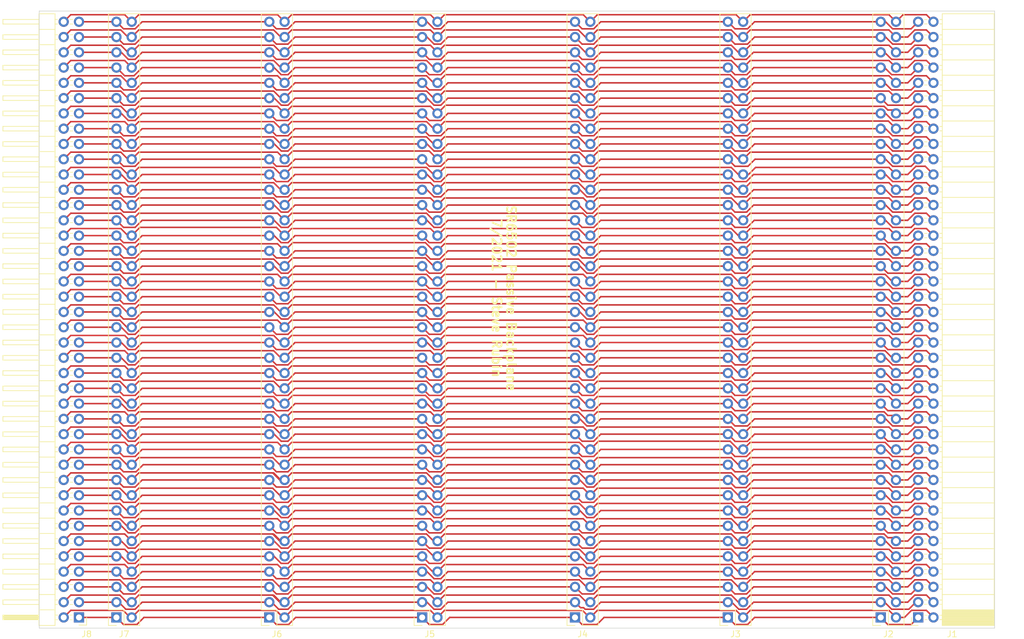
<source format=kicad_pcb>
(kicad_pcb (version 20171130) (host pcbnew "(5.1.10-1-10_14)")
  (layers (0 F.Cu signal) (31 B.Cu signal) (34 B.Paste user) (35 F.Paste user) (36 B.SilkS user) (37 F.SilkS user) (38 B.Mask user) (39 F.Mask user) (44 Edge.Cuts user))
  (net 0 "")
  (net 1 /1)
  (net 2 /2)
  (net 3 /3)
  (net 4 /4)
  (net 5 /5)
  (net 6 /6)
  (net 7 /7)
  (net 8 /8)
  (net 9 /9)
  (net 10 /10)
  (net 11 /11)
  (net 12 /12)
  (net 13 /13)
  (net 14 /14)
  (net 15 /15)
  (net 16 /16)
  (net 17 /17)
  (net 18 /18)
  (net 19 /19)
  (net 20 /20)
  (net 21 /21)
  (net 22 /22)
  (net 23 /23)
  (net 24 /24)
  (net 25 /25)
  (net 26 /26)
  (net 27 /27)
  (net 28 /28)
  (net 29 /29)
  (net 30 /30)
  (net 31 /31)
  (net 32 /32)
  (net 33 /33)
  (net 34 /34)
  (net 35 /35)
  (net 36 /36)
  (net 37 /37)
  (net 38 /38)
  (net 39 /39)
  (net 40 /40)
  (net 41 /41)
  (net 42 /42)
  (net 43 /43)
  (net 44 /44)
  (net 45 /45)
  (net 46 /46)
  (net 47 /47)
  (net 48 /48)
  (net 49 /49)
  (net 50 /50)
  (net 51 /51)
  (net 52 /52)
  (net 53 /53)
  (net 54 /54)
  (net 55 /55)
  (net 56 /56)
  (net 57 /57)
  (net 58 /58)
  (net 59 /59)
  (net 60 /60)
  (net 61 /61)
  (net 62 /62)
  (net 63 /63)
  (net 64 /64)
  (net 65 /65)
  (net 66 /66)
  (net 67 /67)
  (net 68 /68)
  (net 69 /69)
  (net 70 /70)
  (net 71 /71)
  (net 72 /72)
  (net 73 /73)
  (net 74 /74)
  (net 75 /75)
  (net 76 /76)
  (net 77 /77)
  (net 78 /78)
  (net 79 /79)
  (net 80 /80)
  (module Connector_PinSocket_2.54mm:PinSocket_2x40_P2.54mm_Vertical (layer F.Cu) (at 191.77 142.875 180)
    (fp_text reference J3 (at -1.27 -2.77) (layer F.SilkS))
    (fp_text value Conn_02x40_Counter_Clockwise)
    (pad 80 thru_hole oval (at -2.54 99.06 180) (size 1.7 1.7) (drill 1) (layers *.Cu *.Mask) (net 41 /41))
    (pad 79 thru_hole oval (at 0 99.06 180) (size 1.7 1.7) (drill 1) (layers *.Cu *.Mask) (net 40 /40))
    (pad 78 thru_hole oval (at -2.54 96.52 180) (size 1.7 1.7) (drill 1) (layers *.Cu *.Mask) (net 42 /42))
    (pad 77 thru_hole oval (at 0 96.52 180) (size 1.7 1.7) (drill 1) (layers *.Cu *.Mask) (net 39 /39))
    (pad 76 thru_hole oval (at -2.54 93.98 180) (size 1.7 1.7) (drill 1) (layers *.Cu *.Mask) (net 43 /43))
    (pad 75 thru_hole oval (at 0 93.98 180) (size 1.7 1.7) (drill 1) (layers *.Cu *.Mask) (net 38 /38))
    (pad 74 thru_hole oval (at -2.54 91.44 180) (size 1.7 1.7) (drill 1) (layers *.Cu *.Mask) (net 44 /44))
    (pad 73 thru_hole oval (at 0 91.44 180) (size 1.7 1.7) (drill 1) (layers *.Cu *.Mask) (net 37 /37))
    (pad 72 thru_hole oval (at -2.54 88.9 180) (size 1.7 1.7) (drill 1) (layers *.Cu *.Mask) (net 45 /45))
    (pad 71 thru_hole oval (at 0 88.9 180) (size 1.7 1.7) (drill 1) (layers *.Cu *.Mask) (net 36 /36))
    (pad 70 thru_hole oval (at -2.54 86.36 180) (size 1.7 1.7) (drill 1) (layers *.Cu *.Mask) (net 46 /46))
    (pad 69 thru_hole oval (at 0 86.36 180) (size 1.7 1.7) (drill 1) (layers *.Cu *.Mask) (net 35 /35))
    (pad 68 thru_hole oval (at -2.54 83.82 180) (size 1.7 1.7) (drill 1) (layers *.Cu *.Mask) (net 47 /47))
    (pad 67 thru_hole oval (at 0 83.82 180) (size 1.7 1.7) (drill 1) (layers *.Cu *.Mask) (net 34 /34))
    (pad 66 thru_hole oval (at -2.54 81.28 180) (size 1.7 1.7) (drill 1) (layers *.Cu *.Mask) (net 48 /48))
    (pad 65 thru_hole oval (at 0 81.28 180) (size 1.7 1.7) (drill 1) (layers *.Cu *.Mask) (net 33 /33))
    (pad 64 thru_hole oval (at -2.54 78.74 180) (size 1.7 1.7) (drill 1) (layers *.Cu *.Mask) (net 49 /49))
    (pad 63 thru_hole oval (at 0 78.74 180) (size 1.7 1.7) (drill 1) (layers *.Cu *.Mask) (net 32 /32))
    (pad 62 thru_hole oval (at -2.54 76.2 180) (size 1.7 1.7) (drill 1) (layers *.Cu *.Mask) (net 50 /50))
    (pad 61 thru_hole oval (at 0 76.2 180) (size 1.7 1.7) (drill 1) (layers *.Cu *.Mask) (net 31 /31))
    (pad 60 thru_hole oval (at -2.54 73.66 180) (size 1.7 1.7) (drill 1) (layers *.Cu *.Mask) (net 51 /51))
    (pad 59 thru_hole oval (at 0 73.66 180) (size 1.7 1.7) (drill 1) (layers *.Cu *.Mask) (net 30 /30))
    (pad 58 thru_hole oval (at -2.54 71.12 180) (size 1.7 1.7) (drill 1) (layers *.Cu *.Mask) (net 52 /52))
    (pad 57 thru_hole oval (at 0 71.12 180) (size 1.7 1.7) (drill 1) (layers *.Cu *.Mask) (net 29 /29))
    (pad 56 thru_hole oval (at -2.54 68.58 180) (size 1.7 1.7) (drill 1) (layers *.Cu *.Mask) (net 53 /53))
    (pad 55 thru_hole oval (at 0 68.58 180) (size 1.7 1.7) (drill 1) (layers *.Cu *.Mask) (net 28 /28))
    (pad 54 thru_hole oval (at -2.54 66.04 180) (size 1.7 1.7) (drill 1) (layers *.Cu *.Mask) (net 54 /54))
    (pad 53 thru_hole oval (at 0 66.04 180) (size 1.7 1.7) (drill 1) (layers *.Cu *.Mask) (net 27 /27))
    (pad 52 thru_hole oval (at -2.54 63.5 180) (size 1.7 1.7) (drill 1) (layers *.Cu *.Mask) (net 55 /55))
    (pad 51 thru_hole oval (at 0 63.5 180) (size 1.7 1.7) (drill 1) (layers *.Cu *.Mask) (net 26 /26))
    (pad 50 thru_hole oval (at -2.54 60.96 180) (size 1.7 1.7) (drill 1) (layers *.Cu *.Mask) (net 56 /56))
    (pad 49 thru_hole oval (at 0 60.96 180) (size 1.7 1.7) (drill 1) (layers *.Cu *.Mask) (net 25 /25))
    (pad 48 thru_hole oval (at -2.54 58.42 180) (size 1.7 1.7) (drill 1) (layers *.Cu *.Mask) (net 57 /57))
    (pad 47 thru_hole oval (at 0 58.42 180) (size 1.7 1.7) (drill 1) (layers *.Cu *.Mask) (net 24 /24))
    (pad 46 thru_hole oval (at -2.54 55.88 180) (size 1.7 1.7) (drill 1) (layers *.Cu *.Mask) (net 58 /58))
    (pad 45 thru_hole oval (at 0 55.88 180) (size 1.7 1.7) (drill 1) (layers *.Cu *.Mask) (net 23 /23))
    (pad 44 thru_hole oval (at -2.54 53.34 180) (size 1.7 1.7) (drill 1) (layers *.Cu *.Mask) (net 59 /59))
    (pad 43 thru_hole oval (at 0 53.34 180) (size 1.7 1.7) (drill 1) (layers *.Cu *.Mask) (net 22 /22))
    (pad 42 thru_hole oval (at -2.54 50.8 180) (size 1.7 1.7) (drill 1) (layers *.Cu *.Mask) (net 60 /60))
    (pad 41 thru_hole oval (at 0 50.8 180) (size 1.7 1.7) (drill 1) (layers *.Cu *.Mask) (net 21 /21))
    (pad 40 thru_hole oval (at -2.54 48.26 180) (size 1.7 1.7) (drill 1) (layers *.Cu *.Mask) (net 61 /61))
    (pad 39 thru_hole oval (at 0 48.26 180) (size 1.7 1.7) (drill 1) (layers *.Cu *.Mask) (net 20 /20))
    (pad 38 thru_hole oval (at -2.54 45.72 180) (size 1.7 1.7) (drill 1) (layers *.Cu *.Mask) (net 62 /62))
    (pad 37 thru_hole oval (at 0 45.72 180) (size 1.7 1.7) (drill 1) (layers *.Cu *.Mask) (net 19 /19))
    (pad 36 thru_hole oval (at -2.54 43.18 180) (size 1.7 1.7) (drill 1) (layers *.Cu *.Mask) (net 63 /63))
    (pad 35 thru_hole oval (at 0 43.18 180) (size 1.7 1.7) (drill 1) (layers *.Cu *.Mask) (net 18 /18))
    (pad 34 thru_hole oval (at -2.54 40.64 180) (size 1.7 1.7) (drill 1) (layers *.Cu *.Mask) (net 64 /64))
    (pad 33 thru_hole oval (at 0 40.64 180) (size 1.7 1.7) (drill 1) (layers *.Cu *.Mask) (net 17 /17))
    (pad 32 thru_hole oval (at -2.54 38.1 180) (size 1.7 1.7) (drill 1) (layers *.Cu *.Mask) (net 65 /65))
    (pad 31 thru_hole oval (at 0 38.1 180) (size 1.7 1.7) (drill 1) (layers *.Cu *.Mask) (net 16 /16))
    (pad 30 thru_hole oval (at -2.54 35.56 180) (size 1.7 1.7) (drill 1) (layers *.Cu *.Mask) (net 66 /66))
    (pad 29 thru_hole oval (at 0 35.56 180) (size 1.7 1.7) (drill 1) (layers *.Cu *.Mask) (net 15 /15))
    (pad 28 thru_hole oval (at -2.54 33.02 180) (size 1.7 1.7) (drill 1) (layers *.Cu *.Mask) (net 67 /67))
    (pad 27 thru_hole oval (at 0 33.02 180) (size 1.7 1.7) (drill 1) (layers *.Cu *.Mask) (net 14 /14))
    (pad 26 thru_hole oval (at -2.54 30.48 180) (size 1.7 1.7) (drill 1) (layers *.Cu *.Mask) (net 68 /68))
    (pad 25 thru_hole oval (at 0 30.48 180) (size 1.7 1.7) (drill 1) (layers *.Cu *.Mask) (net 13 /13))
    (pad 24 thru_hole oval (at -2.54 27.94 180) (size 1.7 1.7) (drill 1) (layers *.Cu *.Mask) (net 69 /69))
    (pad 23 thru_hole oval (at 0 27.94 180) (size 1.7 1.7) (drill 1) (layers *.Cu *.Mask) (net 12 /12))
    (pad 22 thru_hole oval (at -2.54 25.4 180) (size 1.7 1.7) (drill 1) (layers *.Cu *.Mask) (net 70 /70))
    (pad 21 thru_hole oval (at 0 25.4 180) (size 1.7 1.7) (drill 1) (layers *.Cu *.Mask) (net 11 /11))
    (pad 20 thru_hole oval (at -2.54 22.86 180) (size 1.7 1.7) (drill 1) (layers *.Cu *.Mask) (net 71 /71))
    (pad 19 thru_hole oval (at 0 22.86 180) (size 1.7 1.7) (drill 1) (layers *.Cu *.Mask) (net 10 /10))
    (pad 18 thru_hole oval (at -2.54 20.32 180) (size 1.7 1.7) (drill 1) (layers *.Cu *.Mask) (net 72 /72))
    (pad 17 thru_hole oval (at 0 20.32 180) (size 1.7 1.7) (drill 1) (layers *.Cu *.Mask) (net 9 /9))
    (pad 16 thru_hole oval (at -2.54 17.78 180) (size 1.7 1.7) (drill 1) (layers *.Cu *.Mask) (net 73 /73))
    (pad 15 thru_hole oval (at 0 17.78 180) (size 1.7 1.7) (drill 1) (layers *.Cu *.Mask) (net 8 /8))
    (pad 14 thru_hole oval (at -2.54 15.24 180) (size 1.7 1.7) (drill 1) (layers *.Cu *.Mask) (net 74 /74))
    (pad 13 thru_hole oval (at 0 15.24 180) (size 1.7 1.7) (drill 1) (layers *.Cu *.Mask) (net 7 /7))
    (pad 12 thru_hole oval (at -2.54 12.7 180) (size 1.7 1.7) (drill 1) (layers *.Cu *.Mask) (net 75 /75))
    (pad 11 thru_hole oval (at 0 12.7 180) (size 1.7 1.7) (drill 1) (layers *.Cu *.Mask) (net 6 /6))
    (pad 10 thru_hole oval (at -2.54 10.16 180) (size 1.7 1.7) (drill 1) (layers *.Cu *.Mask) (net 76 /76))
    (pad 9 thru_hole oval (at 0 10.16 180) (size 1.7 1.7) (drill 1) (layers *.Cu *.Mask) (net 5 /5))
    (pad 8 thru_hole oval (at -2.54 7.62 180) (size 1.7 1.7) (drill 1) (layers *.Cu *.Mask) (net 77 /77))
    (pad 7 thru_hole oval (at 0 7.62 180) (size 1.7 1.7) (drill 1) (layers *.Cu *.Mask) (net 4 /4))
    (pad 6 thru_hole oval (at -2.54 5.08 180) (size 1.7 1.7) (drill 1) (layers *.Cu *.Mask) (net 78 /78))
    (pad 5 thru_hole oval (at 0 5.08 180) (size 1.7 1.7) (drill 1) (layers *.Cu *.Mask) (net 3 /3))
    (pad 4 thru_hole oval (at -2.54 2.54 180) (size 1.7 1.7) (drill 1) (layers *.Cu *.Mask) (net 79 /79))
    (pad 3 thru_hole oval (at 0 2.54 180) (size 1.7 1.7) (drill 1) (layers *.Cu *.Mask) (net 2 /2))
    (pad 2 thru_hole oval (at -2.54 0 180) (size 1.7 1.7) (drill 1) (layers *.Cu *.Mask) (net 80 /80))
    (pad 1 thru_hole rect (at 0 0 180) (size 1.7 1.7) (drill 1) (layers *.Cu *.Mask) (net 1 /1))
  )
  (module Connector_PinSocket_2.54mm:PinSocket_2x40_P2.54mm_Horizontal (layer F.Cu) (at 223.393 142.875 180)
    (fp_text reference J1 (at -5.65 -2.77) (layer F.SilkS))
    (fp_text value Conn_02x40_Counter_Clockwise)
    (pad 1 thru_hole rect (at 0 0 180) (size 1.7 1.7) (drill 1) (layers *.Cu *.Mask) (net 1 /1))
    (pad 2 thru_hole oval (at -2.54 0 180) (size 1.7 1.7) (drill 1) (layers *.Cu *.Mask) (net 80 /80))
    (pad 3 thru_hole oval (at 0 2.54 180) (size 1.7 1.7) (drill 1) (layers *.Cu *.Mask) (net 2 /2))
    (pad 4 thru_hole oval (at -2.54 2.54 180) (size 1.7 1.7) (drill 1) (layers *.Cu *.Mask) (net 79 /79))
    (pad 5 thru_hole oval (at 0 5.08 180) (size 1.7 1.7) (drill 1) (layers *.Cu *.Mask) (net 3 /3))
    (pad 6 thru_hole oval (at -2.54 5.08 180) (size 1.7 1.7) (drill 1) (layers *.Cu *.Mask) (net 78 /78))
    (pad 7 thru_hole oval (at 0 7.62 180) (size 1.7 1.7) (drill 1) (layers *.Cu *.Mask) (net 4 /4))
    (pad 8 thru_hole oval (at -2.54 7.62 180) (size 1.7 1.7) (drill 1) (layers *.Cu *.Mask) (net 77 /77))
    (pad 9 thru_hole oval (at 0 10.16 180) (size 1.7 1.7) (drill 1) (layers *.Cu *.Mask) (net 5 /5))
    (pad 10 thru_hole oval (at -2.54 10.16 180) (size 1.7 1.7) (drill 1) (layers *.Cu *.Mask) (net 76 /76))
    (pad 11 thru_hole oval (at 0 12.7 180) (size 1.7 1.7) (drill 1) (layers *.Cu *.Mask) (net 6 /6))
    (pad 12 thru_hole oval (at -2.54 12.7 180) (size 1.7 1.7) (drill 1) (layers *.Cu *.Mask) (net 75 /75))
    (pad 13 thru_hole oval (at 0 15.24 180) (size 1.7 1.7) (drill 1) (layers *.Cu *.Mask) (net 7 /7))
    (pad 14 thru_hole oval (at -2.54 15.24 180) (size 1.7 1.7) (drill 1) (layers *.Cu *.Mask) (net 74 /74))
    (pad 15 thru_hole oval (at 0 17.78 180) (size 1.7 1.7) (drill 1) (layers *.Cu *.Mask) (net 8 /8))
    (pad 16 thru_hole oval (at -2.54 17.78 180) (size 1.7 1.7) (drill 1) (layers *.Cu *.Mask) (net 73 /73))
    (pad 17 thru_hole oval (at 0 20.32 180) (size 1.7 1.7) (drill 1) (layers *.Cu *.Mask) (net 9 /9))
    (pad 18 thru_hole oval (at -2.54 20.32 180) (size 1.7 1.7) (drill 1) (layers *.Cu *.Mask) (net 72 /72))
    (pad 19 thru_hole oval (at 0 22.86 180) (size 1.7 1.7) (drill 1) (layers *.Cu *.Mask) (net 10 /10))
    (pad 20 thru_hole oval (at -2.54 22.86 180) (size 1.7 1.7) (drill 1) (layers *.Cu *.Mask) (net 71 /71))
    (pad 21 thru_hole oval (at 0 25.4 180) (size 1.7 1.7) (drill 1) (layers *.Cu *.Mask) (net 11 /11))
    (pad 22 thru_hole oval (at -2.54 25.4 180) (size 1.7 1.7) (drill 1) (layers *.Cu *.Mask) (net 70 /70))
    (pad 23 thru_hole oval (at 0 27.94 180) (size 1.7 1.7) (drill 1) (layers *.Cu *.Mask) (net 12 /12))
    (pad 24 thru_hole oval (at -2.54 27.94 180) (size 1.7 1.7) (drill 1) (layers *.Cu *.Mask) (net 69 /69))
    (pad 25 thru_hole oval (at 0 30.48 180) (size 1.7 1.7) (drill 1) (layers *.Cu *.Mask) (net 13 /13))
    (pad 26 thru_hole oval (at -2.54 30.48 180) (size 1.7 1.7) (drill 1) (layers *.Cu *.Mask) (net 68 /68))
    (pad 27 thru_hole oval (at 0 33.02 180) (size 1.7 1.7) (drill 1) (layers *.Cu *.Mask) (net 14 /14))
    (pad 28 thru_hole oval (at -2.54 33.02 180) (size 1.7 1.7) (drill 1) (layers *.Cu *.Mask) (net 67 /67))
    (pad 29 thru_hole oval (at 0 35.56 180) (size 1.7 1.7) (drill 1) (layers *.Cu *.Mask) (net 15 /15))
    (pad 30 thru_hole oval (at -2.54 35.56 180) (size 1.7 1.7) (drill 1) (layers *.Cu *.Mask) (net 66 /66))
    (pad 31 thru_hole oval (at 0 38.1 180) (size 1.7 1.7) (drill 1) (layers *.Cu *.Mask) (net 16 /16))
    (pad 32 thru_hole oval (at -2.54 38.1 180) (size 1.7 1.7) (drill 1) (layers *.Cu *.Mask) (net 65 /65))
    (pad 33 thru_hole oval (at 0 40.64 180) (size 1.7 1.7) (drill 1) (layers *.Cu *.Mask) (net 17 /17))
    (pad 34 thru_hole oval (at -2.54 40.64 180) (size 1.7 1.7) (drill 1) (layers *.Cu *.Mask) (net 64 /64))
    (pad 35 thru_hole oval (at 0 43.18 180) (size 1.7 1.7) (drill 1) (layers *.Cu *.Mask) (net 18 /18))
    (pad 36 thru_hole oval (at -2.54 43.18 180) (size 1.7 1.7) (drill 1) (layers *.Cu *.Mask) (net 63 /63))
    (pad 37 thru_hole oval (at 0 45.72 180) (size 1.7 1.7) (drill 1) (layers *.Cu *.Mask) (net 19 /19))
    (pad 38 thru_hole oval (at -2.54 45.72 180) (size 1.7 1.7) (drill 1) (layers *.Cu *.Mask) (net 62 /62))
    (pad 39 thru_hole oval (at 0 48.26 180) (size 1.7 1.7) (drill 1) (layers *.Cu *.Mask) (net 20 /20))
    (pad 40 thru_hole oval (at -2.54 48.26 180) (size 1.7 1.7) (drill 1) (layers *.Cu *.Mask) (net 61 /61))
    (pad 41 thru_hole oval (at 0 50.8 180) (size 1.7 1.7) (drill 1) (layers *.Cu *.Mask) (net 21 /21))
    (pad 42 thru_hole oval (at -2.54 50.8 180) (size 1.7 1.7) (drill 1) (layers *.Cu *.Mask) (net 60 /60))
    (pad 43 thru_hole oval (at 0 53.34 180) (size 1.7 1.7) (drill 1) (layers *.Cu *.Mask) (net 22 /22))
    (pad 44 thru_hole oval (at -2.54 53.34 180) (size 1.7 1.7) (drill 1) (layers *.Cu *.Mask) (net 59 /59))
    (pad 45 thru_hole oval (at 0 55.88 180) (size 1.7 1.7) (drill 1) (layers *.Cu *.Mask) (net 23 /23))
    (pad 46 thru_hole oval (at -2.54 55.88 180) (size 1.7 1.7) (drill 1) (layers *.Cu *.Mask) (net 58 /58))
    (pad 47 thru_hole oval (at 0 58.42 180) (size 1.7 1.7) (drill 1) (layers *.Cu *.Mask) (net 24 /24))
    (pad 48 thru_hole oval (at -2.54 58.42 180) (size 1.7 1.7) (drill 1) (layers *.Cu *.Mask) (net 57 /57))
    (pad 49 thru_hole oval (at 0 60.96 180) (size 1.7 1.7) (drill 1) (layers *.Cu *.Mask) (net 25 /25))
    (pad 50 thru_hole oval (at -2.54 60.96 180) (size 1.7 1.7) (drill 1) (layers *.Cu *.Mask) (net 56 /56))
    (pad 51 thru_hole oval (at 0 63.5 180) (size 1.7 1.7) (drill 1) (layers *.Cu *.Mask) (net 26 /26))
    (pad 52 thru_hole oval (at -2.54 63.5 180) (size 1.7 1.7) (drill 1) (layers *.Cu *.Mask) (net 55 /55))
    (pad 53 thru_hole oval (at 0 66.04 180) (size 1.7 1.7) (drill 1) (layers *.Cu *.Mask) (net 27 /27))
    (pad 54 thru_hole oval (at -2.54 66.04 180) (size 1.7 1.7) (drill 1) (layers *.Cu *.Mask) (net 54 /54))
    (pad 55 thru_hole oval (at 0 68.58 180) (size 1.7 1.7) (drill 1) (layers *.Cu *.Mask) (net 28 /28))
    (pad 56 thru_hole oval (at -2.54 68.58 180) (size 1.7 1.7) (drill 1) (layers *.Cu *.Mask) (net 53 /53))
    (pad 57 thru_hole oval (at 0 71.12 180) (size 1.7 1.7) (drill 1) (layers *.Cu *.Mask) (net 29 /29))
    (pad 58 thru_hole oval (at -2.54 71.12 180) (size 1.7 1.7) (drill 1) (layers *.Cu *.Mask) (net 52 /52))
    (pad 59 thru_hole oval (at 0 73.66 180) (size 1.7 1.7) (drill 1) (layers *.Cu *.Mask) (net 30 /30))
    (pad 60 thru_hole oval (at -2.54 73.66 180) (size 1.7 1.7) (drill 1) (layers *.Cu *.Mask) (net 51 /51))
    (pad 61 thru_hole oval (at 0 76.2 180) (size 1.7 1.7) (drill 1) (layers *.Cu *.Mask) (net 31 /31))
    (pad 62 thru_hole oval (at -2.54 76.2 180) (size 1.7 1.7) (drill 1) (layers *.Cu *.Mask) (net 50 /50))
    (pad 63 thru_hole oval (at 0 78.74 180) (size 1.7 1.7) (drill 1) (layers *.Cu *.Mask) (net 32 /32))
    (pad 64 thru_hole oval (at -2.54 78.74 180) (size 1.7 1.7) (drill 1) (layers *.Cu *.Mask) (net 49 /49))
    (pad 65 thru_hole oval (at 0 81.28 180) (size 1.7 1.7) (drill 1) (layers *.Cu *.Mask) (net 33 /33))
    (pad 66 thru_hole oval (at -2.54 81.28 180) (size 1.7 1.7) (drill 1) (layers *.Cu *.Mask) (net 48 /48))
    (pad 67 thru_hole oval (at 0 83.82 180) (size 1.7 1.7) (drill 1) (layers *.Cu *.Mask) (net 34 /34))
    (pad 68 thru_hole oval (at -2.54 83.82 180) (size 1.7 1.7) (drill 1) (layers *.Cu *.Mask) (net 47 /47))
    (pad 69 thru_hole oval (at 0 86.36 180) (size 1.7 1.7) (drill 1) (layers *.Cu *.Mask) (net 35 /35))
    (pad 70 thru_hole oval (at -2.54 86.36 180) (size 1.7 1.7) (drill 1) (layers *.Cu *.Mask) (net 46 /46))
    (pad 71 thru_hole oval (at 0 88.9 180) (size 1.7 1.7) (drill 1) (layers *.Cu *.Mask) (net 36 /36))
    (pad 72 thru_hole oval (at -2.54 88.9 180) (size 1.7 1.7) (drill 1) (layers *.Cu *.Mask) (net 45 /45))
    (pad 73 thru_hole oval (at 0 91.44 180) (size 1.7 1.7) (drill 1) (layers *.Cu *.Mask) (net 37 /37))
    (pad 74 thru_hole oval (at -2.54 91.44 180) (size 1.7 1.7) (drill 1) (layers *.Cu *.Mask) (net 44 /44))
    (pad 75 thru_hole oval (at 0 93.98 180) (size 1.7 1.7) (drill 1) (layers *.Cu *.Mask) (net 38 /38))
    (pad 76 thru_hole oval (at -2.54 93.98 180) (size 1.7 1.7) (drill 1) (layers *.Cu *.Mask) (net 43 /43))
    (pad 77 thru_hole oval (at 0 96.52 180) (size 1.7 1.7) (drill 1) (layers *.Cu *.Mask) (net 39 /39))
    (pad 78 thru_hole oval (at -2.54 96.52 180) (size 1.7 1.7) (drill 1) (layers *.Cu *.Mask) (net 42 /42))
    (pad 79 thru_hole oval (at 0 99.06 180) (size 1.7 1.7) (drill 1) (layers *.Cu *.Mask) (net 40 /40))
    (pad 80 thru_hole oval (at -2.54 99.06 180) (size 1.7 1.7) (drill 1) (layers *.Cu *.Mask) (net 41 /41))
  )
  (module Connector_PinSocket_2.54mm:PinSocket_2x40_P2.54mm_Vertical (layer F.Cu) (at 90.17 142.875 180)
    (fp_text reference J7 (at -1.27 -2.77) (layer F.SilkS))
    (fp_text value Conn_02x40_Counter_Clockwise)
    (pad 80 thru_hole oval (at -2.54 99.06 180) (size 1.7 1.7) (drill 1) (layers *.Cu *.Mask) (net 41 /41))
    (pad 79 thru_hole oval (at 0 99.06 180) (size 1.7 1.7) (drill 1) (layers *.Cu *.Mask) (net 40 /40))
    (pad 78 thru_hole oval (at -2.54 96.52 180) (size 1.7 1.7) (drill 1) (layers *.Cu *.Mask) (net 42 /42))
    (pad 77 thru_hole oval (at 0 96.52 180) (size 1.7 1.7) (drill 1) (layers *.Cu *.Mask) (net 39 /39))
    (pad 76 thru_hole oval (at -2.54 93.98 180) (size 1.7 1.7) (drill 1) (layers *.Cu *.Mask) (net 43 /43))
    (pad 75 thru_hole oval (at 0 93.98 180) (size 1.7 1.7) (drill 1) (layers *.Cu *.Mask) (net 38 /38))
    (pad 74 thru_hole oval (at -2.54 91.44 180) (size 1.7 1.7) (drill 1) (layers *.Cu *.Mask) (net 44 /44))
    (pad 73 thru_hole oval (at 0 91.44 180) (size 1.7 1.7) (drill 1) (layers *.Cu *.Mask) (net 37 /37))
    (pad 72 thru_hole oval (at -2.54 88.9 180) (size 1.7 1.7) (drill 1) (layers *.Cu *.Mask) (net 45 /45))
    (pad 71 thru_hole oval (at 0 88.9 180) (size 1.7 1.7) (drill 1) (layers *.Cu *.Mask) (net 36 /36))
    (pad 70 thru_hole oval (at -2.54 86.36 180) (size 1.7 1.7) (drill 1) (layers *.Cu *.Mask) (net 46 /46))
    (pad 69 thru_hole oval (at 0 86.36 180) (size 1.7 1.7) (drill 1) (layers *.Cu *.Mask) (net 35 /35))
    (pad 68 thru_hole oval (at -2.54 83.82 180) (size 1.7 1.7) (drill 1) (layers *.Cu *.Mask) (net 47 /47))
    (pad 67 thru_hole oval (at 0 83.82 180) (size 1.7 1.7) (drill 1) (layers *.Cu *.Mask) (net 34 /34))
    (pad 66 thru_hole oval (at -2.54 81.28 180) (size 1.7 1.7) (drill 1) (layers *.Cu *.Mask) (net 48 /48))
    (pad 65 thru_hole oval (at 0 81.28 180) (size 1.7 1.7) (drill 1) (layers *.Cu *.Mask) (net 33 /33))
    (pad 64 thru_hole oval (at -2.54 78.74 180) (size 1.7 1.7) (drill 1) (layers *.Cu *.Mask) (net 49 /49))
    (pad 63 thru_hole oval (at 0 78.74 180) (size 1.7 1.7) (drill 1) (layers *.Cu *.Mask) (net 32 /32))
    (pad 62 thru_hole oval (at -2.54 76.2 180) (size 1.7 1.7) (drill 1) (layers *.Cu *.Mask) (net 50 /50))
    (pad 61 thru_hole oval (at 0 76.2 180) (size 1.7 1.7) (drill 1) (layers *.Cu *.Mask) (net 31 /31))
    (pad 60 thru_hole oval (at -2.54 73.66 180) (size 1.7 1.7) (drill 1) (layers *.Cu *.Mask) (net 51 /51))
    (pad 59 thru_hole oval (at 0 73.66 180) (size 1.7 1.7) (drill 1) (layers *.Cu *.Mask) (net 30 /30))
    (pad 58 thru_hole oval (at -2.54 71.12 180) (size 1.7 1.7) (drill 1) (layers *.Cu *.Mask) (net 52 /52))
    (pad 57 thru_hole oval (at 0 71.12 180) (size 1.7 1.7) (drill 1) (layers *.Cu *.Mask) (net 29 /29))
    (pad 56 thru_hole oval (at -2.54 68.58 180) (size 1.7 1.7) (drill 1) (layers *.Cu *.Mask) (net 53 /53))
    (pad 55 thru_hole oval (at 0 68.58 180) (size 1.7 1.7) (drill 1) (layers *.Cu *.Mask) (net 28 /28))
    (pad 54 thru_hole oval (at -2.54 66.04 180) (size 1.7 1.7) (drill 1) (layers *.Cu *.Mask) (net 54 /54))
    (pad 53 thru_hole oval (at 0 66.04 180) (size 1.7 1.7) (drill 1) (layers *.Cu *.Mask) (net 27 /27))
    (pad 52 thru_hole oval (at -2.54 63.5 180) (size 1.7 1.7) (drill 1) (layers *.Cu *.Mask) (net 55 /55))
    (pad 51 thru_hole oval (at 0 63.5 180) (size 1.7 1.7) (drill 1) (layers *.Cu *.Mask) (net 26 /26))
    (pad 50 thru_hole oval (at -2.54 60.96 180) (size 1.7 1.7) (drill 1) (layers *.Cu *.Mask) (net 56 /56))
    (pad 49 thru_hole oval (at 0 60.96 180) (size 1.7 1.7) (drill 1) (layers *.Cu *.Mask) (net 25 /25))
    (pad 48 thru_hole oval (at -2.54 58.42 180) (size 1.7 1.7) (drill 1) (layers *.Cu *.Mask) (net 57 /57))
    (pad 47 thru_hole oval (at 0 58.42 180) (size 1.7 1.7) (drill 1) (layers *.Cu *.Mask) (net 24 /24))
    (pad 46 thru_hole oval (at -2.54 55.88 180) (size 1.7 1.7) (drill 1) (layers *.Cu *.Mask) (net 58 /58))
    (pad 45 thru_hole oval (at 0 55.88 180) (size 1.7 1.7) (drill 1) (layers *.Cu *.Mask) (net 23 /23))
    (pad 44 thru_hole oval (at -2.54 53.34 180) (size 1.7 1.7) (drill 1) (layers *.Cu *.Mask) (net 59 /59))
    (pad 43 thru_hole oval (at 0 53.34 180) (size 1.7 1.7) (drill 1) (layers *.Cu *.Mask) (net 22 /22))
    (pad 42 thru_hole oval (at -2.54 50.8 180) (size 1.7 1.7) (drill 1) (layers *.Cu *.Mask) (net 60 /60))
    (pad 41 thru_hole oval (at 0 50.8 180) (size 1.7 1.7) (drill 1) (layers *.Cu *.Mask) (net 21 /21))
    (pad 40 thru_hole oval (at -2.54 48.26 180) (size 1.7 1.7) (drill 1) (layers *.Cu *.Mask) (net 61 /61))
    (pad 39 thru_hole oval (at 0 48.26 180) (size 1.7 1.7) (drill 1) (layers *.Cu *.Mask) (net 20 /20))
    (pad 38 thru_hole oval (at -2.54 45.72 180) (size 1.7 1.7) (drill 1) (layers *.Cu *.Mask) (net 62 /62))
    (pad 37 thru_hole oval (at 0 45.72 180) (size 1.7 1.7) (drill 1) (layers *.Cu *.Mask) (net 19 /19))
    (pad 36 thru_hole oval (at -2.54 43.18 180) (size 1.7 1.7) (drill 1) (layers *.Cu *.Mask) (net 63 /63))
    (pad 35 thru_hole oval (at 0 43.18 180) (size 1.7 1.7) (drill 1) (layers *.Cu *.Mask) (net 18 /18))
    (pad 34 thru_hole oval (at -2.54 40.64 180) (size 1.7 1.7) (drill 1) (layers *.Cu *.Mask) (net 64 /64))
    (pad 33 thru_hole oval (at 0 40.64 180) (size 1.7 1.7) (drill 1) (layers *.Cu *.Mask) (net 17 /17))
    (pad 32 thru_hole oval (at -2.54 38.1 180) (size 1.7 1.7) (drill 1) (layers *.Cu *.Mask) (net 65 /65))
    (pad 31 thru_hole oval (at 0 38.1 180) (size 1.7 1.7) (drill 1) (layers *.Cu *.Mask) (net 16 /16))
    (pad 30 thru_hole oval (at -2.54 35.56 180) (size 1.7 1.7) (drill 1) (layers *.Cu *.Mask) (net 66 /66))
    (pad 29 thru_hole oval (at 0 35.56 180) (size 1.7 1.7) (drill 1) (layers *.Cu *.Mask) (net 15 /15))
    (pad 28 thru_hole oval (at -2.54 33.02 180) (size 1.7 1.7) (drill 1) (layers *.Cu *.Mask) (net 67 /67))
    (pad 27 thru_hole oval (at 0 33.02 180) (size 1.7 1.7) (drill 1) (layers *.Cu *.Mask) (net 14 /14))
    (pad 26 thru_hole oval (at -2.54 30.48 180) (size 1.7 1.7) (drill 1) (layers *.Cu *.Mask) (net 68 /68))
    (pad 25 thru_hole oval (at 0 30.48 180) (size 1.7 1.7) (drill 1) (layers *.Cu *.Mask) (net 13 /13))
    (pad 24 thru_hole oval (at -2.54 27.94 180) (size 1.7 1.7) (drill 1) (layers *.Cu *.Mask) (net 69 /69))
    (pad 23 thru_hole oval (at 0 27.94 180) (size 1.7 1.7) (drill 1) (layers *.Cu *.Mask) (net 12 /12))
    (pad 22 thru_hole oval (at -2.54 25.4 180) (size 1.7 1.7) (drill 1) (layers *.Cu *.Mask) (net 70 /70))
    (pad 21 thru_hole oval (at 0 25.4 180) (size 1.7 1.7) (drill 1) (layers *.Cu *.Mask) (net 11 /11))
    (pad 20 thru_hole oval (at -2.54 22.86 180) (size 1.7 1.7) (drill 1) (layers *.Cu *.Mask) (net 71 /71))
    (pad 19 thru_hole oval (at 0 22.86 180) (size 1.7 1.7) (drill 1) (layers *.Cu *.Mask) (net 10 /10))
    (pad 18 thru_hole oval (at -2.54 20.32 180) (size 1.7 1.7) (drill 1) (layers *.Cu *.Mask) (net 72 /72))
    (pad 17 thru_hole oval (at 0 20.32 180) (size 1.7 1.7) (drill 1) (layers *.Cu *.Mask) (net 9 /9))
    (pad 16 thru_hole oval (at -2.54 17.78 180) (size 1.7 1.7) (drill 1) (layers *.Cu *.Mask) (net 73 /73))
    (pad 15 thru_hole oval (at 0 17.78 180) (size 1.7 1.7) (drill 1) (layers *.Cu *.Mask) (net 8 /8))
    (pad 14 thru_hole oval (at -2.54 15.24 180) (size 1.7 1.7) (drill 1) (layers *.Cu *.Mask) (net 74 /74))
    (pad 13 thru_hole oval (at 0 15.24 180) (size 1.7 1.7) (drill 1) (layers *.Cu *.Mask) (net 7 /7))
    (pad 12 thru_hole oval (at -2.54 12.7 180) (size 1.7 1.7) (drill 1) (layers *.Cu *.Mask) (net 75 /75))
    (pad 11 thru_hole oval (at 0 12.7 180) (size 1.7 1.7) (drill 1) (layers *.Cu *.Mask) (net 6 /6))
    (pad 10 thru_hole oval (at -2.54 10.16 180) (size 1.7 1.7) (drill 1) (layers *.Cu *.Mask) (net 76 /76))
    (pad 9 thru_hole oval (at 0 10.16 180) (size 1.7 1.7) (drill 1) (layers *.Cu *.Mask) (net 5 /5))
    (pad 8 thru_hole oval (at -2.54 7.62 180) (size 1.7 1.7) (drill 1) (layers *.Cu *.Mask) (net 77 /77))
    (pad 7 thru_hole oval (at 0 7.62 180) (size 1.7 1.7) (drill 1) (layers *.Cu *.Mask) (net 4 /4))
    (pad 6 thru_hole oval (at -2.54 5.08 180) (size 1.7 1.7) (drill 1) (layers *.Cu *.Mask) (net 78 /78))
    (pad 5 thru_hole oval (at 0 5.08 180) (size 1.7 1.7) (drill 1) (layers *.Cu *.Mask) (net 3 /3))
    (pad 4 thru_hole oval (at -2.54 2.54 180) (size 1.7 1.7) (drill 1) (layers *.Cu *.Mask) (net 79 /79))
    (pad 3 thru_hole oval (at 0 2.54 180) (size 1.7 1.7) (drill 1) (layers *.Cu *.Mask) (net 2 /2))
    (pad 2 thru_hole oval (at -2.54 0 180) (size 1.7 1.7) (drill 1) (layers *.Cu *.Mask) (net 80 /80))
    (pad 1 thru_hole rect (at 0 0 180) (size 1.7 1.7) (drill 1) (layers *.Cu *.Mask) (net 1 /1))
  )
  (module Connector_PinHeader_2.54mm:PinHeader_2x40_P2.54mm_Horizontal (layer F.Cu) (at 83.947 142.875 180)
    (fp_text reference J8 (at -1.27 -2.77) (layer F.SilkS))
    (fp_text value Conn_02x40_Counter_Clockwise)
    (pad 80 thru_hole oval (at 2.54 99.06 180) (size 1.7 1.7) (drill 1) (layers *.Cu *.Mask) (net 41 /41))
    (pad 79 thru_hole oval (at 0 99.06 180) (size 1.7 1.7) (drill 1) (layers *.Cu *.Mask) (net 40 /40))
    (pad 78 thru_hole oval (at 2.54 96.52 180) (size 1.7 1.7) (drill 1) (layers *.Cu *.Mask) (net 42 /42))
    (pad 77 thru_hole oval (at 0 96.52 180) (size 1.7 1.7) (drill 1) (layers *.Cu *.Mask) (net 39 /39))
    (pad 76 thru_hole oval (at 2.54 93.98 180) (size 1.7 1.7) (drill 1) (layers *.Cu *.Mask) (net 43 /43))
    (pad 75 thru_hole oval (at 0 93.98 180) (size 1.7 1.7) (drill 1) (layers *.Cu *.Mask) (net 38 /38))
    (pad 74 thru_hole oval (at 2.54 91.44 180) (size 1.7 1.7) (drill 1) (layers *.Cu *.Mask) (net 44 /44))
    (pad 73 thru_hole oval (at 0 91.44 180) (size 1.7 1.7) (drill 1) (layers *.Cu *.Mask) (net 37 /37))
    (pad 72 thru_hole oval (at 2.54 88.9 180) (size 1.7 1.7) (drill 1) (layers *.Cu *.Mask) (net 45 /45))
    (pad 71 thru_hole oval (at 0 88.9 180) (size 1.7 1.7) (drill 1) (layers *.Cu *.Mask) (net 36 /36))
    (pad 70 thru_hole oval (at 2.54 86.36 180) (size 1.7 1.7) (drill 1) (layers *.Cu *.Mask) (net 46 /46))
    (pad 69 thru_hole oval (at 0 86.36 180) (size 1.7 1.7) (drill 1) (layers *.Cu *.Mask) (net 35 /35))
    (pad 68 thru_hole oval (at 2.54 83.82 180) (size 1.7 1.7) (drill 1) (layers *.Cu *.Mask) (net 47 /47))
    (pad 67 thru_hole oval (at 0 83.82 180) (size 1.7 1.7) (drill 1) (layers *.Cu *.Mask) (net 34 /34))
    (pad 66 thru_hole oval (at 2.54 81.28 180) (size 1.7 1.7) (drill 1) (layers *.Cu *.Mask) (net 48 /48))
    (pad 65 thru_hole oval (at 0 81.28 180) (size 1.7 1.7) (drill 1) (layers *.Cu *.Mask) (net 33 /33))
    (pad 64 thru_hole oval (at 2.54 78.74 180) (size 1.7 1.7) (drill 1) (layers *.Cu *.Mask) (net 49 /49))
    (pad 63 thru_hole oval (at 0 78.74 180) (size 1.7 1.7) (drill 1) (layers *.Cu *.Mask) (net 32 /32))
    (pad 62 thru_hole oval (at 2.54 76.2 180) (size 1.7 1.7) (drill 1) (layers *.Cu *.Mask) (net 50 /50))
    (pad 61 thru_hole oval (at 0 76.2 180) (size 1.7 1.7) (drill 1) (layers *.Cu *.Mask) (net 31 /31))
    (pad 60 thru_hole oval (at 2.54 73.66 180) (size 1.7 1.7) (drill 1) (layers *.Cu *.Mask) (net 51 /51))
    (pad 59 thru_hole oval (at 0 73.66 180) (size 1.7 1.7) (drill 1) (layers *.Cu *.Mask) (net 30 /30))
    (pad 58 thru_hole oval (at 2.54 71.12 180) (size 1.7 1.7) (drill 1) (layers *.Cu *.Mask) (net 52 /52))
    (pad 57 thru_hole oval (at 0 71.12 180) (size 1.7 1.7) (drill 1) (layers *.Cu *.Mask) (net 29 /29))
    (pad 56 thru_hole oval (at 2.54 68.58 180) (size 1.7 1.7) (drill 1) (layers *.Cu *.Mask) (net 53 /53))
    (pad 55 thru_hole oval (at 0 68.58 180) (size 1.7 1.7) (drill 1) (layers *.Cu *.Mask) (net 28 /28))
    (pad 54 thru_hole oval (at 2.54 66.04 180) (size 1.7 1.7) (drill 1) (layers *.Cu *.Mask) (net 54 /54))
    (pad 53 thru_hole oval (at 0 66.04 180) (size 1.7 1.7) (drill 1) (layers *.Cu *.Mask) (net 27 /27))
    (pad 52 thru_hole oval (at 2.54 63.5 180) (size 1.7 1.7) (drill 1) (layers *.Cu *.Mask) (net 55 /55))
    (pad 51 thru_hole oval (at 0 63.5 180) (size 1.7 1.7) (drill 1) (layers *.Cu *.Mask) (net 26 /26))
    (pad 50 thru_hole oval (at 2.54 60.96 180) (size 1.7 1.7) (drill 1) (layers *.Cu *.Mask) (net 56 /56))
    (pad 49 thru_hole oval (at 0 60.96 180) (size 1.7 1.7) (drill 1) (layers *.Cu *.Mask) (net 25 /25))
    (pad 48 thru_hole oval (at 2.54 58.42 180) (size 1.7 1.7) (drill 1) (layers *.Cu *.Mask) (net 57 /57))
    (pad 47 thru_hole oval (at 0 58.42 180) (size 1.7 1.7) (drill 1) (layers *.Cu *.Mask) (net 24 /24))
    (pad 46 thru_hole oval (at 2.54 55.88 180) (size 1.7 1.7) (drill 1) (layers *.Cu *.Mask) (net 58 /58))
    (pad 45 thru_hole oval (at 0 55.88 180) (size 1.7 1.7) (drill 1) (layers *.Cu *.Mask) (net 23 /23))
    (pad 44 thru_hole oval (at 2.54 53.34 180) (size 1.7 1.7) (drill 1) (layers *.Cu *.Mask) (net 59 /59))
    (pad 43 thru_hole oval (at 0 53.34 180) (size 1.7 1.7) (drill 1) (layers *.Cu *.Mask) (net 22 /22))
    (pad 42 thru_hole oval (at 2.54 50.8 180) (size 1.7 1.7) (drill 1) (layers *.Cu *.Mask) (net 60 /60))
    (pad 41 thru_hole oval (at 0 50.8 180) (size 1.7 1.7) (drill 1) (layers *.Cu *.Mask) (net 21 /21))
    (pad 40 thru_hole oval (at 2.54 48.26 180) (size 1.7 1.7) (drill 1) (layers *.Cu *.Mask) (net 61 /61))
    (pad 39 thru_hole oval (at 0 48.26 180) (size 1.7 1.7) (drill 1) (layers *.Cu *.Mask) (net 20 /20))
    (pad 38 thru_hole oval (at 2.54 45.72 180) (size 1.7 1.7) (drill 1) (layers *.Cu *.Mask) (net 62 /62))
    (pad 37 thru_hole oval (at 0 45.72 180) (size 1.7 1.7) (drill 1) (layers *.Cu *.Mask) (net 19 /19))
    (pad 36 thru_hole oval (at 2.54 43.18 180) (size 1.7 1.7) (drill 1) (layers *.Cu *.Mask) (net 63 /63))
    (pad 35 thru_hole oval (at 0 43.18 180) (size 1.7 1.7) (drill 1) (layers *.Cu *.Mask) (net 18 /18))
    (pad 34 thru_hole oval (at 2.54 40.64 180) (size 1.7 1.7) (drill 1) (layers *.Cu *.Mask) (net 64 /64))
    (pad 33 thru_hole oval (at 0 40.64 180) (size 1.7 1.7) (drill 1) (layers *.Cu *.Mask) (net 17 /17))
    (pad 32 thru_hole oval (at 2.54 38.1 180) (size 1.7 1.7) (drill 1) (layers *.Cu *.Mask) (net 65 /65))
    (pad 31 thru_hole oval (at 0 38.1 180) (size 1.7 1.7) (drill 1) (layers *.Cu *.Mask) (net 16 /16))
    (pad 30 thru_hole oval (at 2.54 35.56 180) (size 1.7 1.7) (drill 1) (layers *.Cu *.Mask) (net 66 /66))
    (pad 29 thru_hole oval (at 0 35.56 180) (size 1.7 1.7) (drill 1) (layers *.Cu *.Mask) (net 15 /15))
    (pad 28 thru_hole oval (at 2.54 33.02 180) (size 1.7 1.7) (drill 1) (layers *.Cu *.Mask) (net 67 /67))
    (pad 27 thru_hole oval (at 0 33.02 180) (size 1.7 1.7) (drill 1) (layers *.Cu *.Mask) (net 14 /14))
    (pad 26 thru_hole oval (at 2.54 30.48 180) (size 1.7 1.7) (drill 1) (layers *.Cu *.Mask) (net 68 /68))
    (pad 25 thru_hole oval (at 0 30.48 180) (size 1.7 1.7) (drill 1) (layers *.Cu *.Mask) (net 13 /13))
    (pad 24 thru_hole oval (at 2.54 27.94 180) (size 1.7 1.7) (drill 1) (layers *.Cu *.Mask) (net 69 /69))
    (pad 23 thru_hole oval (at 0 27.94 180) (size 1.7 1.7) (drill 1) (layers *.Cu *.Mask) (net 12 /12))
    (pad 22 thru_hole oval (at 2.54 25.4 180) (size 1.7 1.7) (drill 1) (layers *.Cu *.Mask) (net 70 /70))
    (pad 21 thru_hole oval (at 0 25.4 180) (size 1.7 1.7) (drill 1) (layers *.Cu *.Mask) (net 11 /11))
    (pad 20 thru_hole oval (at 2.54 22.86 180) (size 1.7 1.7) (drill 1) (layers *.Cu *.Mask) (net 71 /71))
    (pad 19 thru_hole oval (at 0 22.86 180) (size 1.7 1.7) (drill 1) (layers *.Cu *.Mask) (net 10 /10))
    (pad 18 thru_hole oval (at 2.54 20.32 180) (size 1.7 1.7) (drill 1) (layers *.Cu *.Mask) (net 72 /72))
    (pad 17 thru_hole oval (at 0 20.32 180) (size 1.7 1.7) (drill 1) (layers *.Cu *.Mask) (net 9 /9))
    (pad 16 thru_hole oval (at 2.54 17.78 180) (size 1.7 1.7) (drill 1) (layers *.Cu *.Mask) (net 73 /73))
    (pad 15 thru_hole oval (at 0 17.78 180) (size 1.7 1.7) (drill 1) (layers *.Cu *.Mask) (net 8 /8))
    (pad 14 thru_hole oval (at 2.54 15.24 180) (size 1.7 1.7) (drill 1) (layers *.Cu *.Mask) (net 74 /74))
    (pad 13 thru_hole oval (at 0 15.24 180) (size 1.7 1.7) (drill 1) (layers *.Cu *.Mask) (net 7 /7))
    (pad 12 thru_hole oval (at 2.54 12.7 180) (size 1.7 1.7) (drill 1) (layers *.Cu *.Mask) (net 75 /75))
    (pad 11 thru_hole oval (at 0 12.7 180) (size 1.7 1.7) (drill 1) (layers *.Cu *.Mask) (net 6 /6))
    (pad 10 thru_hole oval (at 2.54 10.16 180) (size 1.7 1.7) (drill 1) (layers *.Cu *.Mask) (net 76 /76))
    (pad 9 thru_hole oval (at 0 10.16 180) (size 1.7 1.7) (drill 1) (layers *.Cu *.Mask) (net 5 /5))
    (pad 8 thru_hole oval (at 2.54 7.62 180) (size 1.7 1.7) (drill 1) (layers *.Cu *.Mask) (net 77 /77))
    (pad 7 thru_hole oval (at 0 7.62 180) (size 1.7 1.7) (drill 1) (layers *.Cu *.Mask) (net 4 /4))
    (pad 6 thru_hole oval (at 2.54 5.08 180) (size 1.7 1.7) (drill 1) (layers *.Cu *.Mask) (net 78 /78))
    (pad 5 thru_hole oval (at 0 5.08 180) (size 1.7 1.7) (drill 1) (layers *.Cu *.Mask) (net 3 /3))
    (pad 4 thru_hole oval (at 2.54 2.54 180) (size 1.7 1.7) (drill 1) (layers *.Cu *.Mask) (net 79 /79))
    (pad 3 thru_hole oval (at 0 2.54 180) (size 1.7 1.7) (drill 1) (layers *.Cu *.Mask) (net 2 /2))
    (pad 2 thru_hole oval (at 2.54 0 180) (size 1.7 1.7) (drill 1) (layers *.Cu *.Mask) (net 80 /80))
    (pad 1 thru_hole rect (at 0 0 180) (size 1.7 1.7) (drill 1) (layers *.Cu *.Mask) (net 1 /1))
  )
  (module Connector_PinSocket_2.54mm:PinSocket_2x40_P2.54mm_Vertical (layer F.Cu) (at 115.57 142.875 180)
    (fp_text reference J6 (at -1.27 -2.77) (layer F.SilkS))
    (fp_text value Conn_02x40_Counter_Clockwise)
    (pad 1 thru_hole rect (at 0 0 180) (size 1.7 1.7) (drill 1) (layers *.Cu *.Mask) (net 1 /1))
    (pad 2 thru_hole oval (at -2.54 0 180) (size 1.7 1.7) (drill 1) (layers *.Cu *.Mask) (net 80 /80))
    (pad 3 thru_hole oval (at 0 2.54 180) (size 1.7 1.7) (drill 1) (layers *.Cu *.Mask) (net 2 /2))
    (pad 4 thru_hole oval (at -2.54 2.54 180) (size 1.7 1.7) (drill 1) (layers *.Cu *.Mask) (net 79 /79))
    (pad 5 thru_hole oval (at 0 5.08 180) (size 1.7 1.7) (drill 1) (layers *.Cu *.Mask) (net 3 /3))
    (pad 6 thru_hole oval (at -2.54 5.08 180) (size 1.7 1.7) (drill 1) (layers *.Cu *.Mask) (net 78 /78))
    (pad 7 thru_hole oval (at 0 7.62 180) (size 1.7 1.7) (drill 1) (layers *.Cu *.Mask) (net 4 /4))
    (pad 8 thru_hole oval (at -2.54 7.62 180) (size 1.7 1.7) (drill 1) (layers *.Cu *.Mask) (net 77 /77))
    (pad 9 thru_hole oval (at 0 10.16 180) (size 1.7 1.7) (drill 1) (layers *.Cu *.Mask) (net 5 /5))
    (pad 10 thru_hole oval (at -2.54 10.16 180) (size 1.7 1.7) (drill 1) (layers *.Cu *.Mask) (net 76 /76))
    (pad 11 thru_hole oval (at 0 12.7 180) (size 1.7 1.7) (drill 1) (layers *.Cu *.Mask) (net 6 /6))
    (pad 12 thru_hole oval (at -2.54 12.7 180) (size 1.7 1.7) (drill 1) (layers *.Cu *.Mask) (net 75 /75))
    (pad 13 thru_hole oval (at 0 15.24 180) (size 1.7 1.7) (drill 1) (layers *.Cu *.Mask) (net 7 /7))
    (pad 14 thru_hole oval (at -2.54 15.24 180) (size 1.7 1.7) (drill 1) (layers *.Cu *.Mask) (net 74 /74))
    (pad 15 thru_hole oval (at 0 17.78 180) (size 1.7 1.7) (drill 1) (layers *.Cu *.Mask) (net 8 /8))
    (pad 16 thru_hole oval (at -2.54 17.78 180) (size 1.7 1.7) (drill 1) (layers *.Cu *.Mask) (net 73 /73))
    (pad 17 thru_hole oval (at 0 20.32 180) (size 1.7 1.7) (drill 1) (layers *.Cu *.Mask) (net 9 /9))
    (pad 18 thru_hole oval (at -2.54 20.32 180) (size 1.7 1.7) (drill 1) (layers *.Cu *.Mask) (net 72 /72))
    (pad 19 thru_hole oval (at 0 22.86 180) (size 1.7 1.7) (drill 1) (layers *.Cu *.Mask) (net 10 /10))
    (pad 20 thru_hole oval (at -2.54 22.86 180) (size 1.7 1.7) (drill 1) (layers *.Cu *.Mask) (net 71 /71))
    (pad 21 thru_hole oval (at 0 25.4 180) (size 1.7 1.7) (drill 1) (layers *.Cu *.Mask) (net 11 /11))
    (pad 22 thru_hole oval (at -2.54 25.4 180) (size 1.7 1.7) (drill 1) (layers *.Cu *.Mask) (net 70 /70))
    (pad 23 thru_hole oval (at 0 27.94 180) (size 1.7 1.7) (drill 1) (layers *.Cu *.Mask) (net 12 /12))
    (pad 24 thru_hole oval (at -2.54 27.94 180) (size 1.7 1.7) (drill 1) (layers *.Cu *.Mask) (net 69 /69))
    (pad 25 thru_hole oval (at 0 30.48 180) (size 1.7 1.7) (drill 1) (layers *.Cu *.Mask) (net 13 /13))
    (pad 26 thru_hole oval (at -2.54 30.48 180) (size 1.7 1.7) (drill 1) (layers *.Cu *.Mask) (net 68 /68))
    (pad 27 thru_hole oval (at 0 33.02 180) (size 1.7 1.7) (drill 1) (layers *.Cu *.Mask) (net 14 /14))
    (pad 28 thru_hole oval (at -2.54 33.02 180) (size 1.7 1.7) (drill 1) (layers *.Cu *.Mask) (net 67 /67))
    (pad 29 thru_hole oval (at 0 35.56 180) (size 1.7 1.7) (drill 1) (layers *.Cu *.Mask) (net 15 /15))
    (pad 30 thru_hole oval (at -2.54 35.56 180) (size 1.7 1.7) (drill 1) (layers *.Cu *.Mask) (net 66 /66))
    (pad 31 thru_hole oval (at 0 38.1 180) (size 1.7 1.7) (drill 1) (layers *.Cu *.Mask) (net 16 /16))
    (pad 32 thru_hole oval (at -2.54 38.1 180) (size 1.7 1.7) (drill 1) (layers *.Cu *.Mask) (net 65 /65))
    (pad 33 thru_hole oval (at 0 40.64 180) (size 1.7 1.7) (drill 1) (layers *.Cu *.Mask) (net 17 /17))
    (pad 34 thru_hole oval (at -2.54 40.64 180) (size 1.7 1.7) (drill 1) (layers *.Cu *.Mask) (net 64 /64))
    (pad 35 thru_hole oval (at 0 43.18 180) (size 1.7 1.7) (drill 1) (layers *.Cu *.Mask) (net 18 /18))
    (pad 36 thru_hole oval (at -2.54 43.18 180) (size 1.7 1.7) (drill 1) (layers *.Cu *.Mask) (net 63 /63))
    (pad 37 thru_hole oval (at 0 45.72 180) (size 1.7 1.7) (drill 1) (layers *.Cu *.Mask) (net 19 /19))
    (pad 38 thru_hole oval (at -2.54 45.72 180) (size 1.7 1.7) (drill 1) (layers *.Cu *.Mask) (net 62 /62))
    (pad 39 thru_hole oval (at 0 48.26 180) (size 1.7 1.7) (drill 1) (layers *.Cu *.Mask) (net 20 /20))
    (pad 40 thru_hole oval (at -2.54 48.26 180) (size 1.7 1.7) (drill 1) (layers *.Cu *.Mask) (net 61 /61))
    (pad 41 thru_hole oval (at 0 50.8 180) (size 1.7 1.7) (drill 1) (layers *.Cu *.Mask) (net 21 /21))
    (pad 42 thru_hole oval (at -2.54 50.8 180) (size 1.7 1.7) (drill 1) (layers *.Cu *.Mask) (net 60 /60))
    (pad 43 thru_hole oval (at 0 53.34 180) (size 1.7 1.7) (drill 1) (layers *.Cu *.Mask) (net 22 /22))
    (pad 44 thru_hole oval (at -2.54 53.34 180) (size 1.7 1.7) (drill 1) (layers *.Cu *.Mask) (net 59 /59))
    (pad 45 thru_hole oval (at 0 55.88 180) (size 1.7 1.7) (drill 1) (layers *.Cu *.Mask) (net 23 /23))
    (pad 46 thru_hole oval (at -2.54 55.88 180) (size 1.7 1.7) (drill 1) (layers *.Cu *.Mask) (net 58 /58))
    (pad 47 thru_hole oval (at 0 58.42 180) (size 1.7 1.7) (drill 1) (layers *.Cu *.Mask) (net 24 /24))
    (pad 48 thru_hole oval (at -2.54 58.42 180) (size 1.7 1.7) (drill 1) (layers *.Cu *.Mask) (net 57 /57))
    (pad 49 thru_hole oval (at 0 60.96 180) (size 1.7 1.7) (drill 1) (layers *.Cu *.Mask) (net 25 /25))
    (pad 50 thru_hole oval (at -2.54 60.96 180) (size 1.7 1.7) (drill 1) (layers *.Cu *.Mask) (net 56 /56))
    (pad 51 thru_hole oval (at 0 63.5 180) (size 1.7 1.7) (drill 1) (layers *.Cu *.Mask) (net 26 /26))
    (pad 52 thru_hole oval (at -2.54 63.5 180) (size 1.7 1.7) (drill 1) (layers *.Cu *.Mask) (net 55 /55))
    (pad 53 thru_hole oval (at 0 66.04 180) (size 1.7 1.7) (drill 1) (layers *.Cu *.Mask) (net 27 /27))
    (pad 54 thru_hole oval (at -2.54 66.04 180) (size 1.7 1.7) (drill 1) (layers *.Cu *.Mask) (net 54 /54))
    (pad 55 thru_hole oval (at 0 68.58 180) (size 1.7 1.7) (drill 1) (layers *.Cu *.Mask) (net 28 /28))
    (pad 56 thru_hole oval (at -2.54 68.58 180) (size 1.7 1.7) (drill 1) (layers *.Cu *.Mask) (net 53 /53))
    (pad 57 thru_hole oval (at 0 71.12 180) (size 1.7 1.7) (drill 1) (layers *.Cu *.Mask) (net 29 /29))
    (pad 58 thru_hole oval (at -2.54 71.12 180) (size 1.7 1.7) (drill 1) (layers *.Cu *.Mask) (net 52 /52))
    (pad 59 thru_hole oval (at 0 73.66 180) (size 1.7 1.7) (drill 1) (layers *.Cu *.Mask) (net 30 /30))
    (pad 60 thru_hole oval (at -2.54 73.66 180) (size 1.7 1.7) (drill 1) (layers *.Cu *.Mask) (net 51 /51))
    (pad 61 thru_hole oval (at 0 76.2 180) (size 1.7 1.7) (drill 1) (layers *.Cu *.Mask) (net 31 /31))
    (pad 62 thru_hole oval (at -2.54 76.2 180) (size 1.7 1.7) (drill 1) (layers *.Cu *.Mask) (net 50 /50))
    (pad 63 thru_hole oval (at 0 78.74 180) (size 1.7 1.7) (drill 1) (layers *.Cu *.Mask) (net 32 /32))
    (pad 64 thru_hole oval (at -2.54 78.74 180) (size 1.7 1.7) (drill 1) (layers *.Cu *.Mask) (net 49 /49))
    (pad 65 thru_hole oval (at 0 81.28 180) (size 1.7 1.7) (drill 1) (layers *.Cu *.Mask) (net 33 /33))
    (pad 66 thru_hole oval (at -2.54 81.28 180) (size 1.7 1.7) (drill 1) (layers *.Cu *.Mask) (net 48 /48))
    (pad 67 thru_hole oval (at 0 83.82 180) (size 1.7 1.7) (drill 1) (layers *.Cu *.Mask) (net 34 /34))
    (pad 68 thru_hole oval (at -2.54 83.82 180) (size 1.7 1.7) (drill 1) (layers *.Cu *.Mask) (net 47 /47))
    (pad 69 thru_hole oval (at 0 86.36 180) (size 1.7 1.7) (drill 1) (layers *.Cu *.Mask) (net 35 /35))
    (pad 70 thru_hole oval (at -2.54 86.36 180) (size 1.7 1.7) (drill 1) (layers *.Cu *.Mask) (net 46 /46))
    (pad 71 thru_hole oval (at 0 88.9 180) (size 1.7 1.7) (drill 1) (layers *.Cu *.Mask) (net 36 /36))
    (pad 72 thru_hole oval (at -2.54 88.9 180) (size 1.7 1.7) (drill 1) (layers *.Cu *.Mask) (net 45 /45))
    (pad 73 thru_hole oval (at 0 91.44 180) (size 1.7 1.7) (drill 1) (layers *.Cu *.Mask) (net 37 /37))
    (pad 74 thru_hole oval (at -2.54 91.44 180) (size 1.7 1.7) (drill 1) (layers *.Cu *.Mask) (net 44 /44))
    (pad 75 thru_hole oval (at 0 93.98 180) (size 1.7 1.7) (drill 1) (layers *.Cu *.Mask) (net 38 /38))
    (pad 76 thru_hole oval (at -2.54 93.98 180) (size 1.7 1.7) (drill 1) (layers *.Cu *.Mask) (net 43 /43))
    (pad 77 thru_hole oval (at 0 96.52 180) (size 1.7 1.7) (drill 1) (layers *.Cu *.Mask) (net 39 /39))
    (pad 78 thru_hole oval (at -2.54 96.52 180) (size 1.7 1.7) (drill 1) (layers *.Cu *.Mask) (net 42 /42))
    (pad 79 thru_hole oval (at 0 99.06 180) (size 1.7 1.7) (drill 1) (layers *.Cu *.Mask) (net 40 /40))
    (pad 80 thru_hole oval (at -2.54 99.06 180) (size 1.7 1.7) (drill 1) (layers *.Cu *.Mask) (net 41 /41))
  )
  (module Connector_PinSocket_2.54mm:PinSocket_2x40_P2.54mm_Vertical (layer F.Cu) (at 217.17 142.875 180)
    (fp_text reference J2 (at -1.27 -2.77) (layer F.SilkS))
    (fp_text value Conn_02x40_Counter_Clockwise)
    (pad 1 thru_hole rect (at 0 0 180) (size 1.7 1.7) (drill 1) (layers *.Cu *.Mask) (net 1 /1))
    (pad 2 thru_hole oval (at -2.54 0 180) (size 1.7 1.7) (drill 1) (layers *.Cu *.Mask) (net 80 /80))
    (pad 3 thru_hole oval (at 0 2.54 180) (size 1.7 1.7) (drill 1) (layers *.Cu *.Mask) (net 2 /2))
    (pad 4 thru_hole oval (at -2.54 2.54 180) (size 1.7 1.7) (drill 1) (layers *.Cu *.Mask) (net 79 /79))
    (pad 5 thru_hole oval (at 0 5.08 180) (size 1.7 1.7) (drill 1) (layers *.Cu *.Mask) (net 3 /3))
    (pad 6 thru_hole oval (at -2.54 5.08 180) (size 1.7 1.7) (drill 1) (layers *.Cu *.Mask) (net 78 /78))
    (pad 7 thru_hole oval (at 0 7.62 180) (size 1.7 1.7) (drill 1) (layers *.Cu *.Mask) (net 4 /4))
    (pad 8 thru_hole oval (at -2.54 7.62 180) (size 1.7 1.7) (drill 1) (layers *.Cu *.Mask) (net 77 /77))
    (pad 9 thru_hole oval (at 0 10.16 180) (size 1.7 1.7) (drill 1) (layers *.Cu *.Mask) (net 5 /5))
    (pad 10 thru_hole oval (at -2.54 10.16 180) (size 1.7 1.7) (drill 1) (layers *.Cu *.Mask) (net 76 /76))
    (pad 11 thru_hole oval (at 0 12.7 180) (size 1.7 1.7) (drill 1) (layers *.Cu *.Mask) (net 6 /6))
    (pad 12 thru_hole oval (at -2.54 12.7 180) (size 1.7 1.7) (drill 1) (layers *.Cu *.Mask) (net 75 /75))
    (pad 13 thru_hole oval (at 0 15.24 180) (size 1.7 1.7) (drill 1) (layers *.Cu *.Mask) (net 7 /7))
    (pad 14 thru_hole oval (at -2.54 15.24 180) (size 1.7 1.7) (drill 1) (layers *.Cu *.Mask) (net 74 /74))
    (pad 15 thru_hole oval (at 0 17.78 180) (size 1.7 1.7) (drill 1) (layers *.Cu *.Mask) (net 8 /8))
    (pad 16 thru_hole oval (at -2.54 17.78 180) (size 1.7 1.7) (drill 1) (layers *.Cu *.Mask) (net 73 /73))
    (pad 17 thru_hole oval (at 0 20.32 180) (size 1.7 1.7) (drill 1) (layers *.Cu *.Mask) (net 9 /9))
    (pad 18 thru_hole oval (at -2.54 20.32 180) (size 1.7 1.7) (drill 1) (layers *.Cu *.Mask) (net 72 /72))
    (pad 19 thru_hole oval (at 0 22.86 180) (size 1.7 1.7) (drill 1) (layers *.Cu *.Mask) (net 10 /10))
    (pad 20 thru_hole oval (at -2.54 22.86 180) (size 1.7 1.7) (drill 1) (layers *.Cu *.Mask) (net 71 /71))
    (pad 21 thru_hole oval (at 0 25.4 180) (size 1.7 1.7) (drill 1) (layers *.Cu *.Mask) (net 11 /11))
    (pad 22 thru_hole oval (at -2.54 25.4 180) (size 1.7 1.7) (drill 1) (layers *.Cu *.Mask) (net 70 /70))
    (pad 23 thru_hole oval (at 0 27.94 180) (size 1.7 1.7) (drill 1) (layers *.Cu *.Mask) (net 12 /12))
    (pad 24 thru_hole oval (at -2.54 27.94 180) (size 1.7 1.7) (drill 1) (layers *.Cu *.Mask) (net 69 /69))
    (pad 25 thru_hole oval (at 0 30.48 180) (size 1.7 1.7) (drill 1) (layers *.Cu *.Mask) (net 13 /13))
    (pad 26 thru_hole oval (at -2.54 30.48 180) (size 1.7 1.7) (drill 1) (layers *.Cu *.Mask) (net 68 /68))
    (pad 27 thru_hole oval (at 0 33.02 180) (size 1.7 1.7) (drill 1) (layers *.Cu *.Mask) (net 14 /14))
    (pad 28 thru_hole oval (at -2.54 33.02 180) (size 1.7 1.7) (drill 1) (layers *.Cu *.Mask) (net 67 /67))
    (pad 29 thru_hole oval (at 0 35.56 180) (size 1.7 1.7) (drill 1) (layers *.Cu *.Mask) (net 15 /15))
    (pad 30 thru_hole oval (at -2.54 35.56 180) (size 1.7 1.7) (drill 1) (layers *.Cu *.Mask) (net 66 /66))
    (pad 31 thru_hole oval (at 0 38.1 180) (size 1.7 1.7) (drill 1) (layers *.Cu *.Mask) (net 16 /16))
    (pad 32 thru_hole oval (at -2.54 38.1 180) (size 1.7 1.7) (drill 1) (layers *.Cu *.Mask) (net 65 /65))
    (pad 33 thru_hole oval (at 0 40.64 180) (size 1.7 1.7) (drill 1) (layers *.Cu *.Mask) (net 17 /17))
    (pad 34 thru_hole oval (at -2.54 40.64 180) (size 1.7 1.7) (drill 1) (layers *.Cu *.Mask) (net 64 /64))
    (pad 35 thru_hole oval (at 0 43.18 180) (size 1.7 1.7) (drill 1) (layers *.Cu *.Mask) (net 18 /18))
    (pad 36 thru_hole oval (at -2.54 43.18 180) (size 1.7 1.7) (drill 1) (layers *.Cu *.Mask) (net 63 /63))
    (pad 37 thru_hole oval (at 0 45.72 180) (size 1.7 1.7) (drill 1) (layers *.Cu *.Mask) (net 19 /19))
    (pad 38 thru_hole oval (at -2.54 45.72 180) (size 1.7 1.7) (drill 1) (layers *.Cu *.Mask) (net 62 /62))
    (pad 39 thru_hole oval (at 0 48.26 180) (size 1.7 1.7) (drill 1) (layers *.Cu *.Mask) (net 20 /20))
    (pad 40 thru_hole oval (at -2.54 48.26 180) (size 1.7 1.7) (drill 1) (layers *.Cu *.Mask) (net 61 /61))
    (pad 41 thru_hole oval (at 0 50.8 180) (size 1.7 1.7) (drill 1) (layers *.Cu *.Mask) (net 21 /21))
    (pad 42 thru_hole oval (at -2.54 50.8 180) (size 1.7 1.7) (drill 1) (layers *.Cu *.Mask) (net 60 /60))
    (pad 43 thru_hole oval (at 0 53.34 180) (size 1.7 1.7) (drill 1) (layers *.Cu *.Mask) (net 22 /22))
    (pad 44 thru_hole oval (at -2.54 53.34 180) (size 1.7 1.7) (drill 1) (layers *.Cu *.Mask) (net 59 /59))
    (pad 45 thru_hole oval (at 0 55.88 180) (size 1.7 1.7) (drill 1) (layers *.Cu *.Mask) (net 23 /23))
    (pad 46 thru_hole oval (at -2.54 55.88 180) (size 1.7 1.7) (drill 1) (layers *.Cu *.Mask) (net 58 /58))
    (pad 47 thru_hole oval (at 0 58.42 180) (size 1.7 1.7) (drill 1) (layers *.Cu *.Mask) (net 24 /24))
    (pad 48 thru_hole oval (at -2.54 58.42 180) (size 1.7 1.7) (drill 1) (layers *.Cu *.Mask) (net 57 /57))
    (pad 49 thru_hole oval (at 0 60.96 180) (size 1.7 1.7) (drill 1) (layers *.Cu *.Mask) (net 25 /25))
    (pad 50 thru_hole oval (at -2.54 60.96 180) (size 1.7 1.7) (drill 1) (layers *.Cu *.Mask) (net 56 /56))
    (pad 51 thru_hole oval (at 0 63.5 180) (size 1.7 1.7) (drill 1) (layers *.Cu *.Mask) (net 26 /26))
    (pad 52 thru_hole oval (at -2.54 63.5 180) (size 1.7 1.7) (drill 1) (layers *.Cu *.Mask) (net 55 /55))
    (pad 53 thru_hole oval (at 0 66.04 180) (size 1.7 1.7) (drill 1) (layers *.Cu *.Mask) (net 27 /27))
    (pad 54 thru_hole oval (at -2.54 66.04 180) (size 1.7 1.7) (drill 1) (layers *.Cu *.Mask) (net 54 /54))
    (pad 55 thru_hole oval (at 0 68.58 180) (size 1.7 1.7) (drill 1) (layers *.Cu *.Mask) (net 28 /28))
    (pad 56 thru_hole oval (at -2.54 68.58 180) (size 1.7 1.7) (drill 1) (layers *.Cu *.Mask) (net 53 /53))
    (pad 57 thru_hole oval (at 0 71.12 180) (size 1.7 1.7) (drill 1) (layers *.Cu *.Mask) (net 29 /29))
    (pad 58 thru_hole oval (at -2.54 71.12 180) (size 1.7 1.7) (drill 1) (layers *.Cu *.Mask) (net 52 /52))
    (pad 59 thru_hole oval (at 0 73.66 180) (size 1.7 1.7) (drill 1) (layers *.Cu *.Mask) (net 30 /30))
    (pad 60 thru_hole oval (at -2.54 73.66 180) (size 1.7 1.7) (drill 1) (layers *.Cu *.Mask) (net 51 /51))
    (pad 61 thru_hole oval (at 0 76.2 180) (size 1.7 1.7) (drill 1) (layers *.Cu *.Mask) (net 31 /31))
    (pad 62 thru_hole oval (at -2.54 76.2 180) (size 1.7 1.7) (drill 1) (layers *.Cu *.Mask) (net 50 /50))
    (pad 63 thru_hole oval (at 0 78.74 180) (size 1.7 1.7) (drill 1) (layers *.Cu *.Mask) (net 32 /32))
    (pad 64 thru_hole oval (at -2.54 78.74 180) (size 1.7 1.7) (drill 1) (layers *.Cu *.Mask) (net 49 /49))
    (pad 65 thru_hole oval (at 0 81.28 180) (size 1.7 1.7) (drill 1) (layers *.Cu *.Mask) (net 33 /33))
    (pad 66 thru_hole oval (at -2.54 81.28 180) (size 1.7 1.7) (drill 1) (layers *.Cu *.Mask) (net 48 /48))
    (pad 67 thru_hole oval (at 0 83.82 180) (size 1.7 1.7) (drill 1) (layers *.Cu *.Mask) (net 34 /34))
    (pad 68 thru_hole oval (at -2.54 83.82 180) (size 1.7 1.7) (drill 1) (layers *.Cu *.Mask) (net 47 /47))
    (pad 69 thru_hole oval (at 0 86.36 180) (size 1.7 1.7) (drill 1) (layers *.Cu *.Mask) (net 35 /35))
    (pad 70 thru_hole oval (at -2.54 86.36 180) (size 1.7 1.7) (drill 1) (layers *.Cu *.Mask) (net 46 /46))
    (pad 71 thru_hole oval (at 0 88.9 180) (size 1.7 1.7) (drill 1) (layers *.Cu *.Mask) (net 36 /36))
    (pad 72 thru_hole oval (at -2.54 88.9 180) (size 1.7 1.7) (drill 1) (layers *.Cu *.Mask) (net 45 /45))
    (pad 73 thru_hole oval (at 0 91.44 180) (size 1.7 1.7) (drill 1) (layers *.Cu *.Mask) (net 37 /37))
    (pad 74 thru_hole oval (at -2.54 91.44 180) (size 1.7 1.7) (drill 1) (layers *.Cu *.Mask) (net 44 /44))
    (pad 75 thru_hole oval (at 0 93.98 180) (size 1.7 1.7) (drill 1) (layers *.Cu *.Mask) (net 38 /38))
    (pad 76 thru_hole oval (at -2.54 93.98 180) (size 1.7 1.7) (drill 1) (layers *.Cu *.Mask) (net 43 /43))
    (pad 77 thru_hole oval (at 0 96.52 180) (size 1.7 1.7) (drill 1) (layers *.Cu *.Mask) (net 39 /39))
    (pad 78 thru_hole oval (at -2.54 96.52 180) (size 1.7 1.7) (drill 1) (layers *.Cu *.Mask) (net 42 /42))
    (pad 79 thru_hole oval (at 0 99.06 180) (size 1.7 1.7) (drill 1) (layers *.Cu *.Mask) (net 40 /40))
    (pad 80 thru_hole oval (at -2.54 99.06 180) (size 1.7 1.7) (drill 1) (layers *.Cu *.Mask) (net 41 /41))
  )
  (module Connector_PinSocket_2.54mm:PinSocket_2x40_P2.54mm_Vertical (layer F.Cu) (at 166.37 142.875 180)
    (fp_text reference J4 (at -1.27 -2.77) (layer F.SilkS))
    (fp_text value Conn_02x40_Counter_Clockwise)
    (pad 1 thru_hole rect (at 0 0 180) (size 1.7 1.7) (drill 1) (layers *.Cu *.Mask) (net 1 /1))
    (pad 2 thru_hole oval (at -2.54 0 180) (size 1.7 1.7) (drill 1) (layers *.Cu *.Mask) (net 80 /80))
    (pad 3 thru_hole oval (at 0 2.54 180) (size 1.7 1.7) (drill 1) (layers *.Cu *.Mask) (net 2 /2))
    (pad 4 thru_hole oval (at -2.54 2.54 180) (size 1.7 1.7) (drill 1) (layers *.Cu *.Mask) (net 79 /79))
    (pad 5 thru_hole oval (at 0 5.08 180) (size 1.7 1.7) (drill 1) (layers *.Cu *.Mask) (net 3 /3))
    (pad 6 thru_hole oval (at -2.54 5.08 180) (size 1.7 1.7) (drill 1) (layers *.Cu *.Mask) (net 78 /78))
    (pad 7 thru_hole oval (at 0 7.62 180) (size 1.7 1.7) (drill 1) (layers *.Cu *.Mask) (net 4 /4))
    (pad 8 thru_hole oval (at -2.54 7.62 180) (size 1.7 1.7) (drill 1) (layers *.Cu *.Mask) (net 77 /77))
    (pad 9 thru_hole oval (at 0 10.16 180) (size 1.7 1.7) (drill 1) (layers *.Cu *.Mask) (net 5 /5))
    (pad 10 thru_hole oval (at -2.54 10.16 180) (size 1.7 1.7) (drill 1) (layers *.Cu *.Mask) (net 76 /76))
    (pad 11 thru_hole oval (at 0 12.7 180) (size 1.7 1.7) (drill 1) (layers *.Cu *.Mask) (net 6 /6))
    (pad 12 thru_hole oval (at -2.54 12.7 180) (size 1.7 1.7) (drill 1) (layers *.Cu *.Mask) (net 75 /75))
    (pad 13 thru_hole oval (at 0 15.24 180) (size 1.7 1.7) (drill 1) (layers *.Cu *.Mask) (net 7 /7))
    (pad 14 thru_hole oval (at -2.54 15.24 180) (size 1.7 1.7) (drill 1) (layers *.Cu *.Mask) (net 74 /74))
    (pad 15 thru_hole oval (at 0 17.78 180) (size 1.7 1.7) (drill 1) (layers *.Cu *.Mask) (net 8 /8))
    (pad 16 thru_hole oval (at -2.54 17.78 180) (size 1.7 1.7) (drill 1) (layers *.Cu *.Mask) (net 73 /73))
    (pad 17 thru_hole oval (at 0 20.32 180) (size 1.7 1.7) (drill 1) (layers *.Cu *.Mask) (net 9 /9))
    (pad 18 thru_hole oval (at -2.54 20.32 180) (size 1.7 1.7) (drill 1) (layers *.Cu *.Mask) (net 72 /72))
    (pad 19 thru_hole oval (at 0 22.86 180) (size 1.7 1.7) (drill 1) (layers *.Cu *.Mask) (net 10 /10))
    (pad 20 thru_hole oval (at -2.54 22.86 180) (size 1.7 1.7) (drill 1) (layers *.Cu *.Mask) (net 71 /71))
    (pad 21 thru_hole oval (at 0 25.4 180) (size 1.7 1.7) (drill 1) (layers *.Cu *.Mask) (net 11 /11))
    (pad 22 thru_hole oval (at -2.54 25.4 180) (size 1.7 1.7) (drill 1) (layers *.Cu *.Mask) (net 70 /70))
    (pad 23 thru_hole oval (at 0 27.94 180) (size 1.7 1.7) (drill 1) (layers *.Cu *.Mask) (net 12 /12))
    (pad 24 thru_hole oval (at -2.54 27.94 180) (size 1.7 1.7) (drill 1) (layers *.Cu *.Mask) (net 69 /69))
    (pad 25 thru_hole oval (at 0 30.48 180) (size 1.7 1.7) (drill 1) (layers *.Cu *.Mask) (net 13 /13))
    (pad 26 thru_hole oval (at -2.54 30.48 180) (size 1.7 1.7) (drill 1) (layers *.Cu *.Mask) (net 68 /68))
    (pad 27 thru_hole oval (at 0 33.02 180) (size 1.7 1.7) (drill 1) (layers *.Cu *.Mask) (net 14 /14))
    (pad 28 thru_hole oval (at -2.54 33.02 180) (size 1.7 1.7) (drill 1) (layers *.Cu *.Mask) (net 67 /67))
    (pad 29 thru_hole oval (at 0 35.56 180) (size 1.7 1.7) (drill 1) (layers *.Cu *.Mask) (net 15 /15))
    (pad 30 thru_hole oval (at -2.54 35.56 180) (size 1.7 1.7) (drill 1) (layers *.Cu *.Mask) (net 66 /66))
    (pad 31 thru_hole oval (at 0 38.1 180) (size 1.7 1.7) (drill 1) (layers *.Cu *.Mask) (net 16 /16))
    (pad 32 thru_hole oval (at -2.54 38.1 180) (size 1.7 1.7) (drill 1) (layers *.Cu *.Mask) (net 65 /65))
    (pad 33 thru_hole oval (at 0 40.64 180) (size 1.7 1.7) (drill 1) (layers *.Cu *.Mask) (net 17 /17))
    (pad 34 thru_hole oval (at -2.54 40.64 180) (size 1.7 1.7) (drill 1) (layers *.Cu *.Mask) (net 64 /64))
    (pad 35 thru_hole oval (at 0 43.18 180) (size 1.7 1.7) (drill 1) (layers *.Cu *.Mask) (net 18 /18))
    (pad 36 thru_hole oval (at -2.54 43.18 180) (size 1.7 1.7) (drill 1) (layers *.Cu *.Mask) (net 63 /63))
    (pad 37 thru_hole oval (at 0 45.72 180) (size 1.7 1.7) (drill 1) (layers *.Cu *.Mask) (net 19 /19))
    (pad 38 thru_hole oval (at -2.54 45.72 180) (size 1.7 1.7) (drill 1) (layers *.Cu *.Mask) (net 62 /62))
    (pad 39 thru_hole oval (at 0 48.26 180) (size 1.7 1.7) (drill 1) (layers *.Cu *.Mask) (net 20 /20))
    (pad 40 thru_hole oval (at -2.54 48.26 180) (size 1.7 1.7) (drill 1) (layers *.Cu *.Mask) (net 61 /61))
    (pad 41 thru_hole oval (at 0 50.8 180) (size 1.7 1.7) (drill 1) (layers *.Cu *.Mask) (net 21 /21))
    (pad 42 thru_hole oval (at -2.54 50.8 180) (size 1.7 1.7) (drill 1) (layers *.Cu *.Mask) (net 60 /60))
    (pad 43 thru_hole oval (at 0 53.34 180) (size 1.7 1.7) (drill 1) (layers *.Cu *.Mask) (net 22 /22))
    (pad 44 thru_hole oval (at -2.54 53.34 180) (size 1.7 1.7) (drill 1) (layers *.Cu *.Mask) (net 59 /59))
    (pad 45 thru_hole oval (at 0 55.88 180) (size 1.7 1.7) (drill 1) (layers *.Cu *.Mask) (net 23 /23))
    (pad 46 thru_hole oval (at -2.54 55.88 180) (size 1.7 1.7) (drill 1) (layers *.Cu *.Mask) (net 58 /58))
    (pad 47 thru_hole oval (at 0 58.42 180) (size 1.7 1.7) (drill 1) (layers *.Cu *.Mask) (net 24 /24))
    (pad 48 thru_hole oval (at -2.54 58.42 180) (size 1.7 1.7) (drill 1) (layers *.Cu *.Mask) (net 57 /57))
    (pad 49 thru_hole oval (at 0 60.96 180) (size 1.7 1.7) (drill 1) (layers *.Cu *.Mask) (net 25 /25))
    (pad 50 thru_hole oval (at -2.54 60.96 180) (size 1.7 1.7) (drill 1) (layers *.Cu *.Mask) (net 56 /56))
    (pad 51 thru_hole oval (at 0 63.5 180) (size 1.7 1.7) (drill 1) (layers *.Cu *.Mask) (net 26 /26))
    (pad 52 thru_hole oval (at -2.54 63.5 180) (size 1.7 1.7) (drill 1) (layers *.Cu *.Mask) (net 55 /55))
    (pad 53 thru_hole oval (at 0 66.04 180) (size 1.7 1.7) (drill 1) (layers *.Cu *.Mask) (net 27 /27))
    (pad 54 thru_hole oval (at -2.54 66.04 180) (size 1.7 1.7) (drill 1) (layers *.Cu *.Mask) (net 54 /54))
    (pad 55 thru_hole oval (at 0 68.58 180) (size 1.7 1.7) (drill 1) (layers *.Cu *.Mask) (net 28 /28))
    (pad 56 thru_hole oval (at -2.54 68.58 180) (size 1.7 1.7) (drill 1) (layers *.Cu *.Mask) (net 53 /53))
    (pad 57 thru_hole oval (at 0 71.12 180) (size 1.7 1.7) (drill 1) (layers *.Cu *.Mask) (net 29 /29))
    (pad 58 thru_hole oval (at -2.54 71.12 180) (size 1.7 1.7) (drill 1) (layers *.Cu *.Mask) (net 52 /52))
    (pad 59 thru_hole oval (at 0 73.66 180) (size 1.7 1.7) (drill 1) (layers *.Cu *.Mask) (net 30 /30))
    (pad 60 thru_hole oval (at -2.54 73.66 180) (size 1.7 1.7) (drill 1) (layers *.Cu *.Mask) (net 51 /51))
    (pad 61 thru_hole oval (at 0 76.2 180) (size 1.7 1.7) (drill 1) (layers *.Cu *.Mask) (net 31 /31))
    (pad 62 thru_hole oval (at -2.54 76.2 180) (size 1.7 1.7) (drill 1) (layers *.Cu *.Mask) (net 50 /50))
    (pad 63 thru_hole oval (at 0 78.74 180) (size 1.7 1.7) (drill 1) (layers *.Cu *.Mask) (net 32 /32))
    (pad 64 thru_hole oval (at -2.54 78.74 180) (size 1.7 1.7) (drill 1) (layers *.Cu *.Mask) (net 49 /49))
    (pad 65 thru_hole oval (at 0 81.28 180) (size 1.7 1.7) (drill 1) (layers *.Cu *.Mask) (net 33 /33))
    (pad 66 thru_hole oval (at -2.54 81.28 180) (size 1.7 1.7) (drill 1) (layers *.Cu *.Mask) (net 48 /48))
    (pad 67 thru_hole oval (at 0 83.82 180) (size 1.7 1.7) (drill 1) (layers *.Cu *.Mask) (net 34 /34))
    (pad 68 thru_hole oval (at -2.54 83.82 180) (size 1.7 1.7) (drill 1) (layers *.Cu *.Mask) (net 47 /47))
    (pad 69 thru_hole oval (at 0 86.36 180) (size 1.7 1.7) (drill 1) (layers *.Cu *.Mask) (net 35 /35))
    (pad 70 thru_hole oval (at -2.54 86.36 180) (size 1.7 1.7) (drill 1) (layers *.Cu *.Mask) (net 46 /46))
    (pad 71 thru_hole oval (at 0 88.9 180) (size 1.7 1.7) (drill 1) (layers *.Cu *.Mask) (net 36 /36))
    (pad 72 thru_hole oval (at -2.54 88.9 180) (size 1.7 1.7) (drill 1) (layers *.Cu *.Mask) (net 45 /45))
    (pad 73 thru_hole oval (at 0 91.44 180) (size 1.7 1.7) (drill 1) (layers *.Cu *.Mask) (net 37 /37))
    (pad 74 thru_hole oval (at -2.54 91.44 180) (size 1.7 1.7) (drill 1) (layers *.Cu *.Mask) (net 44 /44))
    (pad 75 thru_hole oval (at 0 93.98 180) (size 1.7 1.7) (drill 1) (layers *.Cu *.Mask) (net 38 /38))
    (pad 76 thru_hole oval (at -2.54 93.98 180) (size 1.7 1.7) (drill 1) (layers *.Cu *.Mask) (net 43 /43))
    (pad 77 thru_hole oval (at 0 96.52 180) (size 1.7 1.7) (drill 1) (layers *.Cu *.Mask) (net 39 /39))
    (pad 78 thru_hole oval (at -2.54 96.52 180) (size 1.7 1.7) (drill 1) (layers *.Cu *.Mask) (net 42 /42))
    (pad 79 thru_hole oval (at 0 99.06 180) (size 1.7 1.7) (drill 1) (layers *.Cu *.Mask) (net 40 /40))
    (pad 80 thru_hole oval (at -2.54 99.06 180) (size 1.7 1.7) (drill 1) (layers *.Cu *.Mask) (net 41 /41))
  )
  (module Connector_PinSocket_2.54mm:PinSocket_2x40_P2.54mm_Vertical (layer F.Cu) (at 140.97 142.875 180)
    (fp_text reference J5 (at -1.27 -2.77) (layer F.SilkS))
    (fp_text value Conn_02x40_Counter_Clockwise)
    (pad 80 thru_hole oval (at -2.54 99.06 180) (size 1.7 1.7) (drill 1) (layers *.Cu *.Mask) (net 41 /41))
    (pad 79 thru_hole oval (at 0 99.06 180) (size 1.7 1.7) (drill 1) (layers *.Cu *.Mask) (net 40 /40))
    (pad 78 thru_hole oval (at -2.54 96.52 180) (size 1.7 1.7) (drill 1) (layers *.Cu *.Mask) (net 42 /42))
    (pad 77 thru_hole oval (at 0 96.52 180) (size 1.7 1.7) (drill 1) (layers *.Cu *.Mask) (net 39 /39))
    (pad 76 thru_hole oval (at -2.54 93.98 180) (size 1.7 1.7) (drill 1) (layers *.Cu *.Mask) (net 43 /43))
    (pad 75 thru_hole oval (at 0 93.98 180) (size 1.7 1.7) (drill 1) (layers *.Cu *.Mask) (net 38 /38))
    (pad 74 thru_hole oval (at -2.54 91.44 180) (size 1.7 1.7) (drill 1) (layers *.Cu *.Mask) (net 44 /44))
    (pad 73 thru_hole oval (at 0 91.44 180) (size 1.7 1.7) (drill 1) (layers *.Cu *.Mask) (net 37 /37))
    (pad 72 thru_hole oval (at -2.54 88.9 180) (size 1.7 1.7) (drill 1) (layers *.Cu *.Mask) (net 45 /45))
    (pad 71 thru_hole oval (at 0 88.9 180) (size 1.7 1.7) (drill 1) (layers *.Cu *.Mask) (net 36 /36))
    (pad 70 thru_hole oval (at -2.54 86.36 180) (size 1.7 1.7) (drill 1) (layers *.Cu *.Mask) (net 46 /46))
    (pad 69 thru_hole oval (at 0 86.36 180) (size 1.7 1.7) (drill 1) (layers *.Cu *.Mask) (net 35 /35))
    (pad 68 thru_hole oval (at -2.54 83.82 180) (size 1.7 1.7) (drill 1) (layers *.Cu *.Mask) (net 47 /47))
    (pad 67 thru_hole oval (at 0 83.82 180) (size 1.7 1.7) (drill 1) (layers *.Cu *.Mask) (net 34 /34))
    (pad 66 thru_hole oval (at -2.54 81.28 180) (size 1.7 1.7) (drill 1) (layers *.Cu *.Mask) (net 48 /48))
    (pad 65 thru_hole oval (at 0 81.28 180) (size 1.7 1.7) (drill 1) (layers *.Cu *.Mask) (net 33 /33))
    (pad 64 thru_hole oval (at -2.54 78.74 180) (size 1.7 1.7) (drill 1) (layers *.Cu *.Mask) (net 49 /49))
    (pad 63 thru_hole oval (at 0 78.74 180) (size 1.7 1.7) (drill 1) (layers *.Cu *.Mask) (net 32 /32))
    (pad 62 thru_hole oval (at -2.54 76.2 180) (size 1.7 1.7) (drill 1) (layers *.Cu *.Mask) (net 50 /50))
    (pad 61 thru_hole oval (at 0 76.2 180) (size 1.7 1.7) (drill 1) (layers *.Cu *.Mask) (net 31 /31))
    (pad 60 thru_hole oval (at -2.54 73.66 180) (size 1.7 1.7) (drill 1) (layers *.Cu *.Mask) (net 51 /51))
    (pad 59 thru_hole oval (at 0 73.66 180) (size 1.7 1.7) (drill 1) (layers *.Cu *.Mask) (net 30 /30))
    (pad 58 thru_hole oval (at -2.54 71.12 180) (size 1.7 1.7) (drill 1) (layers *.Cu *.Mask) (net 52 /52))
    (pad 57 thru_hole oval (at 0 71.12 180) (size 1.7 1.7) (drill 1) (layers *.Cu *.Mask) (net 29 /29))
    (pad 56 thru_hole oval (at -2.54 68.58 180) (size 1.7 1.7) (drill 1) (layers *.Cu *.Mask) (net 53 /53))
    (pad 55 thru_hole oval (at 0 68.58 180) (size 1.7 1.7) (drill 1) (layers *.Cu *.Mask) (net 28 /28))
    (pad 54 thru_hole oval (at -2.54 66.04 180) (size 1.7 1.7) (drill 1) (layers *.Cu *.Mask) (net 54 /54))
    (pad 53 thru_hole oval (at 0 66.04 180) (size 1.7 1.7) (drill 1) (layers *.Cu *.Mask) (net 27 /27))
    (pad 52 thru_hole oval (at -2.54 63.5 180) (size 1.7 1.7) (drill 1) (layers *.Cu *.Mask) (net 55 /55))
    (pad 51 thru_hole oval (at 0 63.5 180) (size 1.7 1.7) (drill 1) (layers *.Cu *.Mask) (net 26 /26))
    (pad 50 thru_hole oval (at -2.54 60.96 180) (size 1.7 1.7) (drill 1) (layers *.Cu *.Mask) (net 56 /56))
    (pad 49 thru_hole oval (at 0 60.96 180) (size 1.7 1.7) (drill 1) (layers *.Cu *.Mask) (net 25 /25))
    (pad 48 thru_hole oval (at -2.54 58.42 180) (size 1.7 1.7) (drill 1) (layers *.Cu *.Mask) (net 57 /57))
    (pad 47 thru_hole oval (at 0 58.42 180) (size 1.7 1.7) (drill 1) (layers *.Cu *.Mask) (net 24 /24))
    (pad 46 thru_hole oval (at -2.54 55.88 180) (size 1.7 1.7) (drill 1) (layers *.Cu *.Mask) (net 58 /58))
    (pad 45 thru_hole oval (at 0 55.88 180) (size 1.7 1.7) (drill 1) (layers *.Cu *.Mask) (net 23 /23))
    (pad 44 thru_hole oval (at -2.54 53.34 180) (size 1.7 1.7) (drill 1) (layers *.Cu *.Mask) (net 59 /59))
    (pad 43 thru_hole oval (at 0 53.34 180) (size 1.7 1.7) (drill 1) (layers *.Cu *.Mask) (net 22 /22))
    (pad 42 thru_hole oval (at -2.54 50.8 180) (size 1.7 1.7) (drill 1) (layers *.Cu *.Mask) (net 60 /60))
    (pad 41 thru_hole oval (at 0 50.8 180) (size 1.7 1.7) (drill 1) (layers *.Cu *.Mask) (net 21 /21))
    (pad 40 thru_hole oval (at -2.54 48.26 180) (size 1.7 1.7) (drill 1) (layers *.Cu *.Mask) (net 61 /61))
    (pad 39 thru_hole oval (at 0 48.26 180) (size 1.7 1.7) (drill 1) (layers *.Cu *.Mask) (net 20 /20))
    (pad 38 thru_hole oval (at -2.54 45.72 180) (size 1.7 1.7) (drill 1) (layers *.Cu *.Mask) (net 62 /62))
    (pad 37 thru_hole oval (at 0 45.72 180) (size 1.7 1.7) (drill 1) (layers *.Cu *.Mask) (net 19 /19))
    (pad 36 thru_hole oval (at -2.54 43.18 180) (size 1.7 1.7) (drill 1) (layers *.Cu *.Mask) (net 63 /63))
    (pad 35 thru_hole oval (at 0 43.18 180) (size 1.7 1.7) (drill 1) (layers *.Cu *.Mask) (net 18 /18))
    (pad 34 thru_hole oval (at -2.54 40.64 180) (size 1.7 1.7) (drill 1) (layers *.Cu *.Mask) (net 64 /64))
    (pad 33 thru_hole oval (at 0 40.64 180) (size 1.7 1.7) (drill 1) (layers *.Cu *.Mask) (net 17 /17))
    (pad 32 thru_hole oval (at -2.54 38.1 180) (size 1.7 1.7) (drill 1) (layers *.Cu *.Mask) (net 65 /65))
    (pad 31 thru_hole oval (at 0 38.1 180) (size 1.7 1.7) (drill 1) (layers *.Cu *.Mask) (net 16 /16))
    (pad 30 thru_hole oval (at -2.54 35.56 180) (size 1.7 1.7) (drill 1) (layers *.Cu *.Mask) (net 66 /66))
    (pad 29 thru_hole oval (at 0 35.56 180) (size 1.7 1.7) (drill 1) (layers *.Cu *.Mask) (net 15 /15))
    (pad 28 thru_hole oval (at -2.54 33.02 180) (size 1.7 1.7) (drill 1) (layers *.Cu *.Mask) (net 67 /67))
    (pad 27 thru_hole oval (at 0 33.02 180) (size 1.7 1.7) (drill 1) (layers *.Cu *.Mask) (net 14 /14))
    (pad 26 thru_hole oval (at -2.54 30.48 180) (size 1.7 1.7) (drill 1) (layers *.Cu *.Mask) (net 68 /68))
    (pad 25 thru_hole oval (at 0 30.48 180) (size 1.7 1.7) (drill 1) (layers *.Cu *.Mask) (net 13 /13))
    (pad 24 thru_hole oval (at -2.54 27.94 180) (size 1.7 1.7) (drill 1) (layers *.Cu *.Mask) (net 69 /69))
    (pad 23 thru_hole oval (at 0 27.94 180) (size 1.7 1.7) (drill 1) (layers *.Cu *.Mask) (net 12 /12))
    (pad 22 thru_hole oval (at -2.54 25.4 180) (size 1.7 1.7) (drill 1) (layers *.Cu *.Mask) (net 70 /70))
    (pad 21 thru_hole oval (at 0 25.4 180) (size 1.7 1.7) (drill 1) (layers *.Cu *.Mask) (net 11 /11))
    (pad 20 thru_hole oval (at -2.54 22.86 180) (size 1.7 1.7) (drill 1) (layers *.Cu *.Mask) (net 71 /71))
    (pad 19 thru_hole oval (at 0 22.86 180) (size 1.7 1.7) (drill 1) (layers *.Cu *.Mask) (net 10 /10))
    (pad 18 thru_hole oval (at -2.54 20.32 180) (size 1.7 1.7) (drill 1) (layers *.Cu *.Mask) (net 72 /72))
    (pad 17 thru_hole oval (at 0 20.32 180) (size 1.7 1.7) (drill 1) (layers *.Cu *.Mask) (net 9 /9))
    (pad 16 thru_hole oval (at -2.54 17.78 180) (size 1.7 1.7) (drill 1) (layers *.Cu *.Mask) (net 73 /73))
    (pad 15 thru_hole oval (at 0 17.78 180) (size 1.7 1.7) (drill 1) (layers *.Cu *.Mask) (net 8 /8))
    (pad 14 thru_hole oval (at -2.54 15.24 180) (size 1.7 1.7) (drill 1) (layers *.Cu *.Mask) (net 74 /74))
    (pad 13 thru_hole oval (at 0 15.24 180) (size 1.7 1.7) (drill 1) (layers *.Cu *.Mask) (net 7 /7))
    (pad 12 thru_hole oval (at -2.54 12.7 180) (size 1.7 1.7) (drill 1) (layers *.Cu *.Mask) (net 75 /75))
    (pad 11 thru_hole oval (at 0 12.7 180) (size 1.7 1.7) (drill 1) (layers *.Cu *.Mask) (net 6 /6))
    (pad 10 thru_hole oval (at -2.54 10.16 180) (size 1.7 1.7) (drill 1) (layers *.Cu *.Mask) (net 76 /76))
    (pad 9 thru_hole oval (at 0 10.16 180) (size 1.7 1.7) (drill 1) (layers *.Cu *.Mask) (net 5 /5))
    (pad 8 thru_hole oval (at -2.54 7.62 180) (size 1.7 1.7) (drill 1) (layers *.Cu *.Mask) (net 77 /77))
    (pad 7 thru_hole oval (at 0 7.62 180) (size 1.7 1.7) (drill 1) (layers *.Cu *.Mask) (net 4 /4))
    (pad 6 thru_hole oval (at -2.54 5.08 180) (size 1.7 1.7) (drill 1) (layers *.Cu *.Mask) (net 78 /78))
    (pad 5 thru_hole oval (at 0 5.08 180) (size 1.7 1.7) (drill 1) (layers *.Cu *.Mask) (net 3 /3))
    (pad 4 thru_hole oval (at -2.54 2.54 180) (size 1.7 1.7) (drill 1) (layers *.Cu *.Mask) (net 79 /79))
    (pad 3 thru_hole oval (at 0 2.54 180) (size 1.7 1.7) (drill 1) (layers *.Cu *.Mask) (net 2 /2))
    (pad 2 thru_hole oval (at -2.54 0 180) (size 1.7 1.7) (drill 1) (layers *.Cu *.Mask) (net 80 /80))
    (pad 1 thru_hole rect (at 0 0 180) (size 1.7 1.7) (drill 1) (layers *.Cu *.Mask) (net 1 /1))
  )
  (gr_line (start 236.093 144.653) (end 77.343 144.653) (layer Edge.Cuts) (width 0.1))
  (gr_line (start 236.093 42.037) (end 77.343 42.037) (layer Edge.Cuts) (width 0.1))
  (gr_line (start 77.343 42.037) (end 77.343 42.037) (layer Edge.Cuts) (width 0.1))
  (gr_line (start 77.343 42.037) (end 77.343 42.037) (layer Edge.Cuts) (width 0.1))
  (gr_line (start 77.343 144.653) (end 77.343 42.037) (layer Edge.Cuts) (width 0.1))
  (gr_line (start 236.093 144.653) (end 236.093 42.037) (layer Edge.Cuts) (width 0.1))
  (gr_text "SR6502 Passive Backplane\n7/2021 - Steve Rubin" (at 154.559 89.789 270) (layer F.SilkS) (effects (font (size 1.5 1.5) (thickness 0.3))))
  (segment (start 142.145001 144.050001) (end 140.97 142.875) (width 0.25) (layer F.Cu) (net 1))
  (segment (start 116.745001 144.050001) (end 115.57 142.875) (width 0.25) (layer F.Cu) (net 1))
  (segment (start 191.77 142.875) (end 171.196 142.875) (width 0.25) (layer F.Cu) (net 1))
  (segment (start 167.545001 144.050001) (end 166.37 142.875) (width 0.25) (layer F.Cu) (net 1))
  (segment (start 170.020999 144.050001) (end 167.545001 144.050001) (width 0.25) (layer F.Cu) (net 1))
  (segment (start 171.196 142.875) (end 170.020999 144.050001) (width 0.25) (layer F.Cu) (net 1))
  (segment (start 145.542 142.875) (end 144.366999 144.050001) (width 0.25) (layer F.Cu) (net 1))
  (segment (start 166.37 142.875) (end 145.542 142.875) (width 0.25) (layer F.Cu) (net 1))
  (segment (start 144.366999 144.050001) (end 142.145001 144.050001) (width 0.25) (layer F.Cu) (net 1))
  (segment (start 119.952002 142.875) (end 118.777001 144.050001) (width 0.25) (layer F.Cu) (net 1))
  (segment (start 140.97 142.875) (end 119.952002 142.875) (width 0.25) (layer F.Cu) (net 1))
  (segment (start 118.777001 144.050001) (end 116.745001 144.050001) (width 0.25) (layer F.Cu) (net 1))
  (segment (start 115.57 142.875) (end 94.742 142.875) (width 0.25) (layer F.Cu) (net 1))
  (segment (start 94.742 142.875) (end 93.566999 144.050001) (width 0.25) (layer F.Cu) (net 1))
  (segment (start 91.345001 144.050001) (end 90.17 142.875) (width 0.25) (layer F.Cu) (net 1))
  (segment (start 93.566999 144.050001) (end 91.345001 144.050001) (width 0.25) (layer F.Cu) (net 1))
  (segment (start 196.215 142.875) (end 217.17 142.875) (width 0.25) (layer F.Cu) (net 1))
  (segment (start 195.039999 144.050001) (end 196.215 142.875) (width 0.25) (layer F.Cu) (net 1))
  (segment (start 192.945001 144.050001) (end 195.039999 144.050001) (width 0.25) (layer F.Cu) (net 1))
  (segment (start 191.77 142.875) (end 192.945001 144.050001) (width 0.25) (layer F.Cu) (net 1))
  (segment (start 222.217999 144.050001) (end 223.393 142.875) (width 0.25) (layer F.Cu) (net 1))
  (segment (start 218.345001 144.050001) (end 222.217999 144.050001) (width 0.25) (layer F.Cu) (net 1))
  (segment (start 217.17 142.875) (end 218.345001 144.050001) (width 0.25) (layer F.Cu) (net 1))
  (segment (start 90.17 142.875) (end 83.947 142.875) (width 0.25) (layer F.Cu) (net 1))
  (segment (start 168.053 141.510001) (end 167.792988 141.249989) (width 0.25) (layer F.Cu) (net 2))
  (segment (start 170.649002 140.335) (end 169.474001 141.510001) (width 0.25) (layer F.Cu) (net 2))
  (segment (start 167.284989 141.249989) (end 166.37 140.335) (width 0.25) (layer F.Cu) (net 2))
  (segment (start 167.792988 141.249989) (end 167.284989 141.249989) (width 0.25) (layer F.Cu) (net 2))
  (segment (start 169.474001 141.510001) (end 168.053 141.510001) (width 0.25) (layer F.Cu) (net 2))
  (segment (start 191.77 140.335) (end 170.649002 140.335) (width 0.25) (layer F.Cu) (net 2))
  (segment (start 141.770998 140.335) (end 140.97 140.335) (width 0.25) (layer F.Cu) (net 2))
  (segment (start 142.945999 141.510001) (end 141.770998 140.335) (width 0.25) (layer F.Cu) (net 2))
  (segment (start 144.074001 141.510001) (end 142.945999 141.510001) (width 0.25) (layer F.Cu) (net 2))
  (segment (start 145.249002 140.335) (end 144.074001 141.510001) (width 0.25) (layer F.Cu) (net 2))
  (segment (start 166.37 140.335) (end 145.249002 140.335) (width 0.25) (layer F.Cu) (net 2))
  (segment (start 119.849002 140.335) (end 118.674001 141.510001) (width 0.25) (layer F.Cu) (net 2))
  (segment (start 117.126414 141.510001) (end 115.951413 140.335) (width 0.25) (layer F.Cu) (net 2))
  (segment (start 118.674001 141.510001) (end 117.126414 141.510001) (width 0.25) (layer F.Cu) (net 2))
  (segment (start 140.97 140.335) (end 119.849002 140.335) (width 0.25) (layer F.Cu) (net 2))
  (segment (start 115.951413 140.335) (end 115.57 140.335) (width 0.25) (layer F.Cu) (net 2))
  (segment (start 217.551413 140.335) (end 217.17 140.335) (width 0.25) (layer F.Cu) (net 2))
  (segment (start 91.726414 141.510001) (end 90.551413 140.335) (width 0.25) (layer F.Cu) (net 2))
  (segment (start 94.449002 140.335) (end 93.274001 141.510001) (width 0.25) (layer F.Cu) (net 2))
  (segment (start 115.57 140.335) (end 94.449002 140.335) (width 0.25) (layer F.Cu) (net 2))
  (segment (start 90.551413 140.335) (end 90.17 140.335) (width 0.25) (layer F.Cu) (net 2))
  (segment (start 93.274001 141.510001) (end 91.726414 141.510001) (width 0.25) (layer F.Cu) (net 2))
  (segment (start 196.049002 140.335) (end 194.874001 141.510001) (width 0.25) (layer F.Cu) (net 2))
  (segment (start 217.17 140.335) (end 196.049002 140.335) (width 0.25) (layer F.Cu) (net 2))
  (segment (start 194.874001 141.510001) (end 193.581412 141.510001) (width 0.25) (layer F.Cu) (net 2))
  (segment (start 193.581412 141.510001) (end 192.406411 140.335) (width 0.25) (layer F.Cu) (net 2))
  (segment (start 192.406411 140.335) (end 191.77 140.335) (width 0.25) (layer F.Cu) (net 2))
  (segment (start 217.806411 140.335) (end 218.981412 141.510001) (width 0.25) (layer F.Cu) (net 2))
  (segment (start 221.836586 141.510001) (end 223.011587 140.335) (width 0.25) (layer F.Cu) (net 2))
  (segment (start 217.17 140.335) (end 217.806411 140.335) (width 0.25) (layer F.Cu) (net 2))
  (segment (start 218.981412 141.510001) (end 221.836586 141.510001) (width 0.25) (layer F.Cu) (net 2))
  (segment (start 223.011587 140.335) (end 223.393 140.335) (width 0.25) (layer F.Cu) (net 2))
  (segment (start 90.17 140.335) (end 83.947 140.335) (width 0.25) (layer F.Cu) (net 2))
  (segment (start 194.874001 138.970001) (end 192.945001 138.970001) (width 0.25) (layer F.Cu) (net 3))
  (segment (start 192.945001 138.970001) (end 191.77 137.795) (width 0.25) (layer F.Cu) (net 3))
  (segment (start 196.049002 137.795) (end 194.874001 138.970001) (width 0.25) (layer F.Cu) (net 3))
  (segment (start 217.17 137.795) (end 196.049002 137.795) (width 0.25) (layer F.Cu) (net 3))
  (segment (start 169.474001 138.970001) (end 167.545001 138.970001) (width 0.25) (layer F.Cu) (net 3))
  (segment (start 170.649002 137.795) (end 169.474001 138.970001) (width 0.25) (layer F.Cu) (net 3))
  (segment (start 191.77 137.795) (end 170.649002 137.795) (width 0.25) (layer F.Cu) (net 3))
  (segment (start 167.545001 138.970001) (end 166.37 137.795) (width 0.25) (layer F.Cu) (net 3))
  (segment (start 142.945999 138.970001) (end 141.770998 137.795) (width 0.25) (layer F.Cu) (net 3))
  (segment (start 141.770998 137.795) (end 140.97 137.795) (width 0.25) (layer F.Cu) (net 3))
  (segment (start 144.074001 138.970001) (end 142.945999 138.970001) (width 0.25) (layer F.Cu) (net 3))
  (segment (start 145.249002 137.795) (end 144.074001 138.970001) (width 0.25) (layer F.Cu) (net 3))
  (segment (start 166.37 137.795) (end 145.249002 137.795) (width 0.25) (layer F.Cu) (net 3))
  (segment (start 116.745001 138.970001) (end 115.57 137.795) (width 0.25) (layer F.Cu) (net 3))
  (segment (start 119.849002 137.795) (end 118.674001 138.970001) (width 0.25) (layer F.Cu) (net 3))
  (segment (start 140.97 137.795) (end 119.849002 137.795) (width 0.25) (layer F.Cu) (net 3))
  (segment (start 118.674001 138.970001) (end 116.745001 138.970001) (width 0.25) (layer F.Cu) (net 3))
  (segment (start 94.449002 137.795) (end 93.274001 138.970001) (width 0.25) (layer F.Cu) (net 3))
  (segment (start 115.57 137.795) (end 94.449002 137.795) (width 0.25) (layer F.Cu) (net 3))
  (segment (start 91.345001 138.970001) (end 90.17 137.795) (width 0.25) (layer F.Cu) (net 3))
  (segment (start 93.274001 138.970001) (end 91.345001 138.970001) (width 0.25) (layer F.Cu) (net 3))
  (segment (start 222.217999 138.970001) (end 223.393 137.795) (width 0.25) (layer F.Cu) (net 3))
  (segment (start 219.145999 138.970001) (end 222.217999 138.970001) (width 0.25) (layer F.Cu) (net 3))
  (segment (start 217.970998 137.795) (end 219.145999 138.970001) (width 0.25) (layer F.Cu) (net 3))
  (segment (start 217.17 137.795) (end 217.970998 137.795) (width 0.25) (layer F.Cu) (net 3))
  (segment (start 90.17 137.795) (end 83.947 137.795) (width 0.25) (layer F.Cu) (net 3))
  (segment (start 217.17 135.255) (end 196.213589 135.255) (width 0.25) (layer F.Cu) (net 4))
  (segment (start 196.213589 135.255) (end 195.038588 136.430001) (width 0.25) (layer F.Cu) (net 4))
  (segment (start 195.038588 136.430001) (end 192.945001 136.430001) (width 0.25) (layer F.Cu) (net 4))
  (segment (start 192.945001 136.430001) (end 191.77 135.255) (width 0.25) (layer F.Cu) (net 4))
  (segment (start 167.545001 136.430001) (end 166.37 135.255) (width 0.25) (layer F.Cu) (net 4))
  (segment (start 169.474001 136.430001) (end 167.545001 136.430001) (width 0.25) (layer F.Cu) (net 4))
  (segment (start 170.649002 135.255) (end 169.474001 136.430001) (width 0.25) (layer F.Cu) (net 4))
  (segment (start 191.77 135.255) (end 170.649002 135.255) (width 0.25) (layer F.Cu) (net 4))
  (segment (start 142.945999 136.430001) (end 141.770998 135.255) (width 0.25) (layer F.Cu) (net 4))
  (segment (start 144.074001 136.430001) (end 142.945999 136.430001) (width 0.25) (layer F.Cu) (net 4))
  (segment (start 145.249002 135.255) (end 144.074001 136.430001) (width 0.25) (layer F.Cu) (net 4))
  (segment (start 141.770998 135.255) (end 140.97 135.255) (width 0.25) (layer F.Cu) (net 4))
  (segment (start 166.37 135.255) (end 145.249002 135.255) (width 0.25) (layer F.Cu) (net 4))
  (segment (start 116.745001 136.430001) (end 115.57 135.255) (width 0.25) (layer F.Cu) (net 4))
  (segment (start 118.674001 136.430001) (end 116.745001 136.430001) (width 0.25) (layer F.Cu) (net 4))
  (segment (start 119.849002 135.255) (end 118.674001 136.430001) (width 0.25) (layer F.Cu) (net 4))
  (segment (start 140.97 135.255) (end 119.849002 135.255) (width 0.25) (layer F.Cu) (net 4))
  (segment (start 91.345001 136.430001) (end 90.17 135.255) (width 0.25) (layer F.Cu) (net 4))
  (segment (start 93.274001 136.430001) (end 91.345001 136.430001) (width 0.25) (layer F.Cu) (net 4))
  (segment (start 94.449002 135.255) (end 93.274001 136.430001) (width 0.25) (layer F.Cu) (net 4))
  (segment (start 115.57 135.255) (end 94.449002 135.255) (width 0.25) (layer F.Cu) (net 4))
  (segment (start 222.217999 136.430001) (end 223.393 135.255) (width 0.25) (layer F.Cu) (net 4))
  (segment (start 217.970998 135.255) (end 219.145999 136.430001) (width 0.25) (layer F.Cu) (net 4))
  (segment (start 219.145999 136.430001) (end 222.217999 136.430001) (width 0.25) (layer F.Cu) (net 4))
  (segment (start 217.17 135.255) (end 217.970998 135.255) (width 0.25) (layer F.Cu) (net 4))
  (segment (start 90.17 135.255) (end 83.947 135.255) (width 0.25) (layer F.Cu) (net 4))
  (segment (start 192.945001 133.890001) (end 191.77 132.715) (width 0.25) (layer F.Cu) (net 5))
  (segment (start 196.049002 132.715) (end 194.874001 133.890001) (width 0.25) (layer F.Cu) (net 5))
  (segment (start 194.874001 133.890001) (end 192.945001 133.890001) (width 0.25) (layer F.Cu) (net 5))
  (segment (start 217.17 132.715) (end 196.049002 132.715) (width 0.25) (layer F.Cu) (net 5))
  (segment (start 167.170998 132.715) (end 166.37 132.715) (width 0.25) (layer F.Cu) (net 5))
  (segment (start 168.345999 133.890001) (end 167.170998 132.715) (width 0.25) (layer F.Cu) (net 5))
  (segment (start 169.474001 133.890001) (end 168.345999 133.890001) (width 0.25) (layer F.Cu) (net 5))
  (segment (start 170.649002 132.715) (end 169.474001 133.890001) (width 0.25) (layer F.Cu) (net 5))
  (segment (start 191.77 132.715) (end 170.649002 132.715) (width 0.25) (layer F.Cu) (net 5))
  (segment (start 142.145001 133.890001) (end 140.97 132.715) (width 0.25) (layer F.Cu) (net 5))
  (segment (start 144.074001 133.890001) (end 142.145001 133.890001) (width 0.25) (layer F.Cu) (net 5))
  (segment (start 145.249002 132.715) (end 144.074001 133.890001) (width 0.25) (layer F.Cu) (net 5))
  (segment (start 166.37 132.715) (end 145.249002 132.715) (width 0.25) (layer F.Cu) (net 5))
  (segment (start 116.370998 132.715) (end 115.57 132.715) (width 0.25) (layer F.Cu) (net 5))
  (segment (start 117.545999 133.890001) (end 116.370998 132.715) (width 0.25) (layer F.Cu) (net 5))
  (segment (start 118.674001 133.890001) (end 117.545999 133.890001) (width 0.25) (layer F.Cu) (net 5))
  (segment (start 119.849002 132.715) (end 118.674001 133.890001) (width 0.25) (layer F.Cu) (net 5))
  (segment (start 140.97 132.715) (end 119.849002 132.715) (width 0.25) (layer F.Cu) (net 5))
  (segment (start 94.449002 132.715) (end 93.274001 133.890001) (width 0.25) (layer F.Cu) (net 5))
  (segment (start 115.57 132.715) (end 94.449002 132.715) (width 0.25) (layer F.Cu) (net 5))
  (segment (start 90.970998 132.715) (end 90.17 132.715) (width 0.25) (layer F.Cu) (net 5))
  (segment (start 92.145999 133.890001) (end 90.970998 132.715) (width 0.25) (layer F.Cu) (net 5))
  (segment (start 93.274001 133.890001) (end 92.145999 133.890001) (width 0.25) (layer F.Cu) (net 5))
  (segment (start 222.217999 133.890001) (end 223.393 132.715) (width 0.25) (layer F.Cu) (net 5))
  (segment (start 219.145999 133.890001) (end 222.217999 133.890001) (width 0.25) (layer F.Cu) (net 5))
  (segment (start 217.970998 132.715) (end 219.145999 133.890001) (width 0.25) (layer F.Cu) (net 5))
  (segment (start 217.17 132.715) (end 217.970998 132.715) (width 0.25) (layer F.Cu) (net 5))
  (segment (start 90.17 132.715) (end 83.947 132.715) (width 0.25) (layer F.Cu) (net 5))
  (segment (start 116.370998 130.175) (end 115.57 130.175) (width 0.25) (layer F.Cu) (net 6))
  (segment (start 117.545999 131.350001) (end 116.370998 130.175) (width 0.25) (layer F.Cu) (net 6))
  (segment (start 118.674001 131.350001) (end 117.545999 131.350001) (width 0.25) (layer F.Cu) (net 6))
  (segment (start 119.849002 130.175) (end 118.674001 131.350001) (width 0.25) (layer F.Cu) (net 6))
  (segment (start 140.97 130.175) (end 119.849002 130.175) (width 0.25) (layer F.Cu) (net 6))
  (segment (start 94.449002 130.175) (end 93.274001 131.350001) (width 0.25) (layer F.Cu) (net 6))
  (segment (start 115.57 130.175) (end 94.449002 130.175) (width 0.25) (layer F.Cu) (net 6))
  (segment (start 142.145001 131.350001) (end 140.97 130.175) (width 0.25) (layer F.Cu) (net 6))
  (segment (start 144.074001 131.350001) (end 142.145001 131.350001) (width 0.25) (layer F.Cu) (net 6))
  (segment (start 145.249002 130.175) (end 144.074001 131.350001) (width 0.25) (layer F.Cu) (net 6))
  (segment (start 166.37 130.175) (end 145.249002 130.175) (width 0.25) (layer F.Cu) (net 6))
  (segment (start 192.945001 131.350001) (end 191.77 130.175) (width 0.25) (layer F.Cu) (net 6))
  (segment (start 194.874001 131.350001) (end 192.945001 131.350001) (width 0.25) (layer F.Cu) (net 6))
  (segment (start 196.049002 130.175) (end 194.874001 131.350001) (width 0.25) (layer F.Cu) (net 6))
  (segment (start 217.17 130.175) (end 196.049002 130.175) (width 0.25) (layer F.Cu) (net 6))
  (segment (start 167.545001 131.350001) (end 166.37 130.175) (width 0.25) (layer F.Cu) (net 6))
  (segment (start 169.474001 131.350001) (end 167.545001 131.350001) (width 0.25) (layer F.Cu) (net 6))
  (segment (start 170.649002 130.175) (end 169.474001 131.350001) (width 0.25) (layer F.Cu) (net 6))
  (segment (start 191.77 130.175) (end 170.649002 130.175) (width 0.25) (layer F.Cu) (net 6))
  (segment (start 90.970998 130.175) (end 90.17 130.175) (width 0.25) (layer F.Cu) (net 6))
  (segment (start 92.145999 131.350001) (end 90.970998 130.175) (width 0.25) (layer F.Cu) (net 6))
  (segment (start 93.274001 131.350001) (end 92.145999 131.350001) (width 0.25) (layer F.Cu) (net 6))
  (segment (start 222.217999 131.350001) (end 223.393 130.175) (width 0.25) (layer F.Cu) (net 6))
  (segment (start 219.145999 131.350001) (end 222.217999 131.350001) (width 0.25) (layer F.Cu) (net 6))
  (segment (start 217.970998 130.175) (end 219.145999 131.350001) (width 0.25) (layer F.Cu) (net 6))
  (segment (start 217.17 130.175) (end 217.970998 130.175) (width 0.25) (layer F.Cu) (net 6))
  (segment (start 90.17 130.175) (end 83.947 130.175) (width 0.25) (layer F.Cu) (net 6))
  (segment (start 217.17 127.635) (end 196.213589 127.635) (width 0.25) (layer F.Cu) (net 7))
  (segment (start 195.038588 128.810001) (end 192.945001 128.810001) (width 0.25) (layer F.Cu) (net 7))
  (segment (start 196.213589 127.635) (end 195.038588 128.810001) (width 0.25) (layer F.Cu) (net 7))
  (segment (start 192.945001 128.810001) (end 191.77 127.635) (width 0.25) (layer F.Cu) (net 7))
  (segment (start 118.674001 128.810001) (end 116.745001 128.810001) (width 0.25) (layer F.Cu) (net 7))
  (segment (start 116.745001 128.810001) (end 115.57 127.635) (width 0.25) (layer F.Cu) (net 7))
  (segment (start 119.849002 127.635) (end 118.674001 128.810001) (width 0.25) (layer F.Cu) (net 7))
  (segment (start 140.97 127.635) (end 119.849002 127.635) (width 0.25) (layer F.Cu) (net 7))
  (segment (start 94.449002 127.635) (end 93.274001 128.810001) (width 0.25) (layer F.Cu) (net 7))
  (segment (start 115.57 127.635) (end 94.449002 127.635) (width 0.25) (layer F.Cu) (net 7))
  (segment (start 144.074001 128.810001) (end 142.145001 128.810001) (width 0.25) (layer F.Cu) (net 7))
  (segment (start 145.249002 127.635) (end 144.074001 128.810001) (width 0.25) (layer F.Cu) (net 7))
  (segment (start 142.145001 128.810001) (end 140.97 127.635) (width 0.25) (layer F.Cu) (net 7))
  (segment (start 166.37 127.635) (end 145.249002 127.635) (width 0.25) (layer F.Cu) (net 7))
  (segment (start 169.474001 128.810001) (end 167.545001 128.810001) (width 0.25) (layer F.Cu) (net 7))
  (segment (start 191.77 127.635) (end 170.649002 127.635) (width 0.25) (layer F.Cu) (net 7))
  (segment (start 167.545001 128.810001) (end 166.37 127.635) (width 0.25) (layer F.Cu) (net 7))
  (segment (start 170.649002 127.635) (end 169.474001 128.810001) (width 0.25) (layer F.Cu) (net 7))
  (segment (start 90.970998 127.635) (end 90.17 127.635) (width 0.25) (layer F.Cu) (net 7))
  (segment (start 92.145999 128.810001) (end 90.970998 127.635) (width 0.25) (layer F.Cu) (net 7))
  (segment (start 93.274001 128.810001) (end 92.145999 128.810001) (width 0.25) (layer F.Cu) (net 7))
  (segment (start 222.217999 128.810001) (end 223.393 127.635) (width 0.25) (layer F.Cu) (net 7))
  (segment (start 218.345001 128.810001) (end 222.217999 128.810001) (width 0.25) (layer F.Cu) (net 7))
  (segment (start 217.17 127.635) (end 218.345001 128.810001) (width 0.25) (layer F.Cu) (net 7))
  (segment (start 90.17 127.635) (end 83.947 127.635) (width 0.25) (layer F.Cu) (net 7))
  (segment (start 117.569999 126.270001) (end 116.394998 125.095) (width 0.25) (layer F.Cu) (net 8))
  (segment (start 118.674001 126.270001) (end 117.569999 126.270001) (width 0.25) (layer F.Cu) (net 8))
  (segment (start 119.849002 125.095) (end 118.674001 126.270001) (width 0.25) (layer F.Cu) (net 8))
  (segment (start 116.394998 125.095) (end 115.57 125.095) (width 0.25) (layer F.Cu) (net 8))
  (segment (start 140.97 125.095) (end 119.849002 125.095) (width 0.25) (layer F.Cu) (net 8))
  (segment (start 115.57 125.095) (end 94.449002 125.095) (width 0.25) (layer F.Cu) (net 8))
  (segment (start 94.449002 125.095) (end 93.274001 126.270001) (width 0.25) (layer F.Cu) (net 8))
  (segment (start 141.770998 125.095) (end 140.97 125.095) (width 0.25) (layer F.Cu) (net 8))
  (segment (start 142.945999 126.270001) (end 141.770998 125.095) (width 0.25) (layer F.Cu) (net 8))
  (segment (start 144.074001 126.270001) (end 142.945999 126.270001) (width 0.25) (layer F.Cu) (net 8))
  (segment (start 145.249002 125.095) (end 144.074001 126.270001) (width 0.25) (layer F.Cu) (net 8))
  (segment (start 166.37 125.095) (end 145.249002 125.095) (width 0.25) (layer F.Cu) (net 8))
  (segment (start 168.345999 126.270001) (end 167.170998 125.095) (width 0.25) (layer F.Cu) (net 8))
  (segment (start 167.170998 125.095) (end 166.37 125.095) (width 0.25) (layer F.Cu) (net 8))
  (segment (start 169.474001 126.270001) (end 168.345999 126.270001) (width 0.25) (layer F.Cu) (net 8))
  (segment (start 170.649002 125.095) (end 169.474001 126.270001) (width 0.25) (layer F.Cu) (net 8))
  (segment (start 191.77 125.095) (end 170.649002 125.095) (width 0.25) (layer F.Cu) (net 8))
  (segment (start 192.945001 126.270001) (end 191.77 125.095) (width 0.25) (layer F.Cu) (net 8))
  (segment (start 194.874001 126.270001) (end 192.945001 126.270001) (width 0.25) (layer F.Cu) (net 8))
  (segment (start 196.049002 125.095) (end 194.874001 126.270001) (width 0.25) (layer F.Cu) (net 8))
  (segment (start 217.17 125.095) (end 196.049002 125.095) (width 0.25) (layer F.Cu) (net 8))
  (segment (start 91.345001 126.270001) (end 90.17 125.095) (width 0.25) (layer F.Cu) (net 8))
  (segment (start 93.274001 126.270001) (end 91.345001 126.270001) (width 0.25) (layer F.Cu) (net 8))
  (segment (start 222.217999 126.270001) (end 223.393 125.095) (width 0.25) (layer F.Cu) (net 8))
  (segment (start 217.970998 125.095) (end 219.145999 126.270001) (width 0.25) (layer F.Cu) (net 8))
  (segment (start 219.145999 126.270001) (end 222.217999 126.270001) (width 0.25) (layer F.Cu) (net 8))
  (segment (start 217.17 125.095) (end 217.970998 125.095) (width 0.25) (layer F.Cu) (net 8))
  (segment (start 90.17 125.095) (end 83.947 125.095) (width 0.25) (layer F.Cu) (net 8))
  (segment (start 116.745001 123.730001) (end 115.57 122.555) (width 0.25) (layer F.Cu) (net 9))
  (segment (start 118.674001 123.730001) (end 116.745001 123.730001) (width 0.25) (layer F.Cu) (net 9))
  (segment (start 140.97 122.555) (end 119.849002 122.555) (width 0.25) (layer F.Cu) (net 9))
  (segment (start 119.849002 122.555) (end 118.674001 123.730001) (width 0.25) (layer F.Cu) (net 9))
  (segment (start 94.449002 122.555) (end 93.274001 123.730001) (width 0.25) (layer F.Cu) (net 9))
  (segment (start 115.57 122.555) (end 94.449002 122.555) (width 0.25) (layer F.Cu) (net 9))
  (segment (start 142.945999 123.730001) (end 141.770998 122.555) (width 0.25) (layer F.Cu) (net 9))
  (segment (start 141.770998 122.555) (end 140.97 122.555) (width 0.25) (layer F.Cu) (net 9))
  (segment (start 144.074001 123.730001) (end 142.945999 123.730001) (width 0.25) (layer F.Cu) (net 9))
  (segment (start 145.249002 122.555) (end 144.074001 123.730001) (width 0.25) (layer F.Cu) (net 9))
  (segment (start 166.37 122.555) (end 145.249002 122.555) (width 0.25) (layer F.Cu) (net 9))
  (segment (start 167.545001 123.730001) (end 166.37 122.555) (width 0.25) (layer F.Cu) (net 9))
  (segment (start 170.649002 122.555) (end 169.474001 123.730001) (width 0.25) (layer F.Cu) (net 9))
  (segment (start 191.77 122.555) (end 170.649002 122.555) (width 0.25) (layer F.Cu) (net 9))
  (segment (start 169.474001 123.730001) (end 167.545001 123.730001) (width 0.25) (layer F.Cu) (net 9))
  (segment (start 195.038588 123.730001) (end 192.945001 123.730001) (width 0.25) (layer F.Cu) (net 9))
  (segment (start 217.17 122.555) (end 196.213589 122.555) (width 0.25) (layer F.Cu) (net 9))
  (segment (start 192.945001 123.730001) (end 191.77 122.555) (width 0.25) (layer F.Cu) (net 9))
  (segment (start 196.213589 122.555) (end 195.038588 123.730001) (width 0.25) (layer F.Cu) (net 9))
  (segment (start 91.345001 123.730001) (end 90.17 122.555) (width 0.25) (layer F.Cu) (net 9))
  (segment (start 93.274001 123.730001) (end 91.345001 123.730001) (width 0.25) (layer F.Cu) (net 9))
  (segment (start 222.217999 123.730001) (end 223.393 122.555) (width 0.25) (layer F.Cu) (net 9))
  (segment (start 219.145999 123.730001) (end 222.217999 123.730001) (width 0.25) (layer F.Cu) (net 9))
  (segment (start 217.970998 122.555) (end 219.145999 123.730001) (width 0.25) (layer F.Cu) (net 9))
  (segment (start 217.17 122.555) (end 217.970998 122.555) (width 0.25) (layer F.Cu) (net 9))
  (segment (start 88.967919 122.555) (end 83.947 122.555) (width 0.25) (layer F.Cu) (net 9))
  (segment (start 90.17 122.555) (end 88.967919 122.555) (width 0.25) (layer F.Cu) (net 9))
  (segment (start 118.674001 121.190001) (end 116.745001 121.190001) (width 0.25) (layer F.Cu) (net 10))
  (segment (start 116.745001 121.190001) (end 115.57 120.015) (width 0.25) (layer F.Cu) (net 10))
  (segment (start 119.849002 120.015) (end 118.674001 121.190001) (width 0.25) (layer F.Cu) (net 10))
  (segment (start 140.97 120.015) (end 119.849002 120.015) (width 0.25) (layer F.Cu) (net 10))
  (segment (start 94.449002 120.015) (end 93.274001 121.190001) (width 0.25) (layer F.Cu) (net 10))
  (segment (start 115.57 120.015) (end 94.449002 120.015) (width 0.25) (layer F.Cu) (net 10))
  (segment (start 141.770998 120.015) (end 140.97 120.015) (width 0.25) (layer F.Cu) (net 10))
  (segment (start 142.945999 121.190001) (end 141.770998 120.015) (width 0.25) (layer F.Cu) (net 10))
  (segment (start 145.249002 120.015) (end 144.074001 121.190001) (width 0.25) (layer F.Cu) (net 10))
  (segment (start 144.074001 121.190001) (end 142.945999 121.190001) (width 0.25) (layer F.Cu) (net 10))
  (segment (start 166.37 120.015) (end 145.249002 120.015) (width 0.25) (layer F.Cu) (net 10))
  (segment (start 168.345999 121.190001) (end 167.170998 120.015) (width 0.25) (layer F.Cu) (net 10))
  (segment (start 167.170998 120.015) (end 166.37 120.015) (width 0.25) (layer F.Cu) (net 10))
  (segment (start 169.474001 121.190001) (end 168.345999 121.190001) (width 0.25) (layer F.Cu) (net 10))
  (segment (start 170.649002 120.015) (end 169.474001 121.190001) (width 0.25) (layer F.Cu) (net 10))
  (segment (start 191.77 120.015) (end 170.649002 120.015) (width 0.25) (layer F.Cu) (net 10))
  (segment (start 196.049002 120.015) (end 194.785999 121.278003) (width 0.25) (layer F.Cu) (net 10))
  (segment (start 217.17 120.015) (end 196.049002 120.015) (width 0.25) (layer F.Cu) (net 10))
  (segment (start 194.785999 121.278003) (end 193.033003 121.278003) (width 0.25) (layer F.Cu) (net 10))
  (segment (start 193.033003 121.278003) (end 192.7225 120.9675) (width 0.25) (layer F.Cu) (net 10))
  (segment (start 192.7225 120.9675) (end 191.77 120.015) (width 0.25) (layer F.Cu) (net 10))
  (segment (start 91.345001 121.190001) (end 90.17 120.015) (width 0.25) (layer F.Cu) (net 10))
  (segment (start 93.274001 121.190001) (end 91.345001 121.190001) (width 0.25) (layer F.Cu) (net 10))
  (segment (start 222.217999 121.190001) (end 223.393 120.015) (width 0.25) (layer F.Cu) (net 10))
  (segment (start 219.145999 121.190001) (end 222.217999 121.190001) (width 0.25) (layer F.Cu) (net 10))
  (segment (start 217.970998 120.015) (end 219.145999 121.190001) (width 0.25) (layer F.Cu) (net 10))
  (segment (start 217.17 120.015) (end 217.970998 120.015) (width 0.25) (layer F.Cu) (net 10))
  (segment (start 90.17 120.015) (end 83.947 120.015) (width 0.25) (layer F.Cu) (net 10))
  (segment (start 192.945001 118.650001) (end 191.77 117.475) (width 0.25) (layer F.Cu) (net 11))
  (segment (start 116.745001 118.650001) (end 115.57 117.475) (width 0.25) (layer F.Cu) (net 11))
  (segment (start 118.674001 118.650001) (end 116.745001 118.650001) (width 0.25) (layer F.Cu) (net 11))
  (segment (start 140.97 117.475) (end 119.849002 117.475) (width 0.25) (layer F.Cu) (net 11))
  (segment (start 119.849002 117.475) (end 118.674001 118.650001) (width 0.25) (layer F.Cu) (net 11))
  (segment (start 115.57 117.475) (end 94.613589 117.475) (width 0.25) (layer F.Cu) (net 11))
  (segment (start 94.613589 117.475) (end 93.438588 118.650001) (width 0.25) (layer F.Cu) (net 11))
  (segment (start 142.145001 118.650001) (end 140.97 117.475) (width 0.25) (layer F.Cu) (net 11))
  (segment (start 144.074001 118.650001) (end 142.145001 118.650001) (width 0.25) (layer F.Cu) (net 11))
  (segment (start 145.249002 117.475) (end 144.074001 118.650001) (width 0.25) (layer F.Cu) (net 11))
  (segment (start 166.37 117.475) (end 145.249002 117.475) (width 0.25) (layer F.Cu) (net 11))
  (segment (start 167.545001 118.650001) (end 166.37 117.475) (width 0.25) (layer F.Cu) (net 11))
  (segment (start 170.649002 117.475) (end 169.474001 118.650001) (width 0.25) (layer F.Cu) (net 11))
  (segment (start 191.77 117.475) (end 170.649002 117.475) (width 0.25) (layer F.Cu) (net 11))
  (segment (start 169.474001 118.650001) (end 167.545001 118.650001) (width 0.25) (layer F.Cu) (net 11))
  (segment (start 196.025002 117.475) (end 194.850001 118.650001) (width 0.25) (layer F.Cu) (net 11))
  (segment (start 217.17 117.475) (end 196.025002 117.475) (width 0.25) (layer F.Cu) (net 11))
  (segment (start 194.850001 118.650001) (end 192.945001 118.650001) (width 0.25) (layer F.Cu) (net 11))
  (segment (start 91.345001 118.650001) (end 90.17 117.475) (width 0.25) (layer F.Cu) (net 11))
  (segment (start 93.438588 118.650001) (end 91.345001 118.650001) (width 0.25) (layer F.Cu) (net 11))
  (segment (start 222.217999 118.650001) (end 223.393 117.475) (width 0.25) (layer F.Cu) (net 11))
  (segment (start 219.145999 118.650001) (end 222.217999 118.650001) (width 0.25) (layer F.Cu) (net 11))
  (segment (start 217.970998 117.475) (end 219.145999 118.650001) (width 0.25) (layer F.Cu) (net 11))
  (segment (start 217.17 117.475) (end 217.970998 117.475) (width 0.25) (layer F.Cu) (net 11))
  (segment (start 90.17 117.475) (end 83.947 117.475) (width 0.25) (layer F.Cu) (net 11))
  (segment (start 192.945001 116.110001) (end 191.77 114.935) (width 0.25) (layer F.Cu) (net 12))
  (segment (start 116.745001 116.110001) (end 115.57 114.935) (width 0.25) (layer F.Cu) (net 12))
  (segment (start 119.849002 114.935) (end 118.674001 116.110001) (width 0.25) (layer F.Cu) (net 12))
  (segment (start 140.97 114.935) (end 119.849002 114.935) (width 0.25) (layer F.Cu) (net 12))
  (segment (start 118.674001 116.110001) (end 116.745001 116.110001) (width 0.25) (layer F.Cu) (net 12))
  (segment (start 94.449002 114.935) (end 93.274001 116.110001) (width 0.25) (layer F.Cu) (net 12))
  (segment (start 115.57 114.935) (end 94.449002 114.935) (width 0.25) (layer F.Cu) (net 12))
  (segment (start 141.770998 114.935) (end 140.97 114.935) (width 0.25) (layer F.Cu) (net 12))
  (segment (start 144.074001 116.110001) (end 142.945999 116.110001) (width 0.25) (layer F.Cu) (net 12))
  (segment (start 145.249002 114.935) (end 144.074001 116.110001) (width 0.25) (layer F.Cu) (net 12))
  (segment (start 142.945999 116.110001) (end 141.770998 114.935) (width 0.25) (layer F.Cu) (net 12))
  (segment (start 166.37 114.935) (end 145.249002 114.935) (width 0.25) (layer F.Cu) (net 12))
  (segment (start 170.649002 114.935) (end 169.474001 116.110001) (width 0.25) (layer F.Cu) (net 12))
  (segment (start 167.545001 116.110001) (end 166.37 114.935) (width 0.25) (layer F.Cu) (net 12))
  (segment (start 191.77 114.935) (end 170.649002 114.935) (width 0.25) (layer F.Cu) (net 12))
  (segment (start 169.474001 116.110001) (end 167.545001 116.110001) (width 0.25) (layer F.Cu) (net 12))
  (segment (start 196.025002 114.935) (end 194.850001 116.110001) (width 0.25) (layer F.Cu) (net 12))
  (segment (start 217.17 114.935) (end 196.025002 114.935) (width 0.25) (layer F.Cu) (net 12))
  (segment (start 194.850001 116.110001) (end 192.945001 116.110001) (width 0.25) (layer F.Cu) (net 12))
  (segment (start 91.345001 116.110001) (end 90.17 114.935) (width 0.25) (layer F.Cu) (net 12))
  (segment (start 93.274001 116.110001) (end 91.345001 116.110001) (width 0.25) (layer F.Cu) (net 12))
  (segment (start 222.217999 116.110001) (end 223.393 114.935) (width 0.25) (layer F.Cu) (net 12))
  (segment (start 217.970998 114.935) (end 219.145999 116.110001) (width 0.25) (layer F.Cu) (net 12))
  (segment (start 217.17 114.935) (end 217.970998 114.935) (width 0.25) (layer F.Cu) (net 12))
  (segment (start 219.145999 116.110001) (end 222.217999 116.110001) (width 0.25) (layer F.Cu) (net 12))
  (segment (start 90.17 114.935) (end 83.947 114.935) (width 0.25) (layer F.Cu) (net 12))
  (segment (start 94.449002 112.395) (end 93.274001 113.570001) (width 0.25) (layer F.Cu) (net 13))
  (segment (start 115.57 112.395) (end 94.449002 112.395) (width 0.25) (layer F.Cu) (net 13))
  (segment (start 117.545999 113.570001) (end 116.370998 112.395) (width 0.25) (layer F.Cu) (net 13))
  (segment (start 119.849002 112.395) (end 118.674001 113.570001) (width 0.25) (layer F.Cu) (net 13))
  (segment (start 116.370998 112.395) (end 115.57 112.395) (width 0.25) (layer F.Cu) (net 13))
  (segment (start 118.674001 113.570001) (end 117.545999 113.570001) (width 0.25) (layer F.Cu) (net 13))
  (segment (start 140.97 112.395) (end 119.849002 112.395) (width 0.25) (layer F.Cu) (net 13))
  (segment (start 141.770998 112.395) (end 140.97 112.395) (width 0.25) (layer F.Cu) (net 13))
  (segment (start 142.945999 113.570001) (end 141.770998 112.395) (width 0.25) (layer F.Cu) (net 13))
  (segment (start 144.074001 113.570001) (end 142.945999 113.570001) (width 0.25) (layer F.Cu) (net 13))
  (segment (start 145.249002 112.395) (end 144.074001 113.570001) (width 0.25) (layer F.Cu) (net 13))
  (segment (start 166.37 112.395) (end 145.249002 112.395) (width 0.25) (layer F.Cu) (net 13))
  (segment (start 167.545001 113.570001) (end 166.37 112.395) (width 0.25) (layer F.Cu) (net 13))
  (segment (start 191.77 112.395) (end 170.649002 112.395) (width 0.25) (layer F.Cu) (net 13))
  (segment (start 169.474001 113.570001) (end 167.545001 113.570001) (width 0.25) (layer F.Cu) (net 13))
  (segment (start 170.649002 112.395) (end 169.474001 113.570001) (width 0.25) (layer F.Cu) (net 13))
  (segment (start 196.21359 112.395) (end 195.001581 113.607009) (width 0.25) (layer F.Cu) (net 13))
  (segment (start 217.17 112.395) (end 196.21359 112.395) (width 0.25) (layer F.Cu) (net 13))
  (segment (start 195.001581 113.607009) (end 192.982009 113.607009) (width 0.25) (layer F.Cu) (net 13))
  (segment (start 192.982009 113.607009) (end 191.77 112.395) (width 0.25) (layer F.Cu) (net 13))
  (segment (start 90.970998 112.395) (end 90.17 112.395) (width 0.25) (layer F.Cu) (net 13))
  (segment (start 92.145999 113.570001) (end 90.970998 112.395) (width 0.25) (layer F.Cu) (net 13))
  (segment (start 93.274001 113.570001) (end 92.145999 113.570001) (width 0.25) (layer F.Cu) (net 13))
  (segment (start 222.217999 113.570001) (end 223.393 112.395) (width 0.25) (layer F.Cu) (net 13))
  (segment (start 218.345001 113.570001) (end 222.217999 113.570001) (width 0.25) (layer F.Cu) (net 13))
  (segment (start 217.17 112.395) (end 218.345001 113.570001) (width 0.25) (layer F.Cu) (net 13))
  (segment (start 90.17 112.395) (end 83.947 112.395) (width 0.25) (layer F.Cu) (net 13))
  (segment (start 195.038588 111.030001) (end 192.945001 111.030001) (width 0.25) (layer F.Cu) (net 14))
  (segment (start 192.945001 111.030001) (end 191.77 109.855) (width 0.25) (layer F.Cu) (net 14))
  (segment (start 94.449002 109.855) (end 93.274001 111.030001) (width 0.25) (layer F.Cu) (net 14))
  (segment (start 115.57 109.855) (end 94.449002 109.855) (width 0.25) (layer F.Cu) (net 14))
  (segment (start 116.745001 111.030001) (end 115.57 109.855) (width 0.25) (layer F.Cu) (net 14))
  (segment (start 118.674001 111.030001) (end 116.745001 111.030001) (width 0.25) (layer F.Cu) (net 14))
  (segment (start 119.849002 109.855) (end 118.674001 111.030001) (width 0.25) (layer F.Cu) (net 14))
  (segment (start 140.97 109.855) (end 119.849002 109.855) (width 0.25) (layer F.Cu) (net 14))
  (segment (start 167.170998 109.855) (end 166.37 109.855) (width 0.25) (layer F.Cu) (net 14))
  (segment (start 168.345999 111.030001) (end 167.170998 109.855) (width 0.25) (layer F.Cu) (net 14))
  (segment (start 170.649002 109.855) (end 169.474001 111.030001) (width 0.25) (layer F.Cu) (net 14))
  (segment (start 169.474001 111.030001) (end 168.345999 111.030001) (width 0.25) (layer F.Cu) (net 14))
  (segment (start 191.77 109.855) (end 170.649002 109.855) (width 0.25) (layer F.Cu) (net 14))
  (segment (start 142.145001 111.030001) (end 140.97 109.855) (width 0.25) (layer F.Cu) (net 14))
  (segment (start 144.074001 111.030001) (end 142.145001 111.030001) (width 0.25) (layer F.Cu) (net 14))
  (segment (start 145.249002 109.855) (end 144.074001 111.030001) (width 0.25) (layer F.Cu) (net 14))
  (segment (start 166.37 109.855) (end 145.249002 109.855) (width 0.25) (layer F.Cu) (net 14))
  (segment (start 196.213589 109.855) (end 195.038588 111.030001) (width 0.25) (layer F.Cu) (net 14))
  (segment (start 217.17 109.855) (end 196.213589 109.855) (width 0.25) (layer F.Cu) (net 14))
  (segment (start 91.345001 111.030001) (end 90.17 109.855) (width 0.25) (layer F.Cu) (net 14))
  (segment (start 93.274001 111.030001) (end 91.345001 111.030001) (width 0.25) (layer F.Cu) (net 14))
  (segment (start 222.217999 111.030001) (end 223.393 109.855) (width 0.25) (layer F.Cu) (net 14))
  (segment (start 219.145999 111.030001) (end 222.217999 111.030001) (width 0.25) (layer F.Cu) (net 14))
  (segment (start 217.970998 109.855) (end 219.145999 111.030001) (width 0.25) (layer F.Cu) (net 14))
  (segment (start 217.17 109.855) (end 217.970998 109.855) (width 0.25) (layer F.Cu) (net 14))
  (segment (start 90.17 109.855) (end 83.947 109.855) (width 0.25) (layer F.Cu) (net 14))
  (segment (start 192.945001 108.490001) (end 191.77 107.315) (width 0.25) (layer F.Cu) (net 15))
  (segment (start 94.449002 107.315) (end 93.274001 108.490001) (width 0.25) (layer F.Cu) (net 15))
  (segment (start 115.57 107.315) (end 94.449002 107.315) (width 0.25) (layer F.Cu) (net 15))
  (segment (start 119.849002 107.315) (end 118.674001 108.490001) (width 0.25) (layer F.Cu) (net 15))
  (segment (start 116.745001 108.490001) (end 115.57 107.315) (width 0.25) (layer F.Cu) (net 15))
  (segment (start 118.674001 108.490001) (end 116.745001 108.490001) (width 0.25) (layer F.Cu) (net 15))
  (segment (start 140.97 107.315) (end 119.849002 107.315) (width 0.25) (layer F.Cu) (net 15))
  (segment (start 167.545001 108.490001) (end 166.37 107.315) (width 0.25) (layer F.Cu) (net 15))
  (segment (start 169.474001 108.490001) (end 167.545001 108.490001) (width 0.25) (layer F.Cu) (net 15))
  (segment (start 170.649002 107.315) (end 169.474001 108.490001) (width 0.25) (layer F.Cu) (net 15))
  (segment (start 191.77 107.315) (end 170.649002 107.315) (width 0.25) (layer F.Cu) (net 15))
  (segment (start 141.770998 107.315) (end 140.97 107.315) (width 0.25) (layer F.Cu) (net 15))
  (segment (start 142.945999 108.490001) (end 141.770998 107.315) (width 0.25) (layer F.Cu) (net 15))
  (segment (start 144.074001 108.490001) (end 142.945999 108.490001) (width 0.25) (layer F.Cu) (net 15))
  (segment (start 145.249002 107.315) (end 144.074001 108.490001) (width 0.25) (layer F.Cu) (net 15))
  (segment (start 166.37 107.315) (end 145.249002 107.315) (width 0.25) (layer F.Cu) (net 15))
  (segment (start 196.025002 107.315) (end 194.850001 108.490001) (width 0.25) (layer F.Cu) (net 15))
  (segment (start 217.17 107.315) (end 196.025002 107.315) (width 0.25) (layer F.Cu) (net 15))
  (segment (start 194.850001 108.490001) (end 192.945001 108.490001) (width 0.25) (layer F.Cu) (net 15))
  (segment (start 90.970998 107.315) (end 90.17 107.315) (width 0.25) (layer F.Cu) (net 15))
  (segment (start 92.145999 108.490001) (end 90.970998 107.315) (width 0.25) (layer F.Cu) (net 15))
  (segment (start 93.274001 108.490001) (end 92.145999 108.490001) (width 0.25) (layer F.Cu) (net 15))
  (segment (start 222.217999 108.490001) (end 223.393 107.315) (width 0.25) (layer F.Cu) (net 15))
  (segment (start 218.345001 108.490001) (end 222.217999 108.490001) (width 0.25) (layer F.Cu) (net 15))
  (segment (start 217.17 107.315) (end 218.345001 108.490001) (width 0.25) (layer F.Cu) (net 15))
  (segment (start 90.17 107.315) (end 83.947 107.315) (width 0.25) (layer F.Cu) (net 15))
  (segment (start 192.945001 105.950001) (end 191.77 104.775) (width 0.25) (layer F.Cu) (net 16))
  (segment (start 94.449002 104.775) (end 93.274001 105.950001) (width 0.25) (layer F.Cu) (net 16))
  (segment (start 115.57 104.775) (end 94.449002 104.775) (width 0.25) (layer F.Cu) (net 16))
  (segment (start 119.849002 104.775) (end 118.674001 105.950001) (width 0.25) (layer F.Cu) (net 16))
  (segment (start 140.97 104.775) (end 119.849002 104.775) (width 0.25) (layer F.Cu) (net 16))
  (segment (start 116.745001 105.950001) (end 115.57 104.775) (width 0.25) (layer F.Cu) (net 16))
  (segment (start 118.674001 105.950001) (end 116.745001 105.950001) (width 0.25) (layer F.Cu) (net 16))
  (segment (start 167.545001 105.950001) (end 166.37 104.775) (width 0.25) (layer F.Cu) (net 16))
  (segment (start 169.474001 105.950001) (end 167.545001 105.950001) (width 0.25) (layer F.Cu) (net 16))
  (segment (start 170.649002 104.775) (end 169.474001 105.950001) (width 0.25) (layer F.Cu) (net 16))
  (segment (start 191.77 104.775) (end 170.649002 104.775) (width 0.25) (layer F.Cu) (net 16))
  (segment (start 142.145001 105.950001) (end 140.97 104.775) (width 0.25) (layer F.Cu) (net 16))
  (segment (start 166.37 104.775) (end 145.249002 104.775) (width 0.25) (layer F.Cu) (net 16))
  (segment (start 144.074001 105.950001) (end 142.145001 105.950001) (width 0.25) (layer F.Cu) (net 16))
  (segment (start 145.249002 104.775) (end 144.074001 105.950001) (width 0.25) (layer F.Cu) (net 16))
  (segment (start 217.17 104.775) (end 196.088 104.775) (width 0.25) (layer F.Cu) (net 16))
  (segment (start 196.088 104.775) (end 194.912999 105.950001) (width 0.25) (layer F.Cu) (net 16))
  (segment (start 194.912999 105.950001) (end 192.945001 105.950001) (width 0.25) (layer F.Cu) (net 16))
  (segment (start 91.345001 105.950001) (end 90.17 104.775) (width 0.25) (layer F.Cu) (net 16))
  (segment (start 93.274001 105.950001) (end 91.345001 105.950001) (width 0.25) (layer F.Cu) (net 16))
  (segment (start 219.145999 105.950001) (end 222.217999 105.950001) (width 0.25) (layer F.Cu) (net 16))
  (segment (start 222.217999 105.950001) (end 223.393 104.775) (width 0.25) (layer F.Cu) (net 16))
  (segment (start 217.970998 104.775) (end 219.145999 105.950001) (width 0.25) (layer F.Cu) (net 16))
  (segment (start 217.17 104.775) (end 217.970998 104.775) (width 0.25) (layer F.Cu) (net 16))
  (segment (start 90.17 104.775) (end 83.947 104.775) (width 0.25) (layer F.Cu) (net 16))
  (segment (start 195.038588 103.410001) (end 192.945001 103.410001) (width 0.25) (layer F.Cu) (net 17))
  (segment (start 192.945001 103.410001) (end 191.77 102.235) (width 0.25) (layer F.Cu) (net 17))
  (segment (start 94.449002 102.235) (end 93.274001 103.410001) (width 0.25) (layer F.Cu) (net 17))
  (segment (start 115.57 102.235) (end 94.449002 102.235) (width 0.25) (layer F.Cu) (net 17))
  (segment (start 116.745001 103.410001) (end 115.57 102.235) (width 0.25) (layer F.Cu) (net 17))
  (segment (start 118.674001 103.410001) (end 116.745001 103.410001) (width 0.25) (layer F.Cu) (net 17))
  (segment (start 140.97 102.235) (end 119.849002 102.235) (width 0.25) (layer F.Cu) (net 17))
  (segment (start 119.849002 102.235) (end 118.674001 103.410001) (width 0.25) (layer F.Cu) (net 17))
  (segment (start 167.545001 103.410001) (end 166.37 102.235) (width 0.25) (layer F.Cu) (net 17))
  (segment (start 169.474001 103.410001) (end 167.545001 103.410001) (width 0.25) (layer F.Cu) (net 17))
  (segment (start 170.649002 102.235) (end 169.474001 103.410001) (width 0.25) (layer F.Cu) (net 17))
  (segment (start 191.77 102.235) (end 170.649002 102.235) (width 0.25) (layer F.Cu) (net 17))
  (segment (start 144.074001 103.410001) (end 142.145001 103.410001) (width 0.25) (layer F.Cu) (net 17))
  (segment (start 145.249002 102.235) (end 144.074001 103.410001) (width 0.25) (layer F.Cu) (net 17))
  (segment (start 166.37 102.235) (end 145.249002 102.235) (width 0.25) (layer F.Cu) (net 17))
  (segment (start 142.145001 103.410001) (end 140.97 102.235) (width 0.25) (layer F.Cu) (net 17))
  (segment (start 196.213589 102.235) (end 195.038588 103.410001) (width 0.25) (layer F.Cu) (net 17))
  (segment (start 217.17 102.235) (end 196.213589 102.235) (width 0.25) (layer F.Cu) (net 17))
  (segment (start 91.345001 103.410001) (end 90.17 102.235) (width 0.25) (layer F.Cu) (net 17))
  (segment (start 93.274001 103.410001) (end 91.345001 103.410001) (width 0.25) (layer F.Cu) (net 17))
  (segment (start 222.217999 103.410001) (end 223.393 102.235) (width 0.25) (layer F.Cu) (net 17))
  (segment (start 219.145999 103.410001) (end 222.217999 103.410001) (width 0.25) (layer F.Cu) (net 17))
  (segment (start 217.970998 102.235) (end 219.145999 103.410001) (width 0.25) (layer F.Cu) (net 17))
  (segment (start 217.17 102.235) (end 217.970998 102.235) (width 0.25) (layer F.Cu) (net 17))
  (segment (start 90.17 102.235) (end 83.947 102.235) (width 0.25) (layer F.Cu) (net 17))
  (segment (start 94.449002 99.695) (end 93.274001 100.870001) (width 0.25) (layer F.Cu) (net 18))
  (segment (start 115.57 99.695) (end 94.449002 99.695) (width 0.25) (layer F.Cu) (net 18))
  (segment (start 116.745001 100.870001) (end 115.57 99.695) (width 0.25) (layer F.Cu) (net 18))
  (segment (start 118.674001 100.870001) (end 116.745001 100.870001) (width 0.25) (layer F.Cu) (net 18))
  (segment (start 119.849002 99.695) (end 118.674001 100.870001) (width 0.25) (layer F.Cu) (net 18))
  (segment (start 140.97 99.695) (end 119.849002 99.695) (width 0.25) (layer F.Cu) (net 18))
  (segment (start 167.545001 100.870001) (end 166.37 99.695) (width 0.25) (layer F.Cu) (net 18))
  (segment (start 170.649002 99.695) (end 169.474001 100.870001) (width 0.25) (layer F.Cu) (net 18))
  (segment (start 169.474001 100.870001) (end 167.545001 100.870001) (width 0.25) (layer F.Cu) (net 18))
  (segment (start 191.77 99.695) (end 170.649002 99.695) (width 0.25) (layer F.Cu) (net 18))
  (segment (start 145.249002 99.695) (end 144.074001 100.870001) (width 0.25) (layer F.Cu) (net 18))
  (segment (start 144.074001 100.870001) (end 142.145001 100.870001) (width 0.25) (layer F.Cu) (net 18))
  (segment (start 166.37 99.695) (end 145.249002 99.695) (width 0.25) (layer F.Cu) (net 18))
  (segment (start 142.145001 100.870001) (end 140.97 99.695) (width 0.25) (layer F.Cu) (net 18))
  (segment (start 192.945001 100.870001) (end 191.77 99.695) (width 0.25) (layer F.Cu) (net 18))
  (segment (start 196.049002 99.695) (end 194.874001 100.870001) (width 0.25) (layer F.Cu) (net 18))
  (segment (start 194.874001 100.870001) (end 192.945001 100.870001) (width 0.25) (layer F.Cu) (net 18))
  (segment (start 217.17 99.695) (end 196.049002 99.695) (width 0.25) (layer F.Cu) (net 18))
  (segment (start 90.970998 99.695) (end 90.17 99.695) (width 0.25) (layer F.Cu) (net 18))
  (segment (start 92.145999 100.870001) (end 90.970998 99.695) (width 0.25) (layer F.Cu) (net 18))
  (segment (start 93.274001 100.870001) (end 92.145999 100.870001) (width 0.25) (layer F.Cu) (net 18))
  (segment (start 222.217999 100.870001) (end 223.393 99.695) (width 0.25) (layer F.Cu) (net 18))
  (segment (start 219.145999 100.870001) (end 222.217999 100.870001) (width 0.25) (layer F.Cu) (net 18))
  (segment (start 217.970998 99.695) (end 219.145999 100.870001) (width 0.25) (layer F.Cu) (net 18))
  (segment (start 217.17 99.695) (end 217.970998 99.695) (width 0.25) (layer F.Cu) (net 18))
  (segment (start 90.17 99.695) (end 83.947 99.695) (width 0.25) (layer F.Cu) (net 18))
  (segment (start 94.449002 97.155) (end 93.274001 98.330001) (width 0.25) (layer F.Cu) (net 19))
  (segment (start 115.57 97.155) (end 94.449002 97.155) (width 0.25) (layer F.Cu) (net 19))
  (segment (start 119.849002 97.155) (end 118.674001 98.330001) (width 0.25) (layer F.Cu) (net 19))
  (segment (start 140.97 97.155) (end 119.849002 97.155) (width 0.25) (layer F.Cu) (net 19))
  (segment (start 118.674001 98.330001) (end 116.745001 98.330001) (width 0.25) (layer F.Cu) (net 19))
  (segment (start 116.745001 98.330001) (end 115.57 97.155) (width 0.25) (layer F.Cu) (net 19))
  (segment (start 167.545001 98.330001) (end 166.37 97.155) (width 0.25) (layer F.Cu) (net 19))
  (segment (start 169.474001 98.330001) (end 167.545001 98.330001) (width 0.25) (layer F.Cu) (net 19))
  (segment (start 170.649002 97.155) (end 169.474001 98.330001) (width 0.25) (layer F.Cu) (net 19))
  (segment (start 191.77 97.155) (end 170.649002 97.155) (width 0.25) (layer F.Cu) (net 19))
  (segment (start 144.074001 98.330001) (end 142.969999 98.330001) (width 0.25) (layer F.Cu) (net 19))
  (segment (start 141.794998 97.155) (end 140.97 97.155) (width 0.25) (layer F.Cu) (net 19))
  (segment (start 145.249002 97.155) (end 144.074001 98.330001) (width 0.25) (layer F.Cu) (net 19))
  (segment (start 142.969999 98.330001) (end 141.794998 97.155) (width 0.25) (layer F.Cu) (net 19))
  (segment (start 166.37 97.155) (end 145.249002 97.155) (width 0.25) (layer F.Cu) (net 19))
  (segment (start 196.213589 97.155) (end 195.038588 98.330001) (width 0.25) (layer F.Cu) (net 19))
  (segment (start 217.17 97.155) (end 196.213589 97.155) (width 0.25) (layer F.Cu) (net 19))
  (segment (start 195.038588 98.330001) (end 192.945001 98.330001) (width 0.25) (layer F.Cu) (net 19))
  (segment (start 192.945001 98.330001) (end 191.77 97.155) (width 0.25) (layer F.Cu) (net 19))
  (segment (start 92.145999 98.330001) (end 90.970998 97.155) (width 0.25) (layer F.Cu) (net 19))
  (segment (start 90.970998 97.155) (end 90.17 97.155) (width 0.25) (layer F.Cu) (net 19))
  (segment (start 93.274001 98.330001) (end 92.145999 98.330001) (width 0.25) (layer F.Cu) (net 19))
  (segment (start 222.217999 98.330001) (end 223.393 97.155) (width 0.25) (layer F.Cu) (net 19))
  (segment (start 218.345001 98.330001) (end 222.217999 98.330001) (width 0.25) (layer F.Cu) (net 19))
  (segment (start 217.17 97.155) (end 218.345001 98.330001) (width 0.25) (layer F.Cu) (net 19))
  (segment (start 90.17 97.155) (end 83.947 97.155) (width 0.25) (layer F.Cu) (net 19))
  (segment (start 192.945001 95.790001) (end 191.77 94.615) (width 0.25) (layer F.Cu) (net 20))
  (segment (start 94.449002 94.615) (end 93.274001 95.790001) (width 0.25) (layer F.Cu) (net 20))
  (segment (start 115.57 94.615) (end 94.449002 94.615) (width 0.25) (layer F.Cu) (net 20))
  (segment (start 116.745001 95.790001) (end 115.57 94.615) (width 0.25) (layer F.Cu) (net 20))
  (segment (start 119.849002 94.615) (end 118.674001 95.790001) (width 0.25) (layer F.Cu) (net 20))
  (segment (start 118.674001 95.790001) (end 116.745001 95.790001) (width 0.25) (layer F.Cu) (net 20))
  (segment (start 140.97 94.615) (end 119.849002 94.615) (width 0.25) (layer F.Cu) (net 20))
  (segment (start 142.145001 95.790001) (end 140.97 94.615) (width 0.25) (layer F.Cu) (net 20))
  (segment (start 145.249002 94.615) (end 144.074001 95.790001) (width 0.25) (layer F.Cu) (net 20))
  (segment (start 166.37 94.615) (end 145.249002 94.615) (width 0.25) (layer F.Cu) (net 20))
  (segment (start 144.074001 95.790001) (end 142.145001 95.790001) (width 0.25) (layer F.Cu) (net 20))
  (segment (start 167.170998 94.615) (end 166.37 94.615) (width 0.25) (layer F.Cu) (net 20))
  (segment (start 169.474001 95.790001) (end 168.345999 95.790001) (width 0.25) (layer F.Cu) (net 20))
  (segment (start 168.345999 95.790001) (end 167.170998 94.615) (width 0.25) (layer F.Cu) (net 20))
  (segment (start 170.649002 94.615) (end 169.474001 95.790001) (width 0.25) (layer F.Cu) (net 20))
  (segment (start 191.77 94.615) (end 170.649002 94.615) (width 0.25) (layer F.Cu) (net 20))
  (segment (start 196.152002 94.615) (end 194.977001 95.790001) (width 0.25) (layer F.Cu) (net 20))
  (segment (start 217.17 94.615) (end 196.152002 94.615) (width 0.25) (layer F.Cu) (net 20))
  (segment (start 194.977001 95.790001) (end 192.945001 95.790001) (width 0.25) (layer F.Cu) (net 20))
  (segment (start 90.970998 94.615) (end 90.17 94.615) (width 0.25) (layer F.Cu) (net 20))
  (segment (start 92.145999 95.790001) (end 90.970998 94.615) (width 0.25) (layer F.Cu) (net 20))
  (segment (start 93.274001 95.790001) (end 92.145999 95.790001) (width 0.25) (layer F.Cu) (net 20))
  (segment (start 222.217999 95.790001) (end 223.393 94.615) (width 0.25) (layer F.Cu) (net 20))
  (segment (start 217.970998 94.615) (end 219.145999 95.790001) (width 0.25) (layer F.Cu) (net 20))
  (segment (start 219.145999 95.790001) (end 222.217999 95.790001) (width 0.25) (layer F.Cu) (net 20))
  (segment (start 217.17 94.615) (end 217.970998 94.615) (width 0.25) (layer F.Cu) (net 20))
  (segment (start 90.17 94.615) (end 88.967919 94.615) (width 0.25) (layer F.Cu) (net 20))
  (segment (start 88.967919 94.615) (end 83.947 94.615) (width 0.25) (layer F.Cu) (net 20))
  (segment (start 192.945001 93.250001) (end 191.77 92.075) (width 0.25) (layer F.Cu) (net 21))
  (segment (start 94.449002 92.075) (end 93.274001 93.250001) (width 0.25) (layer F.Cu) (net 21))
  (segment (start 115.57 92.075) (end 94.449002 92.075) (width 0.25) (layer F.Cu) (net 21))
  (segment (start 116.394998 92.075) (end 115.57 92.075) (width 0.25) (layer F.Cu) (net 21))
  (segment (start 117.569999 93.250001) (end 116.394998 92.075) (width 0.25) (layer F.Cu) (net 21))
  (segment (start 118.674001 93.250001) (end 117.569999 93.250001) (width 0.25) (layer F.Cu) (net 21))
  (segment (start 119.849002 92.075) (end 118.674001 93.250001) (width 0.25) (layer F.Cu) (net 21))
  (segment (start 140.97 92.075) (end 119.849002 92.075) (width 0.25) (layer F.Cu) (net 21))
  (segment (start 142.145001 93.250001) (end 140.97 92.075) (width 0.25) (layer F.Cu) (net 21))
  (segment (start 144.074001 93.250001) (end 142.145001 93.250001) (width 0.25) (layer F.Cu) (net 21))
  (segment (start 145.249002 92.075) (end 144.074001 93.250001) (width 0.25) (layer F.Cu) (net 21))
  (segment (start 166.37 92.075) (end 145.249002 92.075) (width 0.25) (layer F.Cu) (net 21))
  (segment (start 167.170998 92.075) (end 166.37 92.075) (width 0.25) (layer F.Cu) (net 21))
  (segment (start 168.345999 93.250001) (end 167.170998 92.075) (width 0.25) (layer F.Cu) (net 21))
  (segment (start 170.649002 92.075) (end 169.474001 93.250001) (width 0.25) (layer F.Cu) (net 21))
  (segment (start 169.474001 93.250001) (end 168.345999 93.250001) (width 0.25) (layer F.Cu) (net 21))
  (segment (start 191.77 92.075) (end 170.649002 92.075) (width 0.25) (layer F.Cu) (net 21))
  (segment (start 217.17 92.075) (end 196.025002 92.075) (width 0.25) (layer F.Cu) (net 21))
  (segment (start 196.025002 92.075) (end 194.850001 93.250001) (width 0.25) (layer F.Cu) (net 21))
  (segment (start 194.850001 93.250001) (end 192.945001 93.250001) (width 0.25) (layer F.Cu) (net 21))
  (segment (start 91.345001 93.250001) (end 90.17 92.075) (width 0.25) (layer F.Cu) (net 21))
  (segment (start 93.274001 93.250001) (end 91.345001 93.250001) (width 0.25) (layer F.Cu) (net 21))
  (segment (start 219.145999 93.250001) (end 222.217999 93.250001) (width 0.25) (layer F.Cu) (net 21))
  (segment (start 222.217999 93.250001) (end 223.393 92.075) (width 0.25) (layer F.Cu) (net 21))
  (segment (start 217.970998 92.075) (end 219.145999 93.250001) (width 0.25) (layer F.Cu) (net 21))
  (segment (start 217.17 92.075) (end 217.970998 92.075) (width 0.25) (layer F.Cu) (net 21))
  (segment (start 90.17 92.075) (end 83.947 92.075) (width 0.25) (layer F.Cu) (net 21))
  (segment (start 192.945001 90.710001) (end 191.77 89.535) (width 0.25) (layer F.Cu) (net 22))
  (segment (start 115.57 89.535) (end 94.449002 89.535) (width 0.25) (layer F.Cu) (net 22))
  (segment (start 94.449002 89.535) (end 93.274001 90.710001) (width 0.25) (layer F.Cu) (net 22))
  (segment (start 116.745001 90.710001) (end 115.57 89.535) (width 0.25) (layer F.Cu) (net 22))
  (segment (start 119.849002 89.535) (end 118.674001 90.710001) (width 0.25) (layer F.Cu) (net 22))
  (segment (start 140.97 89.535) (end 119.849002 89.535) (width 0.25) (layer F.Cu) (net 22))
  (segment (start 118.674001 90.710001) (end 116.745001 90.710001) (width 0.25) (layer F.Cu) (net 22))
  (segment (start 167.545001 90.710001) (end 166.37 89.535) (width 0.25) (layer F.Cu) (net 22))
  (segment (start 170.649002 89.535) (end 169.474001 90.710001) (width 0.25) (layer F.Cu) (net 22))
  (segment (start 169.474001 90.710001) (end 167.545001 90.710001) (width 0.25) (layer F.Cu) (net 22))
  (segment (start 191.77 89.535) (end 170.649002 89.535) (width 0.25) (layer F.Cu) (net 22))
  (segment (start 142.145001 90.710001) (end 140.97 89.535) (width 0.25) (layer F.Cu) (net 22))
  (segment (start 166.37 89.535) (end 145.249002 89.535) (width 0.25) (layer F.Cu) (net 22))
  (segment (start 145.249002 89.535) (end 144.074001 90.710001) (width 0.25) (layer F.Cu) (net 22))
  (segment (start 144.074001 90.710001) (end 142.145001 90.710001) (width 0.25) (layer F.Cu) (net 22))
  (segment (start 196.025002 89.535) (end 194.850001 90.710001) (width 0.25) (layer F.Cu) (net 22))
  (segment (start 217.17 89.535) (end 196.025002 89.535) (width 0.25) (layer F.Cu) (net 22))
  (segment (start 194.850001 90.710001) (end 192.945001 90.710001) (width 0.25) (layer F.Cu) (net 22))
  (segment (start 91.345001 90.710001) (end 90.17 89.535) (width 0.25) (layer F.Cu) (net 22))
  (segment (start 93.274001 90.710001) (end 91.345001 90.710001) (width 0.25) (layer F.Cu) (net 22))
  (segment (start 219.145999 90.710001) (end 222.217999 90.710001) (width 0.25) (layer F.Cu) (net 22))
  (segment (start 217.970998 89.535) (end 219.145999 90.710001) (width 0.25) (layer F.Cu) (net 22))
  (segment (start 222.217999 90.710001) (end 223.393 89.535) (width 0.25) (layer F.Cu) (net 22))
  (segment (start 217.17 89.535) (end 217.970998 89.535) (width 0.25) (layer F.Cu) (net 22))
  (segment (start 90.17 89.535) (end 83.947 89.535) (width 0.25) (layer F.Cu) (net 22))
  (segment (start 192.945001 88.170001) (end 191.77 86.995) (width 0.25) (layer F.Cu) (net 23))
  (segment (start 94.449002 86.995) (end 93.274001 88.170001) (width 0.25) (layer F.Cu) (net 23))
  (segment (start 115.57 86.995) (end 94.449002 86.995) (width 0.25) (layer F.Cu) (net 23))
  (segment (start 118.674001 88.170001) (end 116.745001 88.170001) (width 0.25) (layer F.Cu) (net 23))
  (segment (start 140.97 86.995) (end 119.849002 86.995) (width 0.25) (layer F.Cu) (net 23))
  (segment (start 119.849002 86.995) (end 118.674001 88.170001) (width 0.25) (layer F.Cu) (net 23))
  (segment (start 116.419999 87.844999) (end 115.57 86.995) (width 0.25) (layer F.Cu) (net 23))
  (segment (start 116.745001 88.170001) (end 116.419999 87.844999) (width 0.25) (layer F.Cu) (net 23))
  (segment (start 170.649002 86.995) (end 169.474001 88.170001) (width 0.25) (layer F.Cu) (net 23))
  (segment (start 167.545001 88.170001) (end 166.37 86.995) (width 0.25) (layer F.Cu) (net 23))
  (segment (start 169.474001 88.170001) (end 167.545001 88.170001) (width 0.25) (layer F.Cu) (net 23))
  (segment (start 191.77 86.995) (end 170.649002 86.995) (width 0.25) (layer F.Cu) (net 23))
  (segment (start 144.112999 88.170001) (end 142.145001 88.170001) (width 0.25) (layer F.Cu) (net 23))
  (segment (start 142.145001 88.170001) (end 140.97 86.995) (width 0.25) (layer F.Cu) (net 23))
  (segment (start 145.288 86.995) (end 144.112999 88.170001) (width 0.25) (layer F.Cu) (net 23))
  (segment (start 166.37 86.995) (end 145.288 86.995) (width 0.25) (layer F.Cu) (net 23))
  (segment (start 196.025002 86.995) (end 194.850001 88.170001) (width 0.25) (layer F.Cu) (net 23))
  (segment (start 217.17 86.995) (end 196.025002 86.995) (width 0.25) (layer F.Cu) (net 23))
  (segment (start 194.850001 88.170001) (end 192.945001 88.170001) (width 0.25) (layer F.Cu) (net 23))
  (segment (start 91.345001 88.170001) (end 90.17 86.995) (width 0.25) (layer F.Cu) (net 23))
  (segment (start 93.274001 88.170001) (end 91.345001 88.170001) (width 0.25) (layer F.Cu) (net 23))
  (segment (start 222.217999 88.170001) (end 223.393 86.995) (width 0.25) (layer F.Cu) (net 23))
  (segment (start 219.145999 88.170001) (end 222.217999 88.170001) (width 0.25) (layer F.Cu) (net 23))
  (segment (start 217.970998 86.995) (end 219.145999 88.170001) (width 0.25) (layer F.Cu) (net 23))
  (segment (start 217.17 86.995) (end 217.970998 86.995) (width 0.25) (layer F.Cu) (net 23))
  (segment (start 90.17 86.995) (end 83.947 86.995) (width 0.25) (layer F.Cu) (net 23))
  (segment (start 192.945001 85.630001) (end 191.77 84.455) (width 0.25) (layer F.Cu) (net 24))
  (segment (start 94.449002 84.455) (end 93.274001 85.630001) (width 0.25) (layer F.Cu) (net 24))
  (segment (start 115.57 84.455) (end 94.449002 84.455) (width 0.25) (layer F.Cu) (net 24))
  (segment (start 118.674001 85.630001) (end 117.545999 85.630001) (width 0.25) (layer F.Cu) (net 24))
  (segment (start 116.370998 84.455) (end 115.57 84.455) (width 0.25) (layer F.Cu) (net 24))
  (segment (start 117.545999 85.630001) (end 116.370998 84.455) (width 0.25) (layer F.Cu) (net 24))
  (segment (start 119.849002 84.455) (end 118.674001 85.630001) (width 0.25) (layer F.Cu) (net 24))
  (segment (start 140.97 84.455) (end 119.849002 84.455) (width 0.25) (layer F.Cu) (net 24))
  (segment (start 167.170998 84.455) (end 166.37 84.455) (width 0.25) (layer F.Cu) (net 24))
  (segment (start 170.649002 84.455) (end 169.474001 85.630001) (width 0.25) (layer F.Cu) (net 24))
  (segment (start 168.345999 85.630001) (end 167.170998 84.455) (width 0.25) (layer F.Cu) (net 24))
  (segment (start 169.474001 85.630001) (end 168.345999 85.630001) (width 0.25) (layer F.Cu) (net 24))
  (segment (start 191.77 84.455) (end 170.649002 84.455) (width 0.25) (layer F.Cu) (net 24))
  (segment (start 142.145001 85.630001) (end 140.97 84.455) (width 0.25) (layer F.Cu) (net 24))
  (segment (start 144.074001 85.630001) (end 142.145001 85.630001) (width 0.25) (layer F.Cu) (net 24))
  (segment (start 145.249002 84.455) (end 144.074001 85.630001) (width 0.25) (layer F.Cu) (net 24))
  (segment (start 166.37 84.455) (end 145.249002 84.455) (width 0.25) (layer F.Cu) (net 24))
  (segment (start 196.025002 84.455) (end 194.850001 85.630001) (width 0.25) (layer F.Cu) (net 24))
  (segment (start 217.17 84.455) (end 196.025002 84.455) (width 0.25) (layer F.Cu) (net 24))
  (segment (start 194.850001 85.630001) (end 192.945001 85.630001) (width 0.25) (layer F.Cu) (net 24))
  (segment (start 91.345001 85.630001) (end 90.17 84.455) (width 0.25) (layer F.Cu) (net 24))
  (segment (start 93.274001 85.630001) (end 91.345001 85.630001) (width 0.25) (layer F.Cu) (net 24))
  (segment (start 222.217999 85.630001) (end 223.393 84.455) (width 0.25) (layer F.Cu) (net 24))
  (segment (start 218.345001 85.630001) (end 222.217999 85.630001) (width 0.25) (layer F.Cu) (net 24))
  (segment (start 217.17 84.455) (end 218.345001 85.630001) (width 0.25) (layer F.Cu) (net 24))
  (segment (start 90.17 84.455) (end 88.967919 84.455) (width 0.25) (layer F.Cu) (net 24))
  (segment (start 88.967919 84.455) (end 83.947 84.455) (width 0.25) (layer F.Cu) (net 24))
  (segment (start 192.945001 83.090001) (end 191.77 81.915) (width 0.25) (layer F.Cu) (net 25))
  (segment (start 94.449002 81.915) (end 93.274001 83.090001) (width 0.25) (layer F.Cu) (net 25))
  (segment (start 115.57 81.915) (end 94.449002 81.915) (width 0.25) (layer F.Cu) (net 25))
  (segment (start 116.745001 83.090001) (end 115.57 81.915) (width 0.25) (layer F.Cu) (net 25))
  (segment (start 118.674001 83.090001) (end 116.745001 83.090001) (width 0.25) (layer F.Cu) (net 25))
  (segment (start 119.849002 81.915) (end 118.674001 83.090001) (width 0.25) (layer F.Cu) (net 25))
  (segment (start 140.97 81.915) (end 119.849002 81.915) (width 0.25) (layer F.Cu) (net 25))
  (segment (start 167.545001 83.090001) (end 166.37 81.915) (width 0.25) (layer F.Cu) (net 25))
  (segment (start 169.474001 83.090001) (end 167.545001 83.090001) (width 0.25) (layer F.Cu) (net 25))
  (segment (start 170.649002 81.915) (end 169.474001 83.090001) (width 0.25) (layer F.Cu) (net 25))
  (segment (start 191.77 81.915) (end 170.649002 81.915) (width 0.25) (layer F.Cu) (net 25))
  (segment (start 142.334999 83.279999) (end 140.97 81.915) (width 0.25) (layer F.Cu) (net 25))
  (segment (start 143.884003 83.279999) (end 142.334999 83.279999) (width 0.25) (layer F.Cu) (net 25))
  (segment (start 166.37 81.915) (end 145.249002 81.915) (width 0.25) (layer F.Cu) (net 25))
  (segment (start 145.249002 81.915) (end 143.884003 83.279999) (width 0.25) (layer F.Cu) (net 25))
  (segment (start 196.088 81.915) (end 194.912999 83.090001) (width 0.25) (layer F.Cu) (net 25))
  (segment (start 217.17 81.915) (end 196.088 81.915) (width 0.25) (layer F.Cu) (net 25))
  (segment (start 194.912999 83.090001) (end 192.945001 83.090001) (width 0.25) (layer F.Cu) (net 25))
  (segment (start 222.217999 83.090001) (end 223.393 81.915) (width 0.25) (layer F.Cu) (net 25))
  (segment (start 219.145999 83.090001) (end 222.217999 83.090001) (width 0.25) (layer F.Cu) (net 25))
  (segment (start 217.970998 81.915) (end 219.145999 83.090001) (width 0.25) (layer F.Cu) (net 25))
  (segment (start 217.17 81.915) (end 217.970998 81.915) (width 0.25) (layer F.Cu) (net 25))
  (segment (start 90.17 81.915) (end 83.947 81.915) (width 0.25) (layer F.Cu) (net 25))
  (segment (start 91.345001 83.090001) (end 90.17 81.915) (width 0.25) (layer F.Cu) (net 25))
  (segment (start 93.274001 83.090001) (end 91.345001 83.090001) (width 0.25) (layer F.Cu) (net 25))
  (segment (start 116.370998 79.375) (end 115.57 79.375) (width 0.25) (layer F.Cu) (net 26))
  (segment (start 117.545999 80.550001) (end 116.370998 79.375) (width 0.25) (layer F.Cu) (net 26))
  (segment (start 118.674001 80.550001) (end 117.545999 80.550001) (width 0.25) (layer F.Cu) (net 26))
  (segment (start 119.849002 79.375) (end 118.674001 80.550001) (width 0.25) (layer F.Cu) (net 26))
  (segment (start 140.97 79.375) (end 119.849002 79.375) (width 0.25) (layer F.Cu) (net 26))
  (segment (start 167.545001 80.550001) (end 166.37 79.375) (width 0.25) (layer F.Cu) (net 26))
  (segment (start 169.474001 80.550001) (end 167.545001 80.550001) (width 0.25) (layer F.Cu) (net 26))
  (segment (start 170.649002 79.375) (end 169.474001 80.550001) (width 0.25) (layer F.Cu) (net 26))
  (segment (start 191.77 79.375) (end 170.649002 79.375) (width 0.25) (layer F.Cu) (net 26))
  (segment (start 142.145001 80.550001) (end 140.97 79.375) (width 0.25) (layer F.Cu) (net 26))
  (segment (start 145.249002 79.375) (end 144.074001 80.550001) (width 0.25) (layer F.Cu) (net 26))
  (segment (start 144.074001 80.550001) (end 142.145001 80.550001) (width 0.25) (layer F.Cu) (net 26))
  (segment (start 166.37 79.375) (end 145.249002 79.375) (width 0.25) (layer F.Cu) (net 26))
  (segment (start 192.945001 80.550001) (end 191.77 79.375) (width 0.25) (layer F.Cu) (net 26))
  (segment (start 194.874001 80.550001) (end 192.945001 80.550001) (width 0.25) (layer F.Cu) (net 26))
  (segment (start 196.049002 79.375) (end 194.874001 80.550001) (width 0.25) (layer F.Cu) (net 26))
  (segment (start 217.17 79.375) (end 196.049002 79.375) (width 0.25) (layer F.Cu) (net 26))
  (segment (start 222.217999 80.550001) (end 223.393 79.375) (width 0.25) (layer F.Cu) (net 26))
  (segment (start 217.17 79.375) (end 218.345001 80.550001) (width 0.25) (layer F.Cu) (net 26))
  (segment (start 218.345001 80.550001) (end 222.217999 80.550001) (width 0.25) (layer F.Cu) (net 26))
  (segment (start 90.17 79.375) (end 83.947 79.375) (width 0.25) (layer F.Cu) (net 26))
  (segment (start 93.274001 80.550001) (end 91.345001 80.550001) (width 0.25) (layer F.Cu) (net 26))
  (segment (start 94.449002 79.375) (end 93.274001 80.550001) (width 0.25) (layer F.Cu) (net 26))
  (segment (start 115.57 79.375) (end 94.449002 79.375) (width 0.25) (layer F.Cu) (net 26))
  (segment (start 91.345001 80.550001) (end 90.17 79.375) (width 0.25) (layer F.Cu) (net 26))
  (segment (start 192.945001 78.010001) (end 191.77 76.835) (width 0.25) (layer F.Cu) (net 27))
  (segment (start 115.57 76.835) (end 94.449002 76.835) (width 0.25) (layer F.Cu) (net 27))
  (segment (start 94.449002 76.835) (end 93.274001 78.010001) (width 0.25) (layer F.Cu) (net 27))
  (segment (start 117.545999 78.010001) (end 116.370998 76.835) (width 0.25) (layer F.Cu) (net 27))
  (segment (start 118.674001 78.010001) (end 117.545999 78.010001) (width 0.25) (layer F.Cu) (net 27))
  (segment (start 116.370998 76.835) (end 115.57 76.835) (width 0.25) (layer F.Cu) (net 27))
  (segment (start 119.849002 76.835) (end 118.674001 78.010001) (width 0.25) (layer F.Cu) (net 27))
  (segment (start 140.97 76.835) (end 119.849002 76.835) (width 0.25) (layer F.Cu) (net 27))
  (segment (start 169.474001 78.010001) (end 167.545001 78.010001) (width 0.25) (layer F.Cu) (net 27))
  (segment (start 170.649002 76.835) (end 169.474001 78.010001) (width 0.25) (layer F.Cu) (net 27))
  (segment (start 167.545001 78.010001) (end 166.37 76.835) (width 0.25) (layer F.Cu) (net 27))
  (segment (start 191.77 76.835) (end 170.649002 76.835) (width 0.25) (layer F.Cu) (net 27))
  (segment (start 142.945999 78.010001) (end 141.770998 76.835) (width 0.25) (layer F.Cu) (net 27))
  (segment (start 144.074001 78.010001) (end 142.945999 78.010001) (width 0.25) (layer F.Cu) (net 27))
  (segment (start 145.249002 76.835) (end 144.074001 78.010001) (width 0.25) (layer F.Cu) (net 27))
  (segment (start 141.770998 76.835) (end 140.97 76.835) (width 0.25) (layer F.Cu) (net 27))
  (segment (start 166.37 76.835) (end 145.249002 76.835) (width 0.25) (layer F.Cu) (net 27))
  (segment (start 196.152002 76.835) (end 194.977001 78.010001) (width 0.25) (layer F.Cu) (net 27))
  (segment (start 217.17 76.835) (end 196.152002 76.835) (width 0.25) (layer F.Cu) (net 27))
  (segment (start 194.977001 78.010001) (end 192.945001 78.010001) (width 0.25) (layer F.Cu) (net 27))
  (segment (start 219.145999 78.010001) (end 222.217999 78.010001) (width 0.25) (layer F.Cu) (net 27))
  (segment (start 217.970998 76.835) (end 219.145999 78.010001) (width 0.25) (layer F.Cu) (net 27))
  (segment (start 222.217999 78.010001) (end 223.393 76.835) (width 0.25) (layer F.Cu) (net 27))
  (segment (start 217.17 76.835) (end 217.970998 76.835) (width 0.25) (layer F.Cu) (net 27))
  (segment (start 90.17 76.835) (end 83.947 76.835) (width 0.25) (layer F.Cu) (net 27))
  (segment (start 91.345001 78.010001) (end 90.17 76.835) (width 0.25) (layer F.Cu) (net 27))
  (segment (start 93.274001 78.010001) (end 91.345001 78.010001) (width 0.25) (layer F.Cu) (net 27))
  (segment (start 192.945001 75.470001) (end 191.77 74.295) (width 0.25) (layer F.Cu) (net 28))
  (segment (start 94.449002 74.295) (end 93.274001 75.470001) (width 0.25) (layer F.Cu) (net 28))
  (segment (start 115.57 74.295) (end 94.449002 74.295) (width 0.25) (layer F.Cu) (net 28))
  (segment (start 116.370998 74.295) (end 115.57 74.295) (width 0.25) (layer F.Cu) (net 28))
  (segment (start 118.674001 75.470001) (end 117.545999 75.470001) (width 0.25) (layer F.Cu) (net 28))
  (segment (start 119.849002 74.295) (end 118.674001 75.470001) (width 0.25) (layer F.Cu) (net 28))
  (segment (start 117.545999 75.470001) (end 116.370998 74.295) (width 0.25) (layer F.Cu) (net 28))
  (segment (start 140.97 74.295) (end 119.849002 74.295) (width 0.25) (layer F.Cu) (net 28))
  (segment (start 166.981 74.295) (end 166.37 74.295) (width 0.25) (layer F.Cu) (net 28))
  (segment (start 168.345999 75.659999) (end 166.981 74.295) (width 0.25) (layer F.Cu) (net 28))
  (segment (start 169.284003 75.659999) (end 168.345999 75.659999) (width 0.25) (layer F.Cu) (net 28))
  (segment (start 191.77 74.295) (end 170.649002 74.295) (width 0.25) (layer F.Cu) (net 28))
  (segment (start 170.649002 74.295) (end 169.284003 75.659999) (width 0.25) (layer F.Cu) (net 28))
  (segment (start 144.074001 75.470001) (end 142.145001 75.470001) (width 0.25) (layer F.Cu) (net 28))
  (segment (start 145.249002 74.295) (end 144.074001 75.470001) (width 0.25) (layer F.Cu) (net 28))
  (segment (start 166.37 74.295) (end 145.249002 74.295) (width 0.25) (layer F.Cu) (net 28))
  (segment (start 142.145001 75.470001) (end 140.97 74.295) (width 0.25) (layer F.Cu) (net 28))
  (segment (start 194.912999 75.431003) (end 194.912999 75.470001) (width 0.25) (layer F.Cu) (net 28))
  (segment (start 196.049002 74.295) (end 194.912999 75.431003) (width 0.25) (layer F.Cu) (net 28))
  (segment (start 217.17 74.295) (end 196.049002 74.295) (width 0.25) (layer F.Cu) (net 28))
  (segment (start 194.912999 75.470001) (end 192.945001 75.470001) (width 0.25) (layer F.Cu) (net 28))
  (segment (start 222.217999 75.470001) (end 223.393 74.295) (width 0.25) (layer F.Cu) (net 28))
  (segment (start 219.145999 75.470001) (end 222.217999 75.470001) (width 0.25) (layer F.Cu) (net 28))
  (segment (start 217.970998 74.295) (end 219.145999 75.470001) (width 0.25) (layer F.Cu) (net 28))
  (segment (start 217.17 74.295) (end 217.970998 74.295) (width 0.25) (layer F.Cu) (net 28))
  (segment (start 90.17 74.295) (end 83.947 74.295) (width 0.25) (layer F.Cu) (net 28))
  (segment (start 91.345001 75.470001) (end 90.17 74.295) (width 0.25) (layer F.Cu) (net 28))
  (segment (start 93.274001 75.470001) (end 91.345001 75.470001) (width 0.25) (layer F.Cu) (net 28))
  (segment (start 94.449002 71.755) (end 93.274001 72.930001) (width 0.25) (layer F.Cu) (net 29))
  (segment (start 115.57 71.755) (end 94.449002 71.755) (width 0.25) (layer F.Cu) (net 29))
  (segment (start 116.745001 72.930001) (end 115.57 71.755) (width 0.25) (layer F.Cu) (net 29))
  (segment (start 118.674001 72.930001) (end 116.745001 72.930001) (width 0.25) (layer F.Cu) (net 29))
  (segment (start 119.849002 71.755) (end 118.674001 72.930001) (width 0.25) (layer F.Cu) (net 29))
  (segment (start 140.97 71.755) (end 119.849002 71.755) (width 0.25) (layer F.Cu) (net 29))
  (segment (start 168.345999 72.930001) (end 167.170998 71.755) (width 0.25) (layer F.Cu) (net 29))
  (segment (start 170.649002 71.755) (end 169.474001 72.930001) (width 0.25) (layer F.Cu) (net 29))
  (segment (start 167.170998 71.755) (end 166.37 71.755) (width 0.25) (layer F.Cu) (net 29))
  (segment (start 169.474001 72.930001) (end 168.345999 72.930001) (width 0.25) (layer F.Cu) (net 29))
  (segment (start 191.77 71.755) (end 170.649002 71.755) (width 0.25) (layer F.Cu) (net 29))
  (segment (start 141.770998 71.755) (end 140.97 71.755) (width 0.25) (layer F.Cu) (net 29))
  (segment (start 142.945999 72.930001) (end 141.770998 71.755) (width 0.25) (layer F.Cu) (net 29))
  (segment (start 144.074001 72.930001) (end 142.945999 72.930001) (width 0.25) (layer F.Cu) (net 29))
  (segment (start 145.249002 71.755) (end 144.074001 72.930001) (width 0.25) (layer F.Cu) (net 29))
  (segment (start 166.37 71.755) (end 145.249002 71.755) (width 0.25) (layer F.Cu) (net 29))
  (segment (start 194.874001 72.930001) (end 192.945001 72.930001) (width 0.25) (layer F.Cu) (net 29))
  (segment (start 196.049002 71.755) (end 194.874001 72.930001) (width 0.25) (layer F.Cu) (net 29))
  (segment (start 192.945001 72.930001) (end 191.77 71.755) (width 0.25) (layer F.Cu) (net 29))
  (segment (start 217.17 71.755) (end 196.049002 71.755) (width 0.25) (layer F.Cu) (net 29))
  (segment (start 219.145999 72.930001) (end 222.217999 72.930001) (width 0.25) (layer F.Cu) (net 29))
  (segment (start 222.217999 72.930001) (end 223.393 71.755) (width 0.25) (layer F.Cu) (net 29))
  (segment (start 217.970998 71.755) (end 219.145999 72.930001) (width 0.25) (layer F.Cu) (net 29))
  (segment (start 217.17 71.755) (end 217.970998 71.755) (width 0.25) (layer F.Cu) (net 29))
  (segment (start 90.17 71.755) (end 83.947 71.755) (width 0.25) (layer F.Cu) (net 29))
  (segment (start 93.274001 72.930001) (end 91.345001 72.930001) (width 0.25) (layer F.Cu) (net 29))
  (segment (start 91.345001 72.930001) (end 90.17 71.755) (width 0.25) (layer F.Cu) (net 29))
  (segment (start 192.945001 70.390001) (end 191.77 69.215) (width 0.25) (layer F.Cu) (net 30))
  (segment (start 115.57 69.215) (end 94.449002 69.215) (width 0.25) (layer F.Cu) (net 30))
  (segment (start 94.449002 69.215) (end 93.274001 70.390001) (width 0.25) (layer F.Cu) (net 30))
  (segment (start 116.745001 70.390001) (end 115.57 69.215) (width 0.25) (layer F.Cu) (net 30))
  (segment (start 118.674001 70.390001) (end 116.745001 70.390001) (width 0.25) (layer F.Cu) (net 30))
  (segment (start 119.849002 69.215) (end 118.674001 70.390001) (width 0.25) (layer F.Cu) (net 30))
  (segment (start 140.97 69.215) (end 119.849002 69.215) (width 0.25) (layer F.Cu) (net 30))
  (segment (start 167.545001 70.390001) (end 166.37 69.215) (width 0.25) (layer F.Cu) (net 30))
  (segment (start 169.474001 70.390001) (end 167.545001 70.390001) (width 0.25) (layer F.Cu) (net 30))
  (segment (start 170.649002 69.215) (end 169.474001 70.390001) (width 0.25) (layer F.Cu) (net 30))
  (segment (start 191.77 69.215) (end 170.649002 69.215) (width 0.25) (layer F.Cu) (net 30))
  (segment (start 141.794998 69.215) (end 140.97 69.215) (width 0.25) (layer F.Cu) (net 30))
  (segment (start 144.074001 70.390001) (end 142.969999 70.390001) (width 0.25) (layer F.Cu) (net 30))
  (segment (start 145.249002 69.215) (end 144.074001 70.390001) (width 0.25) (layer F.Cu) (net 30))
  (segment (start 142.969999 70.390001) (end 141.794998 69.215) (width 0.25) (layer F.Cu) (net 30))
  (segment (start 166.37 69.215) (end 145.249002 69.215) (width 0.25) (layer F.Cu) (net 30))
  (segment (start 196.025002 69.215) (end 194.850001 70.390001) (width 0.25) (layer F.Cu) (net 30))
  (segment (start 217.17 69.215) (end 196.025002 69.215) (width 0.25) (layer F.Cu) (net 30))
  (segment (start 194.850001 70.390001) (end 192.945001 70.390001) (width 0.25) (layer F.Cu) (net 30))
  (segment (start 222.217999 70.390001) (end 223.393 69.215) (width 0.25) (layer F.Cu) (net 30))
  (segment (start 219.145999 70.390001) (end 222.217999 70.390001) (width 0.25) (layer F.Cu) (net 30))
  (segment (start 217.970998 69.215) (end 219.145999 70.390001) (width 0.25) (layer F.Cu) (net 30))
  (segment (start 217.17 69.215) (end 217.970998 69.215) (width 0.25) (layer F.Cu) (net 30))
  (segment (start 90.17 69.215) (end 83.947 69.215) (width 0.25) (layer F.Cu) (net 30))
  (segment (start 90.970998 69.215) (end 90.17 69.215) (width 0.25) (layer F.Cu) (net 30))
  (segment (start 92.145999 70.390001) (end 90.970998 69.215) (width 0.25) (layer F.Cu) (net 30))
  (segment (start 93.274001 70.390001) (end 92.145999 70.390001) (width 0.25) (layer F.Cu) (net 30))
  (segment (start 192.945001 67.850001) (end 191.77 66.675) (width 0.25) (layer F.Cu) (net 31))
  (segment (start 115.57 66.675) (end 94.449002 66.675) (width 0.25) (layer F.Cu) (net 31))
  (segment (start 94.449002 66.675) (end 93.274001 67.850001) (width 0.25) (layer F.Cu) (net 31))
  (segment (start 116.745001 67.850001) (end 115.57 66.675) (width 0.25) (layer F.Cu) (net 31))
  (segment (start 119.849002 66.675) (end 118.674001 67.850001) (width 0.25) (layer F.Cu) (net 31))
  (segment (start 140.97 66.675) (end 119.849002 66.675) (width 0.25) (layer F.Cu) (net 31))
  (segment (start 118.674001 67.850001) (end 116.745001 67.850001) (width 0.25) (layer F.Cu) (net 31))
  (segment (start 167.545001 67.850001) (end 166.37 66.675) (width 0.25) (layer F.Cu) (net 31))
  (segment (start 169.474001 67.850001) (end 167.545001 67.850001) (width 0.25) (layer F.Cu) (net 31))
  (segment (start 170.649002 66.675) (end 169.474001 67.850001) (width 0.25) (layer F.Cu) (net 31))
  (segment (start 191.77 66.675) (end 170.649002 66.675) (width 0.25) (layer F.Cu) (net 31))
  (segment (start 144.074001 67.850001) (end 142.145001 67.850001) (width 0.25) (layer F.Cu) (net 31))
  (segment (start 145.249002 66.675) (end 144.074001 67.850001) (width 0.25) (layer F.Cu) (net 31))
  (segment (start 166.37 66.675) (end 145.249002 66.675) (width 0.25) (layer F.Cu) (net 31))
  (segment (start 142.145001 67.850001) (end 140.97 66.675) (width 0.25) (layer F.Cu) (net 31))
  (segment (start 217.17 66.675) (end 196.279002 66.675) (width 0.25) (layer F.Cu) (net 31))
  (segment (start 196.279002 66.675) (end 195.104001 67.850001) (width 0.25) (layer F.Cu) (net 31))
  (segment (start 195.104001 67.850001) (end 192.945001 67.850001) (width 0.25) (layer F.Cu) (net 31))
  (segment (start 222.217999 67.850001) (end 223.393 66.675) (width 0.25) (layer F.Cu) (net 31))
  (segment (start 219.145999 67.850001) (end 222.217999 67.850001) (width 0.25) (layer F.Cu) (net 31))
  (segment (start 217.970998 66.675) (end 219.145999 67.850001) (width 0.25) (layer F.Cu) (net 31))
  (segment (start 217.17 66.675) (end 217.970998 66.675) (width 0.25) (layer F.Cu) (net 31))
  (segment (start 90.17 66.675) (end 88.967919 66.675) (width 0.25) (layer F.Cu) (net 31))
  (segment (start 88.967919 66.675) (end 83.947 66.675) (width 0.25) (layer F.Cu) (net 31))
  (segment (start 93.274001 67.850001) (end 91.345001 67.850001) (width 0.25) (layer F.Cu) (net 31))
  (segment (start 91.345001 67.850001) (end 90.17 66.675) (width 0.25) (layer F.Cu) (net 31))
  (segment (start 192.945001 65.310001) (end 191.77 64.135) (width 0.25) (layer F.Cu) (net 32))
  (segment (start 217.17 64.135) (end 196.213589 64.135) (width 0.25) (layer F.Cu) (net 32))
  (segment (start 196.213589 64.135) (end 195.038588 65.310001) (width 0.25) (layer F.Cu) (net 32))
  (segment (start 195.038588 65.310001) (end 192.945001 65.310001) (width 0.25) (layer F.Cu) (net 32))
  (segment (start 94.449002 64.135) (end 93.274001 65.310001) (width 0.25) (layer F.Cu) (net 32))
  (segment (start 115.57 64.135) (end 94.449002 64.135) (width 0.25) (layer F.Cu) (net 32))
  (segment (start 116.394998 64.135) (end 115.57 64.135) (width 0.25) (layer F.Cu) (net 32))
  (segment (start 117.569999 65.310001) (end 116.394998 64.135) (width 0.25) (layer F.Cu) (net 32))
  (segment (start 118.674001 65.310001) (end 117.569999 65.310001) (width 0.25) (layer F.Cu) (net 32))
  (segment (start 119.849002 64.135) (end 118.674001 65.310001) (width 0.25) (layer F.Cu) (net 32))
  (segment (start 140.97 64.135) (end 119.849002 64.135) (width 0.25) (layer F.Cu) (net 32))
  (segment (start 167.545001 65.310001) (end 166.37 64.135) (width 0.25) (layer F.Cu) (net 32))
  (segment (start 169.474001 65.310001) (end 167.545001 65.310001) (width 0.25) (layer F.Cu) (net 32))
  (segment (start 170.649002 64.135) (end 169.474001 65.310001) (width 0.25) (layer F.Cu) (net 32))
  (segment (start 191.77 64.135) (end 170.649002 64.135) (width 0.25) (layer F.Cu) (net 32))
  (segment (start 141.770998 64.135) (end 140.97 64.135) (width 0.25) (layer F.Cu) (net 32))
  (segment (start 142.945999 65.310001) (end 141.770998 64.135) (width 0.25) (layer F.Cu) (net 32))
  (segment (start 144.074001 65.310001) (end 142.945999 65.310001) (width 0.25) (layer F.Cu) (net 32))
  (segment (start 145.249002 64.135) (end 144.074001 65.310001) (width 0.25) (layer F.Cu) (net 32))
  (segment (start 166.37 64.135) (end 145.249002 64.135) (width 0.25) (layer F.Cu) (net 32))
  (segment (start 222.217999 65.310001) (end 223.393 64.135) (width 0.25) (layer F.Cu) (net 32))
  (segment (start 219.145999 65.310001) (end 222.217999 65.310001) (width 0.25) (layer F.Cu) (net 32))
  (segment (start 217.970998 64.135) (end 219.145999 65.310001) (width 0.25) (layer F.Cu) (net 32))
  (segment (start 217.17 64.135) (end 217.970998 64.135) (width 0.25) (layer F.Cu) (net 32))
  (segment (start 90.17 64.135) (end 83.947 64.135) (width 0.25) (layer F.Cu) (net 32))
  (segment (start 91.345001 65.310001) (end 90.17 64.135) (width 0.25) (layer F.Cu) (net 32))
  (segment (start 93.274001 65.310001) (end 91.345001 65.310001) (width 0.25) (layer F.Cu) (net 32))
  (segment (start 195.038588 62.770001) (end 192.945001 62.770001) (width 0.25) (layer F.Cu) (net 33))
  (segment (start 196.213589 61.595) (end 195.038588 62.770001) (width 0.25) (layer F.Cu) (net 33))
  (segment (start 217.17 61.595) (end 196.213589 61.595) (width 0.25) (layer F.Cu) (net 33))
  (segment (start 192.945001 62.770001) (end 191.77 61.595) (width 0.25) (layer F.Cu) (net 33))
  (segment (start 94.449002 61.595) (end 93.274001 62.770001) (width 0.25) (layer F.Cu) (net 33))
  (segment (start 115.57 61.595) (end 94.449002 61.595) (width 0.25) (layer F.Cu) (net 33))
  (segment (start 116.745001 62.770001) (end 115.57 61.595) (width 0.25) (layer F.Cu) (net 33))
  (segment (start 118.674001 62.770001) (end 116.745001 62.770001) (width 0.25) (layer F.Cu) (net 33))
  (segment (start 119.849002 61.595) (end 118.674001 62.770001) (width 0.25) (layer F.Cu) (net 33))
  (segment (start 140.97 61.595) (end 119.849002 61.595) (width 0.25) (layer F.Cu) (net 33))
  (segment (start 169.474001 62.770001) (end 167.545001 62.770001) (width 0.25) (layer F.Cu) (net 33))
  (segment (start 167.545001 62.770001) (end 166.37 61.595) (width 0.25) (layer F.Cu) (net 33))
  (segment (start 170.649002 61.595) (end 169.474001 62.770001) (width 0.25) (layer F.Cu) (net 33))
  (segment (start 191.77 61.595) (end 170.649002 61.595) (width 0.25) (layer F.Cu) (net 33))
  (segment (start 142.145001 62.770001) (end 140.97 61.595) (width 0.25) (layer F.Cu) (net 33))
  (segment (start 144.074001 62.770001) (end 142.145001 62.770001) (width 0.25) (layer F.Cu) (net 33))
  (segment (start 145.249002 61.595) (end 144.074001 62.770001) (width 0.25) (layer F.Cu) (net 33))
  (segment (start 166.37 61.595) (end 145.249002 61.595) (width 0.25) (layer F.Cu) (net 33))
  (segment (start 222.217999 62.770001) (end 223.393 61.595) (width 0.25) (layer F.Cu) (net 33))
  (segment (start 217.970998 61.595) (end 219.145999 62.770001) (width 0.25) (layer F.Cu) (net 33))
  (segment (start 219.145999 62.770001) (end 222.217999 62.770001) (width 0.25) (layer F.Cu) (net 33))
  (segment (start 217.17 61.595) (end 217.970998 61.595) (width 0.25) (layer F.Cu) (net 33))
  (segment (start 90.17 61.595) (end 83.947 61.595) (width 0.25) (layer F.Cu) (net 33))
  (segment (start 93.274001 62.770001) (end 91.345001 62.770001) (width 0.25) (layer F.Cu) (net 33))
  (segment (start 91.345001 62.770001) (end 90.17 61.595) (width 0.25) (layer F.Cu) (net 33))
  (segment (start 94.449002 59.055) (end 93.274001 60.230001) (width 0.25) (layer F.Cu) (net 34))
  (segment (start 115.57 59.055) (end 94.449002 59.055) (width 0.25) (layer F.Cu) (net 34))
  (segment (start 116.745001 60.230001) (end 115.57 59.055) (width 0.25) (layer F.Cu) (net 34))
  (segment (start 119.849002 59.055) (end 118.674001 60.230001) (width 0.25) (layer F.Cu) (net 34))
  (segment (start 118.674001 60.230001) (end 116.745001 60.230001) (width 0.25) (layer F.Cu) (net 34))
  (segment (start 140.97 59.055) (end 119.849002 59.055) (width 0.25) (layer F.Cu) (net 34))
  (segment (start 167.545001 60.230001) (end 166.37 59.055) (width 0.25) (layer F.Cu) (net 34))
  (segment (start 169.474001 60.230001) (end 167.545001 60.230001) (width 0.25) (layer F.Cu) (net 34))
  (segment (start 170.649002 59.055) (end 169.474001 60.230001) (width 0.25) (layer F.Cu) (net 34))
  (segment (start 191.77 59.055) (end 170.649002 59.055) (width 0.25) (layer F.Cu) (net 34))
  (segment (start 144.074001 60.230001) (end 142.145001 60.230001) (width 0.25) (layer F.Cu) (net 34))
  (segment (start 142.145001 60.230001) (end 140.97 59.055) (width 0.25) (layer F.Cu) (net 34))
  (segment (start 166.37 59.055) (end 145.249002 59.055) (width 0.25) (layer F.Cu) (net 34))
  (segment (start 145.249002 59.055) (end 144.074001 60.230001) (width 0.25) (layer F.Cu) (net 34))
  (segment (start 192.945001 60.230001) (end 191.77 59.055) (width 0.25) (layer F.Cu) (net 34))
  (segment (start 195.038589 60.230001) (end 192.945001 60.230001) (width 0.25) (layer F.Cu) (net 34))
  (segment (start 196.21359 59.055) (end 195.038589 60.230001) (width 0.25) (layer F.Cu) (net 34))
  (segment (start 217.17 59.055) (end 196.21359 59.055) (width 0.25) (layer F.Cu) (net 34))
  (segment (start 219.145999 60.230001) (end 222.217999 60.230001) (width 0.25) (layer F.Cu) (net 34))
  (segment (start 217.970998 59.055) (end 219.145999 60.230001) (width 0.25) (layer F.Cu) (net 34))
  (segment (start 222.217999 60.230001) (end 223.393 59.055) (width 0.25) (layer F.Cu) (net 34))
  (segment (start 217.17 59.055) (end 217.970998 59.055) (width 0.25) (layer F.Cu) (net 34))
  (segment (start 90.17 59.055) (end 83.947 59.055) (width 0.25) (layer F.Cu) (net 34))
  (segment (start 90.970998 59.055) (end 90.17 59.055) (width 0.25) (layer F.Cu) (net 34))
  (segment (start 92.145999 60.230001) (end 90.970998 59.055) (width 0.25) (layer F.Cu) (net 34))
  (segment (start 93.274001 60.230001) (end 92.145999 60.230001) (width 0.25) (layer F.Cu) (net 34))
  (segment (start 94.449002 56.515) (end 93.274001 57.690001) (width 0.25) (layer F.Cu) (net 35))
  (segment (start 115.57 56.515) (end 94.449002 56.515) (width 0.25) (layer F.Cu) (net 35))
  (segment (start 116.394998 56.515) (end 115.57 56.515) (width 0.25) (layer F.Cu) (net 35))
  (segment (start 117.569999 57.690001) (end 116.394998 56.515) (width 0.25) (layer F.Cu) (net 35))
  (segment (start 119.849002 56.515) (end 118.674001 57.690001) (width 0.25) (layer F.Cu) (net 35))
  (segment (start 118.674001 57.690001) (end 117.569999 57.690001) (width 0.25) (layer F.Cu) (net 35))
  (segment (start 140.97 56.515) (end 119.849002 56.515) (width 0.25) (layer F.Cu) (net 35))
  (segment (start 167.545001 57.690001) (end 166.37 56.515) (width 0.25) (layer F.Cu) (net 35))
  (segment (start 169.474001 57.690001) (end 167.545001 57.690001) (width 0.25) (layer F.Cu) (net 35))
  (segment (start 170.649002 56.515) (end 169.474001 57.690001) (width 0.25) (layer F.Cu) (net 35))
  (segment (start 191.77 56.515) (end 170.649002 56.515) (width 0.25) (layer F.Cu) (net 35))
  (segment (start 144.074001 57.690001) (end 142.945999 57.690001) (width 0.25) (layer F.Cu) (net 35))
  (segment (start 141.770998 56.515) (end 140.97 56.515) (width 0.25) (layer F.Cu) (net 35))
  (segment (start 142.945999 57.690001) (end 141.770998 56.515) (width 0.25) (layer F.Cu) (net 35))
  (segment (start 145.249002 56.515) (end 144.074001 57.690001) (width 0.25) (layer F.Cu) (net 35))
  (segment (start 166.37 56.515) (end 145.249002 56.515) (width 0.25) (layer F.Cu) (net 35))
  (segment (start 195.038588 57.690001) (end 192.945001 57.690001) (width 0.25) (layer F.Cu) (net 35))
  (segment (start 217.17 56.515) (end 196.213589 56.515) (width 0.25) (layer F.Cu) (net 35))
  (segment (start 196.213589 56.515) (end 195.038588 57.690001) (width 0.25) (layer F.Cu) (net 35))
  (segment (start 192.945001 57.690001) (end 191.77 56.515) (width 0.25) (layer F.Cu) (net 35))
  (segment (start 218.345001 57.690001) (end 222.217999 57.690001) (width 0.25) (layer F.Cu) (net 35))
  (segment (start 222.217999 57.690001) (end 223.393 56.515) (width 0.25) (layer F.Cu) (net 35))
  (segment (start 217.17 56.515) (end 218.345001 57.690001) (width 0.25) (layer F.Cu) (net 35))
  (segment (start 90.17 56.515) (end 83.947 56.515) (width 0.25) (layer F.Cu) (net 35))
  (segment (start 91.345001 57.690001) (end 90.17 56.515) (width 0.25) (layer F.Cu) (net 35))
  (segment (start 93.274001 57.690001) (end 91.345001 57.690001) (width 0.25) (layer F.Cu) (net 35))
  (segment (start 192.945001 55.150001) (end 191.77 53.975) (width 0.25) (layer F.Cu) (net 36))
  (segment (start 94.449002 53.975) (end 93.274001 55.150001) (width 0.25) (layer F.Cu) (net 36))
  (segment (start 115.57 53.975) (end 94.449002 53.975) (width 0.25) (layer F.Cu) (net 36))
  (segment (start 116.745001 55.150001) (end 115.57 53.975) (width 0.25) (layer F.Cu) (net 36))
  (segment (start 118.674001 55.150001) (end 116.745001 55.150001) (width 0.25) (layer F.Cu) (net 36))
  (segment (start 119.849002 53.975) (end 118.674001 55.150001) (width 0.25) (layer F.Cu) (net 36))
  (segment (start 140.97 53.975) (end 119.849002 53.975) (width 0.25) (layer F.Cu) (net 36))
  (segment (start 167.545001 55.150001) (end 166.37 53.975) (width 0.25) (layer F.Cu) (net 36))
  (segment (start 169.474001 55.150001) (end 167.545001 55.150001) (width 0.25) (layer F.Cu) (net 36))
  (segment (start 170.649002 53.975) (end 169.474001 55.150001) (width 0.25) (layer F.Cu) (net 36))
  (segment (start 191.77 53.975) (end 170.649002 53.975) (width 0.25) (layer F.Cu) (net 36))
  (segment (start 142.145001 55.150001) (end 140.97 53.975) (width 0.25) (layer F.Cu) (net 36))
  (segment (start 144.074001 55.150001) (end 142.145001 55.150001) (width 0.25) (layer F.Cu) (net 36))
  (segment (start 145.249002 53.975) (end 144.074001 55.150001) (width 0.25) (layer F.Cu) (net 36))
  (segment (start 166.37 53.975) (end 145.249002 53.975) (width 0.25) (layer F.Cu) (net 36))
  (segment (start 196.088 53.975) (end 194.912999 55.150001) (width 0.25) (layer F.Cu) (net 36))
  (segment (start 217.17 53.975) (end 196.088 53.975) (width 0.25) (layer F.Cu) (net 36))
  (segment (start 194.912999 55.150001) (end 192.945001 55.150001) (width 0.25) (layer F.Cu) (net 36))
  (segment (start 218.981412 55.150001) (end 222.217999 55.150001) (width 0.25) (layer F.Cu) (net 36))
  (segment (start 217.17 53.975) (end 217.806411 53.975) (width 0.25) (layer F.Cu) (net 36))
  (segment (start 217.806411 53.975) (end 218.981412 55.150001) (width 0.25) (layer F.Cu) (net 36))
  (segment (start 222.217999 55.150001) (end 223.393 53.975) (width 0.25) (layer F.Cu) (net 36))
  (segment (start 90.17 53.975) (end 83.947 53.975) (width 0.25) (layer F.Cu) (net 36))
  (segment (start 91.345001 55.150001) (end 90.17 53.975) (width 0.25) (layer F.Cu) (net 36))
  (segment (start 93.274001 55.150001) (end 91.345001 55.150001) (width 0.25) (layer F.Cu) (net 36))
  (segment (start 192.945001 52.610001) (end 191.77 51.435) (width 0.25) (layer F.Cu) (net 37))
  (segment (start 94.449002 51.435) (end 93.084003 52.799999) (width 0.25) (layer F.Cu) (net 37))
  (segment (start 115.57 51.435) (end 94.449002 51.435) (width 0.25) (layer F.Cu) (net 37))
  (segment (start 116.370998 51.435) (end 115.57 51.435) (width 0.25) (layer F.Cu) (net 37))
  (segment (start 117.545999 52.610001) (end 116.370998 51.435) (width 0.25) (layer F.Cu) (net 37))
  (segment (start 118.674001 52.610001) (end 117.545999 52.610001) (width 0.25) (layer F.Cu) (net 37))
  (segment (start 119.849002 51.435) (end 118.674001 52.610001) (width 0.25) (layer F.Cu) (net 37))
  (segment (start 140.97 51.435) (end 119.849002 51.435) (width 0.25) (layer F.Cu) (net 37))
  (segment (start 167.545001 52.610001) (end 166.37 51.435) (width 0.25) (layer F.Cu) (net 37))
  (segment (start 169.474001 52.610001) (end 167.545001 52.610001) (width 0.25) (layer F.Cu) (net 37))
  (segment (start 170.649002 51.435) (end 169.474001 52.610001) (width 0.25) (layer F.Cu) (net 37))
  (segment (start 191.77 51.435) (end 170.649002 51.435) (width 0.25) (layer F.Cu) (net 37))
  (segment (start 142.145001 52.610001) (end 140.97 51.435) (width 0.25) (layer F.Cu) (net 37))
  (segment (start 144.074001 52.610001) (end 142.145001 52.610001) (width 0.25) (layer F.Cu) (net 37))
  (segment (start 166.37 51.435) (end 145.249002 51.435) (width 0.25) (layer F.Cu) (net 37))
  (segment (start 145.249002 51.435) (end 144.074001 52.610001) (width 0.25) (layer F.Cu) (net 37))
  (segment (start 196.088 51.435) (end 194.912999 52.610001) (width 0.25) (layer F.Cu) (net 37))
  (segment (start 217.17 51.435) (end 196.088 51.435) (width 0.25) (layer F.Cu) (net 37))
  (segment (start 194.912999 52.610001) (end 192.945001 52.610001) (width 0.25) (layer F.Cu) (net 37))
  (segment (start 217.17 51.435) (end 217.806411 51.435) (width 0.25) (layer F.Cu) (net 37))
  (segment (start 222.217999 52.610001) (end 223.393 51.435) (width 0.25) (layer F.Cu) (net 37))
  (segment (start 217.806411 51.435) (end 218.981412 52.610001) (width 0.25) (layer F.Cu) (net 37))
  (segment (start 218.981412 52.610001) (end 222.217999 52.610001) (width 0.25) (layer F.Cu) (net 37))
  (segment (start 90.17 51.435) (end 83.947 51.435) (width 0.25) (layer F.Cu) (net 37))
  (segment (start 91.534999 52.799999) (end 90.17 51.435) (width 0.25) (layer F.Cu) (net 37))
  (segment (start 93.084003 52.799999) (end 91.534999 52.799999) (width 0.25) (layer F.Cu) (net 37))
  (segment (start 192.945001 50.070001) (end 191.77 48.895) (width 0.25) (layer F.Cu) (net 38))
  (segment (start 94.449002 48.895) (end 93.274001 50.070001) (width 0.25) (layer F.Cu) (net 38))
  (segment (start 115.57 48.895) (end 94.449002 48.895) (width 0.25) (layer F.Cu) (net 38))
  (segment (start 140.97 48.895) (end 119.849002 48.895) (width 0.25) (layer F.Cu) (net 38))
  (segment (start 116.745001 50.070001) (end 115.57 48.895) (width 0.25) (layer F.Cu) (net 38))
  (segment (start 118.674001 50.070001) (end 116.745001 50.070001) (width 0.25) (layer F.Cu) (net 38))
  (segment (start 119.849002 48.895) (end 118.674001 50.070001) (width 0.25) (layer F.Cu) (net 38))
  (segment (start 169.474001 50.070001) (end 167.545001 50.070001) (width 0.25) (layer F.Cu) (net 38))
  (segment (start 170.649002 48.895) (end 169.474001 50.070001) (width 0.25) (layer F.Cu) (net 38))
  (segment (start 167.545001 50.070001) (end 166.37 48.895) (width 0.25) (layer F.Cu) (net 38))
  (segment (start 191.77 48.895) (end 170.649002 48.895) (width 0.25) (layer F.Cu) (net 38))
  (segment (start 142.145001 50.070001) (end 140.97 48.895) (width 0.25) (layer F.Cu) (net 38))
  (segment (start 144.074001 50.070001) (end 142.145001 50.070001) (width 0.25) (layer F.Cu) (net 38))
  (segment (start 166.37 48.895) (end 145.249002 48.895) (width 0.25) (layer F.Cu) (net 38))
  (segment (start 145.249002 48.895) (end 144.074001 50.070001) (width 0.25) (layer F.Cu) (net 38))
  (segment (start 196.025002 48.895) (end 194.850001 50.070001) (width 0.25) (layer F.Cu) (net 38))
  (segment (start 217.17 48.895) (end 196.025002 48.895) (width 0.25) (layer F.Cu) (net 38))
  (segment (start 194.850001 50.070001) (end 192.945001 50.070001) (width 0.25) (layer F.Cu) (net 38))
  (segment (start 217.806411 48.895) (end 218.981412 50.070001) (width 0.25) (layer F.Cu) (net 38))
  (segment (start 218.981412 50.070001) (end 222.217999 50.070001) (width 0.25) (layer F.Cu) (net 38))
  (segment (start 217.17 48.895) (end 217.806411 48.895) (width 0.25) (layer F.Cu) (net 38))
  (segment (start 222.217999 50.070001) (end 223.393 48.895) (width 0.25) (layer F.Cu) (net 38))
  (segment (start 90.17 48.895) (end 83.947 48.895) (width 0.25) (layer F.Cu) (net 38))
  (segment (start 90.970998 48.895) (end 90.17 48.895) (width 0.25) (layer F.Cu) (net 38))
  (segment (start 92.145999 50.070001) (end 90.970998 48.895) (width 0.25) (layer F.Cu) (net 38))
  (segment (start 93.274001 50.070001) (end 92.145999 50.070001) (width 0.25) (layer F.Cu) (net 38))
  (segment (start 217.17 46.355) (end 196.213589 46.355) (width 0.25) (layer F.Cu) (net 39))
  (segment (start 196.213589 46.355) (end 195.038588 47.530001) (width 0.25) (layer F.Cu) (net 39))
  (segment (start 195.038588 47.530001) (end 192.945001 47.530001) (width 0.25) (layer F.Cu) (net 39))
  (segment (start 192.945001 47.530001) (end 191.77 46.355) (width 0.25) (layer F.Cu) (net 39))
  (segment (start 94.449002 46.355) (end 93.274001 47.530001) (width 0.25) (layer F.Cu) (net 39))
  (segment (start 115.57 46.355) (end 94.449002 46.355) (width 0.25) (layer F.Cu) (net 39))
  (segment (start 118.674001 47.530001) (end 116.745001 47.530001) (width 0.25) (layer F.Cu) (net 39))
  (segment (start 119.849002 46.355) (end 118.674001 47.530001) (width 0.25) (layer F.Cu) (net 39))
  (segment (start 116.745001 47.530001) (end 115.57 46.355) (width 0.25) (layer F.Cu) (net 39))
  (segment (start 140.97 46.355) (end 119.849002 46.355) (width 0.25) (layer F.Cu) (net 39))
  (segment (start 169.474001 47.530001) (end 167.545001 47.530001) (width 0.25) (layer F.Cu) (net 39))
  (segment (start 167.545001 47.530001) (end 166.37 46.355) (width 0.25) (layer F.Cu) (net 39))
  (segment (start 170.649002 46.355) (end 169.474001 47.530001) (width 0.25) (layer F.Cu) (net 39))
  (segment (start 191.77 46.355) (end 170.649002 46.355) (width 0.25) (layer F.Cu) (net 39))
  (segment (start 141.770998 46.355) (end 140.97 46.355) (width 0.25) (layer F.Cu) (net 39))
  (segment (start 144.074001 47.530001) (end 142.945999 47.530001) (width 0.25) (layer F.Cu) (net 39))
  (segment (start 145.249002 46.355) (end 144.074001 47.530001) (width 0.25) (layer F.Cu) (net 39))
  (segment (start 142.945999 47.530001) (end 141.770998 46.355) (width 0.25) (layer F.Cu) (net 39))
  (segment (start 166.37 46.355) (end 145.249002 46.355) (width 0.25) (layer F.Cu) (net 39))
  (segment (start 222.217999 47.530001) (end 223.393 46.355) (width 0.25) (layer F.Cu) (net 39))
  (segment (start 217.970998 46.355) (end 219.145999 47.530001) (width 0.25) (layer F.Cu) (net 39))
  (segment (start 219.145999 47.530001) (end 222.217999 47.530001) (width 0.25) (layer F.Cu) (net 39))
  (segment (start 217.17 46.355) (end 217.970998 46.355) (width 0.25) (layer F.Cu) (net 39))
  (segment (start 90.17 46.355) (end 83.947 46.355) (width 0.25) (layer F.Cu) (net 39))
  (segment (start 93.274001 47.530001) (end 91.345001 47.530001) (width 0.25) (layer F.Cu) (net 39))
  (segment (start 91.345001 47.530001) (end 90.17 46.355) (width 0.25) (layer F.Cu) (net 39))
  (segment (start 196.213589 43.815) (end 195.038588 44.990001) (width 0.25) (layer F.Cu) (net 40))
  (segment (start 217.17 43.815) (end 196.213589 43.815) (width 0.25) (layer F.Cu) (net 40))
  (segment (start 195.038588 44.990001) (end 192.945001 44.990001) (width 0.25) (layer F.Cu) (net 40))
  (segment (start 192.945001 44.990001) (end 191.77 43.815) (width 0.25) (layer F.Cu) (net 40))
  (segment (start 118.674001 44.990001) (end 116.745001 44.990001) (width 0.25) (layer F.Cu) (net 40))
  (segment (start 119.849002 43.815) (end 118.674001 44.990001) (width 0.25) (layer F.Cu) (net 40))
  (segment (start 140.97 43.815) (end 119.849002 43.815) (width 0.25) (layer F.Cu) (net 40))
  (segment (start 116.745001 44.990001) (end 115.57 43.815) (width 0.25) (layer F.Cu) (net 40))
  (segment (start 167.545001 44.990001) (end 166.37 43.815) (width 0.25) (layer F.Cu) (net 40))
  (segment (start 169.474001 44.990001) (end 167.545001 44.990001) (width 0.25) (layer F.Cu) (net 40))
  (segment (start 170.649002 43.815) (end 169.474001 44.990001) (width 0.25) (layer F.Cu) (net 40))
  (segment (start 191.77 43.815) (end 170.649002 43.815) (width 0.25) (layer F.Cu) (net 40))
  (segment (start 141.770998 43.815) (end 140.97 43.815) (width 0.25) (layer F.Cu) (net 40))
  (segment (start 142.945999 44.990001) (end 141.770998 43.815) (width 0.25) (layer F.Cu) (net 40))
  (segment (start 144.074001 44.990001) (end 142.945999 44.990001) (width 0.25) (layer F.Cu) (net 40))
  (segment (start 145.249002 43.815) (end 144.074001 44.990001) (width 0.25) (layer F.Cu) (net 40))
  (segment (start 166.37 43.815) (end 145.249002 43.815) (width 0.25) (layer F.Cu) (net 40))
  (segment (start 217.970998 43.815) (end 219.145999 44.990001) (width 0.25) (layer F.Cu) (net 40))
  (segment (start 222.217999 44.990001) (end 223.393 43.815) (width 0.25) (layer F.Cu) (net 40))
  (segment (start 219.145999 44.990001) (end 222.217999 44.990001) (width 0.25) (layer F.Cu) (net 40))
  (segment (start 217.17 43.815) (end 217.970998 43.815) (width 0.25) (layer F.Cu) (net 40))
  (segment (start 90.17 43.815) (end 83.947 43.815) (width 0.25) (layer F.Cu) (net 40))
  (segment (start 94.449002 43.815) (end 93.274001 44.990001) (width 0.25) (layer F.Cu) (net 40))
  (segment (start 93.274001 44.990001) (end 91.345001 44.990001) (width 0.25) (layer F.Cu) (net 40))
  (segment (start 115.57 43.815) (end 94.449002 43.815) (width 0.25) (layer F.Cu) (net 40))
  (segment (start 91.345001 44.990001) (end 90.17 43.815) (width 0.25) (layer F.Cu) (net 40))
  (segment (start 195.485001 42.639999) (end 194.31 43.815) (width 0.25) (layer F.Cu) (net 41))
  (segment (start 116.934999 42.639999) (end 93.885001 42.639999) (width 0.25) (layer F.Cu) (net 41))
  (segment (start 118.11 43.815) (end 116.934999 42.639999) (width 0.25) (layer F.Cu) (net 41))
  (segment (start 119.285001 42.639999) (end 118.11 43.815) (width 0.25) (layer F.Cu) (net 41))
  (segment (start 142.334999 42.639999) (end 119.285001 42.639999) (width 0.25) (layer F.Cu) (net 41))
  (segment (start 143.51 43.815) (end 142.334999 42.639999) (width 0.25) (layer F.Cu) (net 41))
  (segment (start 170.085001 42.639999) (end 168.91 43.815) (width 0.25) (layer F.Cu) (net 41))
  (segment (start 193.134999 42.639999) (end 170.085001 42.639999) (width 0.25) (layer F.Cu) (net 41))
  (segment (start 194.31 43.815) (end 193.134999 42.639999) (width 0.25) (layer F.Cu) (net 41))
  (segment (start 144.685001 42.639999) (end 143.51 43.815) (width 0.25) (layer F.Cu) (net 41))
  (segment (start 167.734999 42.639999) (end 144.685001 42.639999) (width 0.25) (layer F.Cu) (net 41))
  (segment (start 168.91 43.815) (end 167.734999 42.639999) (width 0.25) (layer F.Cu) (net 41))
  (segment (start 93.885001 42.639999) (end 92.71 43.815) (width 0.25) (layer F.Cu) (net 41))
  (segment (start 218.534999 42.639999) (end 219.71 43.815) (width 0.25) (layer F.Cu) (net 41))
  (segment (start 195.485001 42.639999) (end 218.534999 42.639999) (width 0.25) (layer F.Cu) (net 41))
  (segment (start 224.757999 42.639999) (end 225.933 43.815) (width 0.25) (layer F.Cu) (net 41))
  (segment (start 220.885001 42.639999) (end 224.757999 42.639999) (width 0.25) (layer F.Cu) (net 41))
  (segment (start 219.71 43.815) (end 220.885001 42.639999) (width 0.25) (layer F.Cu) (net 41))
  (segment (start 91.534999 42.639999) (end 82.582001 42.639999) (width 0.25) (layer F.Cu) (net 41))
  (segment (start 82.582001 42.639999) (end 81.407 43.815) (width 0.25) (layer F.Cu) (net 41))
  (segment (start 92.71 43.815) (end 91.534999 42.639999) (width 0.25) (layer F.Cu) (net 41))
  (segment (start 142.334999 45.179999) (end 119.285001 45.179999) (width 0.25) (layer F.Cu) (net 42))
  (segment (start 119.285001 45.179999) (end 118.11 46.355) (width 0.25) (layer F.Cu) (net 42))
  (segment (start 143.51 46.355) (end 142.334999 45.179999) (width 0.25) (layer F.Cu) (net 42))
  (segment (start 118.11 46.355) (end 117.473589 46.355) (width 0.25) (layer F.Cu) (net 42))
  (segment (start 116.298588 45.179999) (end 93.885001 45.179999) (width 0.25) (layer F.Cu) (net 42))
  (segment (start 117.473589 46.355) (end 116.298588 45.179999) (width 0.25) (layer F.Cu) (net 42))
  (segment (start 93.885001 45.179999) (end 92.71 46.355) (width 0.25) (layer F.Cu) (net 42))
  (segment (start 170.085001 45.179999) (end 168.91 46.355) (width 0.25) (layer F.Cu) (net 42))
  (segment (start 193.509002 46.355) (end 192.334001 45.179999) (width 0.25) (layer F.Cu) (net 42))
  (segment (start 192.334001 45.179999) (end 170.085001 45.179999) (width 0.25) (layer F.Cu) (net 42))
  (segment (start 194.31 46.355) (end 193.509002 46.355) (width 0.25) (layer F.Cu) (net 42))
  (segment (start 144.685001 45.179999) (end 143.51 46.355) (width 0.25) (layer F.Cu) (net 42))
  (segment (start 166.934001 45.179999) (end 144.685001 45.179999) (width 0.25) (layer F.Cu) (net 42))
  (segment (start 168.109002 46.355) (end 166.934001 45.179999) (width 0.25) (layer F.Cu) (net 42))
  (segment (start 168.91 46.355) (end 168.109002 46.355) (width 0.25) (layer F.Cu) (net 42))
  (segment (start 195.485001 45.179999) (end 218.534999 45.179999) (width 0.25) (layer F.Cu) (net 42))
  (segment (start 218.534999 45.179999) (end 219.71 46.355) (width 0.25) (layer F.Cu) (net 42))
  (segment (start 194.31 46.355) (end 195.485001 45.179999) (width 0.25) (layer F.Cu) (net 42))
  (segment (start 222.828999 45.179999) (end 224.757999 45.179999) (width 0.25) (layer F.Cu) (net 42))
  (segment (start 221.653998 46.355) (end 222.828999 45.179999) (width 0.25) (layer F.Cu) (net 42))
  (segment (start 224.757999 45.179999) (end 225.933 46.355) (width 0.25) (layer F.Cu) (net 42))
  (segment (start 219.71 46.355) (end 221.653998 46.355) (width 0.25) (layer F.Cu) (net 42))
  (segment (start 92.71 46.355) (end 92.073589 46.355) (width 0.25) (layer F.Cu) (net 42))
  (segment (start 92.073589 46.355) (end 90.898588 45.179999) (width 0.25) (layer F.Cu) (net 42))
  (segment (start 90.898588 45.179999) (end 82.582001 45.179999) (width 0.25) (layer F.Cu) (net 42))
  (segment (start 82.582001 45.179999) (end 81.407 46.355) (width 0.25) (layer F.Cu) (net 42))
  (segment (start 119.285001 47.719999) (end 118.11 48.895) (width 0.25) (layer F.Cu) (net 43))
  (segment (start 142.334999 47.719999) (end 119.285001 47.719999) (width 0.25) (layer F.Cu) (net 43))
  (segment (start 143.51 48.895) (end 142.334999 47.719999) (width 0.25) (layer F.Cu) (net 43))
  (segment (start 93.885001 47.719999) (end 92.71 48.895) (width 0.25) (layer F.Cu) (net 43))
  (segment (start 118.11 48.895) (end 117.473589 48.895) (width 0.25) (layer F.Cu) (net 43))
  (segment (start 117.473589 48.895) (end 116.298588 47.719999) (width 0.25) (layer F.Cu) (net 43))
  (segment (start 116.298588 47.719999) (end 93.885001 47.719999) (width 0.25) (layer F.Cu) (net 43))
  (segment (start 192.334001 47.719999) (end 170.085001 47.719999) (width 0.25) (layer F.Cu) (net 43))
  (segment (start 170.085001 47.719999) (end 168.91 48.895) (width 0.25) (layer F.Cu) (net 43))
  (segment (start 193.509002 48.895) (end 192.334001 47.719999) (width 0.25) (layer F.Cu) (net 43))
  (segment (start 194.31 48.895) (end 193.509002 48.895) (width 0.25) (layer F.Cu) (net 43))
  (segment (start 166.934001 47.719999) (end 144.685001 47.719999) (width 0.25) (layer F.Cu) (net 43))
  (segment (start 144.685001 47.719999) (end 143.51 48.895) (width 0.25) (layer F.Cu) (net 43))
  (segment (start 168.109002 48.895) (end 166.934001 47.719999) (width 0.25) (layer F.Cu) (net 43))
  (segment (start 168.91 48.895) (end 168.109002 48.895) (width 0.25) (layer F.Cu) (net 43))
  (segment (start 218.534999 47.719999) (end 219.71 48.895) (width 0.25) (layer F.Cu) (net 43))
  (segment (start 195.485001 47.719999) (end 218.534999 47.719999) (width 0.25) (layer F.Cu) (net 43))
  (segment (start 194.31 48.895) (end 195.485001 47.719999) (width 0.25) (layer F.Cu) (net 43))
  (segment (start 224.757999 47.719999) (end 225.933 48.895) (width 0.25) (layer F.Cu) (net 43))
  (segment (start 222.828999 47.719999) (end 224.757999 47.719999) (width 0.25) (layer F.Cu) (net 43))
  (segment (start 221.653998 48.895) (end 222.828999 47.719999) (width 0.25) (layer F.Cu) (net 43))
  (segment (start 219.71 48.895) (end 221.653998 48.895) (width 0.25) (layer F.Cu) (net 43))
  (segment (start 82.582001 47.719999) (end 81.407 48.895) (width 0.25) (layer F.Cu) (net 43))
  (segment (start 92.073589 48.895) (end 90.898588 47.719999) (width 0.25) (layer F.Cu) (net 43))
  (segment (start 92.71 48.895) (end 92.073589 48.895) (width 0.25) (layer F.Cu) (net 43))
  (segment (start 90.898588 47.719999) (end 82.582001 47.719999) (width 0.25) (layer F.Cu) (net 43))
  (segment (start 93.885001 50.259999) (end 92.71 51.435) (width 0.25) (layer F.Cu) (net 44))
  (segment (start 117.473589 51.435) (end 116.298588 50.259999) (width 0.25) (layer F.Cu) (net 44))
  (segment (start 118.11 51.435) (end 117.473589 51.435) (width 0.25) (layer F.Cu) (net 44))
  (segment (start 116.298588 50.259999) (end 93.885001 50.259999) (width 0.25) (layer F.Cu) (net 44))
  (segment (start 192.334001 50.259999) (end 170.085001 50.259999) (width 0.25) (layer F.Cu) (net 44))
  (segment (start 193.509002 51.435) (end 192.334001 50.259999) (width 0.25) (layer F.Cu) (net 44))
  (segment (start 170.085001 50.259999) (end 168.91 51.435) (width 0.25) (layer F.Cu) (net 44))
  (segment (start 194.31 51.435) (end 193.509002 51.435) (width 0.25) (layer F.Cu) (net 44))
  (segment (start 144.685001 50.259999) (end 143.51 51.435) (width 0.25) (layer F.Cu) (net 44))
  (segment (start 166.934001 50.259999) (end 144.685001 50.259999) (width 0.25) (layer F.Cu) (net 44))
  (segment (start 168.109002 51.435) (end 166.934001 50.259999) (width 0.25) (layer F.Cu) (net 44))
  (segment (start 168.91 51.435) (end 168.109002 51.435) (width 0.25) (layer F.Cu) (net 44))
  (segment (start 141.698588 50.259999) (end 119.285001 50.259999) (width 0.25) (layer F.Cu) (net 44))
  (segment (start 143.51 51.435) (end 142.873589 51.435) (width 0.25) (layer F.Cu) (net 44))
  (segment (start 142.873589 51.435) (end 141.698588 50.259999) (width 0.25) (layer F.Cu) (net 44))
  (segment (start 119.285001 50.259999) (end 118.11 51.435) (width 0.25) (layer F.Cu) (net 44))
  (segment (start 224.757999 50.259999) (end 225.933 51.435) (width 0.25) (layer F.Cu) (net 44))
  (segment (start 221.653998 51.435) (end 222.828999 50.259999) (width 0.25) (layer F.Cu) (net 44))
  (segment (start 222.828999 50.259999) (end 224.757999 50.259999) (width 0.25) (layer F.Cu) (net 44))
  (segment (start 219.71 51.435) (end 221.653998 51.435) (width 0.25) (layer F.Cu) (net 44))
  (segment (start 218.534999 50.259999) (end 219.71 51.435) (width 0.25) (layer F.Cu) (net 44))
  (segment (start 194.31 51.435) (end 195.485001 50.259999) (width 0.25) (layer F.Cu) (net 44))
  (segment (start 195.485001 50.259999) (end 218.534999 50.259999) (width 0.25) (layer F.Cu) (net 44))
  (segment (start 91.534999 50.259999) (end 82.582001 50.259999) (width 0.25) (layer F.Cu) (net 44))
  (segment (start 82.582001 50.259999) (end 81.407 51.435) (width 0.25) (layer F.Cu) (net 44))
  (segment (start 92.71 51.435) (end 91.534999 50.259999) (width 0.25) (layer F.Cu) (net 44))
  (segment (start 93.885001 52.799999) (end 92.71 53.975) (width 0.25) (layer F.Cu) (net 45))
  (segment (start 116.934999 52.799999) (end 93.885001 52.799999) (width 0.25) (layer F.Cu) (net 45))
  (segment (start 118.11 53.975) (end 116.934999 52.799999) (width 0.25) (layer F.Cu) (net 45))
  (segment (start 170.274999 52.610001) (end 168.91 53.975) (width 0.25) (layer F.Cu) (net 45))
  (segment (start 192.144003 52.610001) (end 170.274999 52.610001) (width 0.25) (layer F.Cu) (net 45))
  (segment (start 193.509002 53.975) (end 192.144003 52.610001) (width 0.25) (layer F.Cu) (net 45))
  (segment (start 194.31 53.975) (end 193.509002 53.975) (width 0.25) (layer F.Cu) (net 45))
  (segment (start 166.744003 52.610001) (end 144.874999 52.610001) (width 0.25) (layer F.Cu) (net 45))
  (segment (start 144.874999 52.610001) (end 143.51 53.975) (width 0.25) (layer F.Cu) (net 45))
  (segment (start 168.109002 53.975) (end 166.744003 52.610001) (width 0.25) (layer F.Cu) (net 45))
  (segment (start 168.91 53.975) (end 168.109002 53.975) (width 0.25) (layer F.Cu) (net 45))
  (segment (start 143.51 53.975) (end 142.873589 53.975) (width 0.25) (layer F.Cu) (net 45))
  (segment (start 142.873589 53.975) (end 141.698588 52.799999) (width 0.25) (layer F.Cu) (net 45))
  (segment (start 141.698588 52.799999) (end 119.285001 52.799999) (width 0.25) (layer F.Cu) (net 45))
  (segment (start 119.285001 52.799999) (end 118.11 53.975) (width 0.25) (layer F.Cu) (net 45))
  (segment (start 218.534999 52.799999) (end 219.71 53.975) (width 0.25) (layer F.Cu) (net 45))
  (segment (start 195.485001 52.799999) (end 218.534999 52.799999) (width 0.25) (layer F.Cu) (net 45))
  (segment (start 194.31 53.975) (end 195.485001 52.799999) (width 0.25) (layer F.Cu) (net 45))
  (segment (start 224.757999 52.799999) (end 225.933 53.975) (width 0.25) (layer F.Cu) (net 45))
  (segment (start 222.828999 52.799999) (end 224.757999 52.799999) (width 0.25) (layer F.Cu) (net 45))
  (segment (start 221.653998 53.975) (end 222.828999 52.799999) (width 0.25) (layer F.Cu) (net 45))
  (segment (start 219.71 53.975) (end 221.653998 53.975) (width 0.25) (layer F.Cu) (net 45))
  (segment (start 92.07359 53.975) (end 90.898589 52.799999) (width 0.25) (layer F.Cu) (net 45))
  (segment (start 90.898589 52.799999) (end 82.582001 52.799999) (width 0.25) (layer F.Cu) (net 45))
  (segment (start 92.71 53.975) (end 92.07359 53.975) (width 0.25) (layer F.Cu) (net 45))
  (segment (start 82.582001 52.799999) (end 81.407 53.975) (width 0.25) (layer F.Cu) (net 45))
  (segment (start 118.11 56.515) (end 117.473589 56.515) (width 0.25) (layer F.Cu) (net 46))
  (segment (start 93.885001 55.339999) (end 92.71 56.515) (width 0.25) (layer F.Cu) (net 46))
  (segment (start 116.298588 55.339999) (end 93.885001 55.339999) (width 0.25) (layer F.Cu) (net 46))
  (segment (start 117.473589 56.515) (end 116.298588 55.339999) (width 0.25) (layer F.Cu) (net 46))
  (segment (start 170.085001 55.339999) (end 168.91 56.515) (width 0.25) (layer F.Cu) (net 46))
  (segment (start 192.334001 55.339999) (end 170.085001 55.339999) (width 0.25) (layer F.Cu) (net 46))
  (segment (start 193.509002 56.515) (end 192.334001 55.339999) (width 0.25) (layer F.Cu) (net 46))
  (segment (start 194.31 56.515) (end 193.509002 56.515) (width 0.25) (layer F.Cu) (net 46))
  (segment (start 168.109002 56.515) (end 166.934001 55.339999) (width 0.25) (layer F.Cu) (net 46))
  (segment (start 144.685001 55.339999) (end 143.51 56.515) (width 0.25) (layer F.Cu) (net 46))
  (segment (start 166.934001 55.339999) (end 144.685001 55.339999) (width 0.25) (layer F.Cu) (net 46))
  (segment (start 168.91 56.515) (end 168.109002 56.515) (width 0.25) (layer F.Cu) (net 46))
  (segment (start 142.873589 56.515) (end 141.698588 55.339999) (width 0.25) (layer F.Cu) (net 46))
  (segment (start 143.51 56.515) (end 142.873589 56.515) (width 0.25) (layer F.Cu) (net 46))
  (segment (start 119.285001 55.339999) (end 118.11 56.515) (width 0.25) (layer F.Cu) (net 46))
  (segment (start 141.698588 55.339999) (end 119.285001 55.339999) (width 0.25) (layer F.Cu) (net 46))
  (segment (start 195.485001 55.339999) (end 218.534999 55.339999) (width 0.25) (layer F.Cu) (net 46))
  (segment (start 218.534999 55.339999) (end 219.71 56.515) (width 0.25) (layer F.Cu) (net 46))
  (segment (start 194.31 56.515) (end 195.485001 55.339999) (width 0.25) (layer F.Cu) (net 46))
  (segment (start 224.757999 55.339999) (end 225.933 56.515) (width 0.25) (layer F.Cu) (net 46))
  (segment (start 222.828999 55.339999) (end 224.757999 55.339999) (width 0.25) (layer F.Cu) (net 46))
  (segment (start 221.653998 56.515) (end 222.828999 55.339999) (width 0.25) (layer F.Cu) (net 46))
  (segment (start 219.71 56.515) (end 221.653998 56.515) (width 0.25) (layer F.Cu) (net 46))
  (segment (start 82.582001 55.339999) (end 81.407 56.515) (width 0.25) (layer F.Cu) (net 46))
  (segment (start 92.073589 56.515) (end 90.898588 55.339999) (width 0.25) (layer F.Cu) (net 46))
  (segment (start 92.71 56.515) (end 92.073589 56.515) (width 0.25) (layer F.Cu) (net 46))
  (segment (start 90.898588 55.339999) (end 82.582001 55.339999) (width 0.25) (layer F.Cu) (net 46))
  (segment (start 93.885001 57.879999) (end 92.71 59.055) (width 0.25) (layer F.Cu) (net 47))
  (segment (start 116.934999 57.879999) (end 93.885001 57.879999) (width 0.25) (layer F.Cu) (net 47))
  (segment (start 118.11 59.055) (end 116.934999 57.879999) (width 0.25) (layer F.Cu) (net 47))
  (segment (start 170.085001 57.879999) (end 168.91 59.055) (width 0.25) (layer F.Cu) (net 47))
  (segment (start 192.334001 57.879999) (end 170.085001 57.879999) (width 0.25) (layer F.Cu) (net 47))
  (segment (start 193.509002 59.055) (end 192.334001 57.879999) (width 0.25) (layer F.Cu) (net 47))
  (segment (start 194.31 59.055) (end 193.509002 59.055) (width 0.25) (layer F.Cu) (net 47))
  (segment (start 168.109002 59.055) (end 166.744003 57.690001) (width 0.25) (layer F.Cu) (net 47))
  (segment (start 142.334999 57.879999) (end 119.285001 57.879999) (width 0.25) (layer F.Cu) (net 47))
  (segment (start 166.744003 57.690001) (end 144.874999 57.690001) (width 0.25) (layer F.Cu) (net 47))
  (segment (start 168.91 59.055) (end 168.109002 59.055) (width 0.25) (layer F.Cu) (net 47))
  (segment (start 144.874999 57.690001) (end 143.51 59.055) (width 0.25) (layer F.Cu) (net 47))
  (segment (start 119.285001 57.879999) (end 118.11 59.055) (width 0.25) (layer F.Cu) (net 47))
  (segment (start 143.51 59.055) (end 142.334999 57.879999) (width 0.25) (layer F.Cu) (net 47))
  (segment (start 195.485001 57.879999) (end 194.31 59.055) (width 0.25) (layer F.Cu) (net 47))
  (segment (start 217.734001 57.879999) (end 195.485001 57.879999) (width 0.25) (layer F.Cu) (net 47))
  (segment (start 218.345001 58.490999) (end 219.145999 58.490999) (width 0.25) (layer F.Cu) (net 47))
  (segment (start 219.145999 58.490999) (end 219.71 59.055) (width 0.25) (layer F.Cu) (net 47))
  (segment (start 217.734001 57.879999) (end 218.345001 58.490999) (width 0.25) (layer F.Cu) (net 47))
  (segment (start 224.757999 57.879999) (end 225.933 59.055) (width 0.25) (layer F.Cu) (net 47))
  (segment (start 222.828999 57.879999) (end 224.757999 57.879999) (width 0.25) (layer F.Cu) (net 47))
  (segment (start 221.653998 59.055) (end 222.828999 57.879999) (width 0.25) (layer F.Cu) (net 47))
  (segment (start 219.71 59.055) (end 221.653998 59.055) (width 0.25) (layer F.Cu) (net 47))
  (segment (start 92.073589 59.055) (end 90.898588 57.879999) (width 0.25) (layer F.Cu) (net 47))
  (segment (start 82.582001 57.879999) (end 81.407 59.055) (width 0.25) (layer F.Cu) (net 47))
  (segment (start 92.71 59.055) (end 92.073589 59.055) (width 0.25) (layer F.Cu) (net 47))
  (segment (start 90.898588 57.879999) (end 82.582001 57.879999) (width 0.25) (layer F.Cu) (net 47))
  (segment (start 116.298588 60.419999) (end 93.885001 60.419999) (width 0.25) (layer F.Cu) (net 48))
  (segment (start 118.11 61.595) (end 117.473589 61.595) (width 0.25) (layer F.Cu) (net 48))
  (segment (start 117.473589 61.595) (end 116.298588 60.419999) (width 0.25) (layer F.Cu) (net 48))
  (segment (start 93.885001 60.419999) (end 92.71 61.595) (width 0.25) (layer F.Cu) (net 48))
  (segment (start 170.085001 60.419999) (end 168.91 61.595) (width 0.25) (layer F.Cu) (net 48))
  (segment (start 192.334001 60.419999) (end 170.085001 60.419999) (width 0.25) (layer F.Cu) (net 48))
  (segment (start 193.509002 61.595) (end 192.334001 60.419999) (width 0.25) (layer F.Cu) (net 48))
  (segment (start 194.31 61.595) (end 193.509002 61.595) (width 0.25) (layer F.Cu) (net 48))
  (segment (start 144.685001 60.419999) (end 143.51 61.595) (width 0.25) (layer F.Cu) (net 48))
  (segment (start 166.934001 60.419999) (end 144.685001 60.419999) (width 0.25) (layer F.Cu) (net 48))
  (segment (start 168.109002 61.595) (end 166.934001 60.419999) (width 0.25) (layer F.Cu) (net 48))
  (segment (start 168.91 61.595) (end 168.109002 61.595) (width 0.25) (layer F.Cu) (net 48))
  (segment (start 141.698588 60.419999) (end 119.285001 60.419999) (width 0.25) (layer F.Cu) (net 48))
  (segment (start 143.51 61.595) (end 142.873589 61.595) (width 0.25) (layer F.Cu) (net 48))
  (segment (start 142.873589 61.595) (end 141.698588 60.419999) (width 0.25) (layer F.Cu) (net 48))
  (segment (start 119.285001 60.419999) (end 118.11 61.595) (width 0.25) (layer F.Cu) (net 48))
  (segment (start 218.44 60.325) (end 219.71 61.595) (width 0.25) (layer F.Cu) (net 48))
  (segment (start 195.58 60.325) (end 218.44 60.325) (width 0.25) (layer F.Cu) (net 48))
  (segment (start 194.31 61.595) (end 195.58 60.325) (width 0.25) (layer F.Cu) (net 48))
  (segment (start 222.828999 60.419999) (end 224.757999 60.419999) (width 0.25) (layer F.Cu) (net 48))
  (segment (start 224.757999 60.419999) (end 225.933 61.595) (width 0.25) (layer F.Cu) (net 48))
  (segment (start 221.653998 61.595) (end 222.828999 60.419999) (width 0.25) (layer F.Cu) (net 48))
  (segment (start 219.71 61.595) (end 221.653998 61.595) (width 0.25) (layer F.Cu) (net 48))
  (segment (start 82.582001 60.419999) (end 81.407 61.595) (width 0.25) (layer F.Cu) (net 48))
  (segment (start 91.534999 60.419999) (end 82.582001 60.419999) (width 0.25) (layer F.Cu) (net 48))
  (segment (start 92.71 61.595) (end 91.534999 60.419999) (width 0.25) (layer F.Cu) (net 48))
  (segment (start 117.473589 64.135) (end 116.298588 62.959999) (width 0.25) (layer F.Cu) (net 49))
  (segment (start 118.11 64.135) (end 117.473589 64.135) (width 0.25) (layer F.Cu) (net 49))
  (segment (start 116.298588 62.959999) (end 93.885001 62.959999) (width 0.25) (layer F.Cu) (net 49))
  (segment (start 93.885001 62.959999) (end 92.71 64.135) (width 0.25) (layer F.Cu) (net 49))
  (segment (start 170.085001 62.959999) (end 168.91 64.135) (width 0.25) (layer F.Cu) (net 49))
  (segment (start 192.334001 62.959999) (end 170.085001 62.959999) (width 0.25) (layer F.Cu) (net 49))
  (segment (start 193.509002 64.135) (end 192.334001 62.959999) (width 0.25) (layer F.Cu) (net 49))
  (segment (start 194.31 64.135) (end 193.509002 64.135) (width 0.25) (layer F.Cu) (net 49))
  (segment (start 144.685001 62.959999) (end 143.51 64.135) (width 0.25) (layer F.Cu) (net 49))
  (segment (start 168.109002 64.135) (end 166.934001 62.959999) (width 0.25) (layer F.Cu) (net 49))
  (segment (start 166.934001 62.959999) (end 144.685001 62.959999) (width 0.25) (layer F.Cu) (net 49))
  (segment (start 168.91 64.135) (end 168.109002 64.135) (width 0.25) (layer F.Cu) (net 49))
  (segment (start 143.51 64.135) (end 142.873589 64.135) (width 0.25) (layer F.Cu) (net 49))
  (segment (start 142.873589 64.135) (end 141.698588 62.959999) (width 0.25) (layer F.Cu) (net 49))
  (segment (start 141.698588 62.959999) (end 119.285001 62.959999) (width 0.25) (layer F.Cu) (net 49))
  (segment (start 119.285001 62.959999) (end 118.11 64.135) (width 0.25) (layer F.Cu) (net 49))
  (segment (start 218.534999 62.959999) (end 219.71 64.135) (width 0.25) (layer F.Cu) (net 49))
  (segment (start 195.485001 62.959999) (end 218.534999 62.959999) (width 0.25) (layer F.Cu) (net 49))
  (segment (start 194.31 64.135) (end 195.485001 62.959999) (width 0.25) (layer F.Cu) (net 49))
  (segment (start 224.757999 62.959999) (end 225.933 64.135) (width 0.25) (layer F.Cu) (net 49))
  (segment (start 222.828999 62.959999) (end 224.757999 62.959999) (width 0.25) (layer F.Cu) (net 49))
  (segment (start 221.653998 64.135) (end 222.828999 62.959999) (width 0.25) (layer F.Cu) (net 49))
  (segment (start 219.71 64.135) (end 221.653998 64.135) (width 0.25) (layer F.Cu) (net 49))
  (segment (start 92.71 64.135) (end 92.073589 64.135) (width 0.25) (layer F.Cu) (net 49))
  (segment (start 90.898588 62.959999) (end 82.582001 62.959999) (width 0.25) (layer F.Cu) (net 49))
  (segment (start 92.073589 64.135) (end 90.898588 62.959999) (width 0.25) (layer F.Cu) (net 49))
  (segment (start 82.582001 62.959999) (end 81.407 64.135) (width 0.25) (layer F.Cu) (net 49))
  (segment (start 93.885001 65.499999) (end 92.71 66.675) (width 0.25) (layer F.Cu) (net 50))
  (segment (start 116.934999 65.499999) (end 93.885001 65.499999) (width 0.25) (layer F.Cu) (net 50))
  (segment (start 118.11 66.675) (end 116.934999 65.499999) (width 0.25) (layer F.Cu) (net 50))
  (segment (start 119.474999 65.310001) (end 118.11 66.675) (width 0.25) (layer F.Cu) (net 50))
  (segment (start 142.145001 65.310001) (end 119.474999 65.310001) (width 0.25) (layer F.Cu) (net 50))
  (segment (start 143.51 66.675) (end 142.145001 65.310001) (width 0.25) (layer F.Cu) (net 50))
  (segment (start 170.274999 65.310001) (end 168.91 66.675) (width 0.25) (layer F.Cu) (net 50))
  (segment (start 192.144003 65.310001) (end 170.274999 65.310001) (width 0.25) (layer F.Cu) (net 50))
  (segment (start 193.509002 66.675) (end 192.144003 65.310001) (width 0.25) (layer F.Cu) (net 50))
  (segment (start 194.31 66.675) (end 193.509002 66.675) (width 0.25) (layer F.Cu) (net 50))
  (segment (start 167.098588 65.499999) (end 144.685001 65.499999) (width 0.25) (layer F.Cu) (net 50))
  (segment (start 168.273589 66.675) (end 167.098588 65.499999) (width 0.25) (layer F.Cu) (net 50))
  (segment (start 168.91 66.675) (end 168.273589 66.675) (width 0.25) (layer F.Cu) (net 50))
  (segment (start 144.685001 65.499999) (end 143.51 66.675) (width 0.25) (layer F.Cu) (net 50))
  (segment (start 218.534999 65.499999) (end 219.71 66.675) (width 0.25) (layer F.Cu) (net 50))
  (segment (start 195.485001 65.499999) (end 218.534999 65.499999) (width 0.25) (layer F.Cu) (net 50))
  (segment (start 194.31 66.675) (end 195.485001 65.499999) (width 0.25) (layer F.Cu) (net 50))
  (segment (start 221.653998 66.675) (end 222.828999 65.499999) (width 0.25) (layer F.Cu) (net 50))
  (segment (start 224.757999 65.499999) (end 225.933 66.675) (width 0.25) (layer F.Cu) (net 50))
  (segment (start 222.828999 65.499999) (end 224.757999 65.499999) (width 0.25) (layer F.Cu) (net 50))
  (segment (start 219.71 66.675) (end 221.653998 66.675) (width 0.25) (layer F.Cu) (net 50))
  (segment (start 92.71 66.675) (end 92.073589 66.675) (width 0.25) (layer F.Cu) (net 50))
  (segment (start 92.073589 66.675) (end 90.898588 65.499999) (width 0.25) (layer F.Cu) (net 50))
  (segment (start 90.898588 65.499999) (end 82.582001 65.499999) (width 0.25) (layer F.Cu) (net 50))
  (segment (start 82.582001 65.499999) (end 81.407 66.675) (width 0.25) (layer F.Cu) (net 50))
  (segment (start 118.11 69.215) (end 117.473589 69.215) (width 0.25) (layer F.Cu) (net 51))
  (segment (start 117.473589 69.215) (end 116.298588 68.039999) (width 0.25) (layer F.Cu) (net 51))
  (segment (start 116.298588 68.039999) (end 93.885001 68.039999) (width 0.25) (layer F.Cu) (net 51))
  (segment (start 93.885001 68.039999) (end 92.71 69.215) (width 0.25) (layer F.Cu) (net 51))
  (segment (start 192.334001 68.039999) (end 170.085001 68.039999) (width 0.25) (layer F.Cu) (net 51))
  (segment (start 193.509002 69.215) (end 192.334001 68.039999) (width 0.25) (layer F.Cu) (net 51))
  (segment (start 170.085001 68.039999) (end 168.91 69.215) (width 0.25) (layer F.Cu) (net 51))
  (segment (start 194.31 69.215) (end 193.509002 69.215) (width 0.25) (layer F.Cu) (net 51))
  (segment (start 144.685001 68.039999) (end 143.51 69.215) (width 0.25) (layer F.Cu) (net 51))
  (segment (start 166.934001 68.039999) (end 144.685001 68.039999) (width 0.25) (layer F.Cu) (net 51))
  (segment (start 168.109002 69.215) (end 166.934001 68.039999) (width 0.25) (layer F.Cu) (net 51))
  (segment (start 168.91 69.215) (end 168.109002 69.215) (width 0.25) (layer F.Cu) (net 51))
  (segment (start 143.51 69.215) (end 142.873589 69.215) (width 0.25) (layer F.Cu) (net 51))
  (segment (start 142.873589 69.215) (end 141.698588 68.039999) (width 0.25) (layer F.Cu) (net 51))
  (segment (start 141.698588 68.039999) (end 119.285001 68.039999) (width 0.25) (layer F.Cu) (net 51))
  (segment (start 119.285001 68.039999) (end 118.11 69.215) (width 0.25) (layer F.Cu) (net 51))
  (segment (start 218.534999 68.039999) (end 219.71 69.215) (width 0.25) (layer F.Cu) (net 51))
  (segment (start 196.374001 68.039999) (end 218.534999 68.039999) (width 0.25) (layer F.Cu) (net 51))
  (segment (start 195.199 69.215) (end 196.374001 68.039999) (width 0.25) (layer F.Cu) (net 51))
  (segment (start 194.31 69.215) (end 195.199 69.215) (width 0.25) (layer F.Cu) (net 51))
  (segment (start 224.568001 67.850001) (end 225.933 69.215) (width 0.25) (layer F.Cu) (net 51))
  (segment (start 221.653998 69.215) (end 223.018997 67.850001) (width 0.25) (layer F.Cu) (net 51))
  (segment (start 223.018997 67.850001) (end 224.568001 67.850001) (width 0.25) (layer F.Cu) (net 51))
  (segment (start 219.71 69.215) (end 221.653998 69.215) (width 0.25) (layer F.Cu) (net 51))
  (segment (start 82.582001 68.039999) (end 81.407 69.215) (width 0.25) (layer F.Cu) (net 51))
  (segment (start 92.073589 69.215) (end 90.898588 68.039999) (width 0.25) (layer F.Cu) (net 51))
  (segment (start 92.71 69.215) (end 92.073589 69.215) (width 0.25) (layer F.Cu) (net 51))
  (segment (start 90.898588 68.039999) (end 82.582001 68.039999) (width 0.25) (layer F.Cu) (net 51))
  (segment (start 119.285001 70.579999) (end 118.11 71.755) (width 0.25) (layer F.Cu) (net 52))
  (segment (start 142.334999 70.579999) (end 119.285001 70.579999) (width 0.25) (layer F.Cu) (net 52))
  (segment (start 143.51 71.755) (end 142.334999 70.579999) (width 0.25) (layer F.Cu) (net 52))
  (segment (start 117.473589 71.755) (end 116.298588 70.579999) (width 0.25) (layer F.Cu) (net 52))
  (segment (start 118.11 71.755) (end 117.473589 71.755) (width 0.25) (layer F.Cu) (net 52))
  (segment (start 116.298588 70.579999) (end 93.885001 70.579999) (width 0.25) (layer F.Cu) (net 52))
  (segment (start 93.885001 70.579999) (end 92.71 71.755) (width 0.25) (layer F.Cu) (net 52))
  (segment (start 192.334001 70.579999) (end 170.085001 70.579999) (width 0.25) (layer F.Cu) (net 52))
  (segment (start 170.085001 70.579999) (end 168.91 71.755) (width 0.25) (layer F.Cu) (net 52))
  (segment (start 193.509002 71.755) (end 192.334001 70.579999) (width 0.25) (layer F.Cu) (net 52))
  (segment (start 194.31 71.755) (end 193.509002 71.755) (width 0.25) (layer F.Cu) (net 52))
  (segment (start 144.685001 70.579999) (end 143.51 71.755) (width 0.25) (layer F.Cu) (net 52))
  (segment (start 166.934001 70.579999) (end 144.685001 70.579999) (width 0.25) (layer F.Cu) (net 52))
  (segment (start 168.109002 71.755) (end 166.934001 70.579999) (width 0.25) (layer F.Cu) (net 52))
  (segment (start 168.91 71.755) (end 168.109002 71.755) (width 0.25) (layer F.Cu) (net 52))
  (segment (start 218.534999 70.579999) (end 219.71 71.755) (width 0.25) (layer F.Cu) (net 52))
  (segment (start 195.485001 70.579999) (end 218.534999 70.579999) (width 0.25) (layer F.Cu) (net 52))
  (segment (start 194.31 71.755) (end 195.485001 70.579999) (width 0.25) (layer F.Cu) (net 52))
  (segment (start 224.757999 70.579999) (end 225.933 71.755) (width 0.25) (layer F.Cu) (net 52))
  (segment (start 222.828999 70.579999) (end 224.757999 70.579999) (width 0.25) (layer F.Cu) (net 52))
  (segment (start 221.653998 71.755) (end 222.828999 70.579999) (width 0.25) (layer F.Cu) (net 52))
  (segment (start 219.71 71.755) (end 221.653998 71.755) (width 0.25) (layer F.Cu) (net 52))
  (segment (start 82.582001 70.579999) (end 81.407 71.755) (width 0.25) (layer F.Cu) (net 52))
  (segment (start 91.534999 70.579999) (end 82.582001 70.579999) (width 0.25) (layer F.Cu) (net 52))
  (segment (start 92.71 71.755) (end 91.534999 70.579999) (width 0.25) (layer F.Cu) (net 52))
  (segment (start 119.285001 73.119999) (end 118.11 74.295) (width 0.25) (layer F.Cu) (net 53))
  (segment (start 142.334999 73.119999) (end 119.285001 73.119999) (width 0.25) (layer F.Cu) (net 53))
  (segment (start 143.51 74.295) (end 142.334999 73.119999) (width 0.25) (layer F.Cu) (net 53))
  (segment (start 117.473589 74.295) (end 116.298588 73.119999) (width 0.25) (layer F.Cu) (net 53))
  (segment (start 93.885001 73.119999) (end 92.71 74.295) (width 0.25) (layer F.Cu) (net 53))
  (segment (start 116.298588 73.119999) (end 93.885001 73.119999) (width 0.25) (layer F.Cu) (net 53))
  (segment (start 118.11 74.295) (end 117.473589 74.295) (width 0.25) (layer F.Cu) (net 53))
  (segment (start 170.085001 73.119999) (end 168.91 74.295) (width 0.25) (layer F.Cu) (net 53))
  (segment (start 192.334001 73.119999) (end 170.085001 73.119999) (width 0.25) (layer F.Cu) (net 53))
  (segment (start 193.509002 74.295) (end 192.334001 73.119999) (width 0.25) (layer F.Cu) (net 53))
  (segment (start 194.31 74.295) (end 193.509002 74.295) (width 0.25) (layer F.Cu) (net 53))
  (segment (start 144.685001 73.119999) (end 143.51 74.295) (width 0.25) (layer F.Cu) (net 53))
  (segment (start 167.734999 73.119999) (end 144.685001 73.119999) (width 0.25) (layer F.Cu) (net 53))
  (segment (start 168.91 74.295) (end 167.734999 73.119999) (width 0.25) (layer F.Cu) (net 53))
  (segment (start 195.485001 73.119999) (end 218.534999 73.119999) (width 0.25) (layer F.Cu) (net 53))
  (segment (start 218.534999 73.119999) (end 219.71 74.295) (width 0.25) (layer F.Cu) (net 53))
  (segment (start 194.31 74.295) (end 195.485001 73.119999) (width 0.25) (layer F.Cu) (net 53))
  (segment (start 222.828999 73.119999) (end 224.757999 73.119999) (width 0.25) (layer F.Cu) (net 53))
  (segment (start 221.653998 74.295) (end 222.828999 73.119999) (width 0.25) (layer F.Cu) (net 53))
  (segment (start 224.757999 73.119999) (end 225.933 74.295) (width 0.25) (layer F.Cu) (net 53))
  (segment (start 219.71 74.295) (end 221.653998 74.295) (width 0.25) (layer F.Cu) (net 53))
  (segment (start 92.073589 74.295) (end 90.898588 73.119999) (width 0.25) (layer F.Cu) (net 53))
  (segment (start 82.582001 73.119999) (end 81.407 74.295) (width 0.25) (layer F.Cu) (net 53))
  (segment (start 92.71 74.295) (end 92.073589 74.295) (width 0.25) (layer F.Cu) (net 53))
  (segment (start 90.898588 73.119999) (end 82.582001 73.119999) (width 0.25) (layer F.Cu) (net 53))
  (segment (start 93.885001 75.659999) (end 92.71 76.835) (width 0.25) (layer F.Cu) (net 54))
  (segment (start 116.934999 75.659999) (end 93.885001 75.659999) (width 0.25) (layer F.Cu) (net 54))
  (segment (start 118.11 76.835) (end 116.934999 75.659999) (width 0.25) (layer F.Cu) (net 54))
  (segment (start 170.085001 75.659999) (end 168.91 76.835) (width 0.25) (layer F.Cu) (net 54))
  (segment (start 192.334001 75.659999) (end 170.085001 75.659999) (width 0.25) (layer F.Cu) (net 54))
  (segment (start 193.509002 76.835) (end 192.334001 75.659999) (width 0.25) (layer F.Cu) (net 54))
  (segment (start 194.31 76.835) (end 193.509002 76.835) (width 0.25) (layer F.Cu) (net 54))
  (segment (start 168.91 76.835) (end 168.88459 76.835) (width 0.25) (layer F.Cu) (net 54))
  (segment (start 167.709589 75.659999) (end 144.685001 75.659999) (width 0.25) (layer F.Cu) (net 54))
  (segment (start 168.88459 76.835) (end 167.709589 75.659999) (width 0.25) (layer F.Cu) (net 54))
  (segment (start 144.685001 75.659999) (end 143.51 76.835) (width 0.25) (layer F.Cu) (net 54))
  (segment (start 119.285001 75.659999) (end 118.11 76.835) (width 0.25) (layer F.Cu) (net 54))
  (segment (start 142.873589 76.835) (end 141.698588 75.659999) (width 0.25) (layer F.Cu) (net 54))
  (segment (start 143.51 76.835) (end 142.873589 76.835) (width 0.25) (layer F.Cu) (net 54))
  (segment (start 141.698588 75.659999) (end 119.285001 75.659999) (width 0.25) (layer F.Cu) (net 54))
  (segment (start 218.534999 75.659999) (end 219.71 76.835) (width 0.25) (layer F.Cu) (net 54))
  (segment (start 195.485001 75.659999) (end 218.534999 75.659999) (width 0.25) (layer F.Cu) (net 54))
  (segment (start 194.31 76.835) (end 195.485001 75.659999) (width 0.25) (layer F.Cu) (net 54))
  (segment (start 222.828999 75.659999) (end 224.757999 75.659999) (width 0.25) (layer F.Cu) (net 54))
  (segment (start 224.757999 75.659999) (end 225.933 76.835) (width 0.25) (layer F.Cu) (net 54))
  (segment (start 221.653998 76.835) (end 222.828999 75.659999) (width 0.25) (layer F.Cu) (net 54))
  (segment (start 219.71 76.835) (end 221.653998 76.835) (width 0.25) (layer F.Cu) (net 54))
  (segment (start 92.71 76.835) (end 92.073589 76.835) (width 0.25) (layer F.Cu) (net 54))
  (segment (start 92.073589 76.835) (end 90.898588 75.659999) (width 0.25) (layer F.Cu) (net 54))
  (segment (start 90.898588 75.659999) (end 82.582001 75.659999) (width 0.25) (layer F.Cu) (net 54))
  (segment (start 82.582001 75.659999) (end 81.407 76.835) (width 0.25) (layer F.Cu) (net 54))
  (segment (start 94.074999 78.010001) (end 92.71 79.375) (width 0.25) (layer F.Cu) (net 55))
  (segment (start 116.745001 78.010001) (end 94.074999 78.010001) (width 0.25) (layer F.Cu) (net 55))
  (segment (start 118.11 79.375) (end 116.745001 78.010001) (width 0.25) (layer F.Cu) (net 55))
  (segment (start 119.285001 78.199999) (end 118.11 79.375) (width 0.25) (layer F.Cu) (net 55))
  (segment (start 142.334999 78.199999) (end 119.285001 78.199999) (width 0.25) (layer F.Cu) (net 55))
  (segment (start 143.51 79.375) (end 142.334999 78.199999) (width 0.25) (layer F.Cu) (net 55))
  (segment (start 192.334001 78.199999) (end 170.085001 78.199999) (width 0.25) (layer F.Cu) (net 55))
  (segment (start 193.509002 79.375) (end 192.334001 78.199999) (width 0.25) (layer F.Cu) (net 55))
  (segment (start 170.085001 78.199999) (end 168.91 79.375) (width 0.25) (layer F.Cu) (net 55))
  (segment (start 194.31 79.375) (end 193.509002 79.375) (width 0.25) (layer F.Cu) (net 55))
  (segment (start 168.109002 79.375) (end 166.934001 78.199999) (width 0.25) (layer F.Cu) (net 55))
  (segment (start 144.685001 78.199999) (end 143.51 79.375) (width 0.25) (layer F.Cu) (net 55))
  (segment (start 166.934001 78.199999) (end 144.685001 78.199999) (width 0.25) (layer F.Cu) (net 55))
  (segment (start 168.91 79.375) (end 168.109002 79.375) (width 0.25) (layer F.Cu) (net 55))
  (segment (start 218.534999 78.199999) (end 219.71 79.375) (width 0.25) (layer F.Cu) (net 55))
  (segment (start 195.485001 78.199999) (end 218.534999 78.199999) (width 0.25) (layer F.Cu) (net 55))
  (segment (start 194.31 79.375) (end 195.485001 78.199999) (width 0.25) (layer F.Cu) (net 55))
  (segment (start 224.757999 78.199999) (end 225.933 79.375) (width 0.25) (layer F.Cu) (net 55))
  (segment (start 222.828999 78.199999) (end 224.757999 78.199999) (width 0.25) (layer F.Cu) (net 55))
  (segment (start 221.653998 79.375) (end 222.828999 78.199999) (width 0.25) (layer F.Cu) (net 55))
  (segment (start 219.71 79.375) (end 221.653998 79.375) (width 0.25) (layer F.Cu) (net 55))
  (segment (start 82.582001 78.199999) (end 81.407 79.375) (width 0.25) (layer F.Cu) (net 55))
  (segment (start 92.073589 79.375) (end 90.898588 78.199999) (width 0.25) (layer F.Cu) (net 55))
  (segment (start 92.71 79.375) (end 92.073589 79.375) (width 0.25) (layer F.Cu) (net 55))
  (segment (start 90.898588 78.199999) (end 82.582001 78.199999) (width 0.25) (layer F.Cu) (net 55))
  (segment (start 116.934999 80.739999) (end 118.11 81.915) (width 0.25) (layer F.Cu) (net 56))
  (segment (start 93.885001 80.739999) (end 116.934999 80.739999) (width 0.25) (layer F.Cu) (net 56))
  (segment (start 92.71 81.915) (end 93.885001 80.739999) (width 0.25) (layer F.Cu) (net 56))
  (segment (start 192.334001 80.739999) (end 170.085001 80.739999) (width 0.25) (layer F.Cu) (net 56))
  (segment (start 170.085001 80.739999) (end 168.91 81.915) (width 0.25) (layer F.Cu) (net 56))
  (segment (start 193.509002 81.915) (end 192.334001 80.739999) (width 0.25) (layer F.Cu) (net 56))
  (segment (start 194.31 81.915) (end 193.509002 81.915) (width 0.25) (layer F.Cu) (net 56))
  (segment (start 144.685001 80.739999) (end 143.51 81.915) (width 0.25) (layer F.Cu) (net 56))
  (segment (start 166.934001 80.739999) (end 144.685001 80.739999) (width 0.25) (layer F.Cu) (net 56))
  (segment (start 168.109002 81.915) (end 166.934001 80.739999) (width 0.25) (layer F.Cu) (net 56))
  (segment (start 168.91 81.915) (end 168.109002 81.915) (width 0.25) (layer F.Cu) (net 56))
  (segment (start 119.474999 80.550001) (end 118.11 81.915) (width 0.25) (layer F.Cu) (net 56))
  (segment (start 142.87359 81.915) (end 141.508591 80.550001) (width 0.25) (layer F.Cu) (net 56))
  (segment (start 143.51 81.915) (end 142.87359 81.915) (width 0.25) (layer F.Cu) (net 56))
  (segment (start 141.508591 80.550001) (end 119.474999 80.550001) (width 0.25) (layer F.Cu) (net 56))
  (segment (start 195.485001 80.739999) (end 217.898588 80.739999) (width 0.25) (layer F.Cu) (net 56))
  (segment (start 217.898588 80.739999) (end 219.073589 81.915) (width 0.25) (layer F.Cu) (net 56))
  (segment (start 194.31 81.915) (end 195.485001 80.739999) (width 0.25) (layer F.Cu) (net 56))
  (segment (start 219.073589 81.915) (end 219.71 81.915) (width 0.25) (layer F.Cu) (net 56))
  (segment (start 224.757999 80.739999) (end 225.933 81.915) (width 0.25) (layer F.Cu) (net 56))
  (segment (start 222.828999 80.739999) (end 224.757999 80.739999) (width 0.25) (layer F.Cu) (net 56))
  (segment (start 221.653998 81.915) (end 222.828999 80.739999) (width 0.25) (layer F.Cu) (net 56))
  (segment (start 219.71 81.915) (end 221.653998 81.915) (width 0.25) (layer F.Cu) (net 56))
  (segment (start 92.71 81.915) (end 92.073589 81.915) (width 0.25) (layer F.Cu) (net 56))
  (segment (start 92.073589 81.915) (end 90.898588 80.739999) (width 0.25) (layer F.Cu) (net 56))
  (segment (start 90.898588 80.739999) (end 82.582001 80.739999) (width 0.25) (layer F.Cu) (net 56))
  (segment (start 82.582001 80.739999) (end 81.407 81.915) (width 0.25) (layer F.Cu) (net 56))
  (segment (start 117.473589 84.455) (end 116.298588 83.279999) (width 0.25) (layer F.Cu) (net 57))
  (segment (start 118.11 84.455) (end 117.473589 84.455) (width 0.25) (layer F.Cu) (net 57))
  (segment (start 116.298588 83.279999) (end 93.885001 83.279999) (width 0.25) (layer F.Cu) (net 57))
  (segment (start 93.885001 83.279999) (end 92.71 84.455) (width 0.25) (layer F.Cu) (net 57))
  (segment (start 170.085001 83.279999) (end 168.91 84.455) (width 0.25) (layer F.Cu) (net 57))
  (segment (start 192.334001 83.279999) (end 170.085001 83.279999) (width 0.25) (layer F.Cu) (net 57))
  (segment (start 193.509002 84.455) (end 192.334001 83.279999) (width 0.25) (layer F.Cu) (net 57))
  (segment (start 194.31 84.455) (end 193.509002 84.455) (width 0.25) (layer F.Cu) (net 57))
  (segment (start 144.685001 83.279999) (end 143.51 84.455) (width 0.25) (layer F.Cu) (net 57))
  (segment (start 166.934001 83.279999) (end 144.685001 83.279999) (width 0.25) (layer F.Cu) (net 57))
  (segment (start 168.109002 84.455) (end 166.934001 83.279999) (width 0.25) (layer F.Cu) (net 57))
  (segment (start 168.91 84.455) (end 168.109002 84.455) (width 0.25) (layer F.Cu) (net 57))
  (segment (start 143.51 84.455) (end 142.87359 84.455) (width 0.25) (layer F.Cu) (net 57))
  (segment (start 142.87359 84.455) (end 141.508591 83.090001) (width 0.25) (layer F.Cu) (net 57))
  (segment (start 141.508591 83.090001) (end 119.474999 83.090001) (width 0.25) (layer F.Cu) (net 57))
  (segment (start 119.474999 83.090001) (end 118.11 84.455) (width 0.25) (layer F.Cu) (net 57))
  (segment (start 218.534999 83.279999) (end 219.71 84.455) (width 0.25) (layer F.Cu) (net 57))
  (segment (start 195.485001 83.279999) (end 218.534999 83.279999) (width 0.25) (layer F.Cu) (net 57))
  (segment (start 194.31 84.455) (end 195.485001 83.279999) (width 0.25) (layer F.Cu) (net 57))
  (segment (start 224.757999 83.279999) (end 225.933 84.455) (width 0.25) (layer F.Cu) (net 57))
  (segment (start 222.828999 83.279999) (end 224.757999 83.279999) (width 0.25) (layer F.Cu) (net 57))
  (segment (start 221.653998 84.455) (end 222.828999 83.279999) (width 0.25) (layer F.Cu) (net 57))
  (segment (start 219.71 84.455) (end 221.653998 84.455) (width 0.25) (layer F.Cu) (net 57))
  (segment (start 92.71 84.455) (end 92.073589 84.455) (width 0.25) (layer F.Cu) (net 57))
  (segment (start 82.582001 83.279999) (end 81.407 84.455) (width 0.25) (layer F.Cu) (net 57))
  (segment (start 92.073589 84.455) (end 90.898588 83.279999) (width 0.25) (layer F.Cu) (net 57))
  (segment (start 90.898588 83.279999) (end 82.582001 83.279999) (width 0.25) (layer F.Cu) (net 57))
  (segment (start 116.934999 85.819999) (end 93.885001 85.819999) (width 0.25) (layer F.Cu) (net 58))
  (segment (start 93.885001 85.819999) (end 92.71 86.995) (width 0.25) (layer F.Cu) (net 58))
  (segment (start 118.11 86.995) (end 116.934999 85.819999) (width 0.25) (layer F.Cu) (net 58))
  (segment (start 192.334001 85.819999) (end 170.085001 85.819999) (width 0.25) (layer F.Cu) (net 58))
  (segment (start 170.085001 85.819999) (end 168.91 86.995) (width 0.25) (layer F.Cu) (net 58))
  (segment (start 193.509002 86.995) (end 192.334001 85.819999) (width 0.25) (layer F.Cu) (net 58))
  (segment (start 194.31 86.995) (end 193.509002 86.995) (width 0.25) (layer F.Cu) (net 58))
  (segment (start 144.685001 85.819999) (end 143.51 86.995) (width 0.25) (layer F.Cu) (net 58))
  (segment (start 167.734999 85.819999) (end 144.685001 85.819999) (width 0.25) (layer F.Cu) (net 58))
  (segment (start 168.91 86.995) (end 167.734999 85.819999) (width 0.25) (layer F.Cu) (net 58))
  (segment (start 142.873589 86.995) (end 141.698588 85.819999) (width 0.25) (layer F.Cu) (net 58))
  (segment (start 119.285001 85.819999) (end 118.11 86.995) (width 0.25) (layer F.Cu) (net 58))
  (segment (start 143.51 86.995) (end 142.873589 86.995) (width 0.25) (layer F.Cu) (net 58))
  (segment (start 141.698588 85.819999) (end 119.285001 85.819999) (width 0.25) (layer F.Cu) (net 58))
  (segment (start 217.898588 85.819999) (end 219.073589 86.995) (width 0.25) (layer F.Cu) (net 58))
  (segment (start 219.073589 86.995) (end 219.71 86.995) (width 0.25) (layer F.Cu) (net 58))
  (segment (start 195.485001 85.819999) (end 217.898588 85.819999) (width 0.25) (layer F.Cu) (net 58))
  (segment (start 194.31 86.995) (end 195.485001 85.819999) (width 0.25) (layer F.Cu) (net 58))
  (segment (start 224.757999 85.819999) (end 225.933 86.995) (width 0.25) (layer F.Cu) (net 58))
  (segment (start 222.828999 85.819999) (end 224.757999 85.819999) (width 0.25) (layer F.Cu) (net 58))
  (segment (start 221.653998 86.995) (end 222.828999 85.819999) (width 0.25) (layer F.Cu) (net 58))
  (segment (start 219.71 86.995) (end 221.653998 86.995) (width 0.25) (layer F.Cu) (net 58))
  (segment (start 90.734001 85.819999) (end 82.582001 85.819999) (width 0.25) (layer F.Cu) (net 58))
  (segment (start 91.909002 86.995) (end 90.734001 85.819999) (width 0.25) (layer F.Cu) (net 58))
  (segment (start 82.582001 85.819999) (end 81.407 86.995) (width 0.25) (layer F.Cu) (net 58))
  (segment (start 92.71 86.995) (end 91.909002 86.995) (width 0.25) (layer F.Cu) (net 58))
  (segment (start 117.473589 89.535) (end 116.298588 88.359999) (width 0.25) (layer F.Cu) (net 59))
  (segment (start 118.11 89.535) (end 117.473589 89.535) (width 0.25) (layer F.Cu) (net 59))
  (segment (start 93.885001 88.359999) (end 92.71 89.535) (width 0.25) (layer F.Cu) (net 59))
  (segment (start 116.298588 88.359999) (end 93.885001 88.359999) (width 0.25) (layer F.Cu) (net 59))
  (segment (start 192.334001 88.359999) (end 170.085001 88.359999) (width 0.25) (layer F.Cu) (net 59))
  (segment (start 193.509002 89.535) (end 192.334001 88.359999) (width 0.25) (layer F.Cu) (net 59))
  (segment (start 170.085001 88.359999) (end 168.91 89.535) (width 0.25) (layer F.Cu) (net 59))
  (segment (start 194.31 89.535) (end 193.509002 89.535) (width 0.25) (layer F.Cu) (net 59))
  (segment (start 143.51 89.535) (end 142.873589 89.535) (width 0.25) (layer F.Cu) (net 59))
  (segment (start 119.285001 88.359999) (end 118.11 89.535) (width 0.25) (layer F.Cu) (net 59))
  (segment (start 142.873589 89.535) (end 141.698588 88.359999) (width 0.25) (layer F.Cu) (net 59))
  (segment (start 141.698588 88.359999) (end 119.285001 88.359999) (width 0.25) (layer F.Cu) (net 59))
  (segment (start 144.685001 88.359999) (end 143.51 89.535) (width 0.25) (layer F.Cu) (net 59))
  (segment (start 166.934001 88.359999) (end 144.685001 88.359999) (width 0.25) (layer F.Cu) (net 59))
  (segment (start 168.109002 89.535) (end 166.934001 88.359999) (width 0.25) (layer F.Cu) (net 59))
  (segment (start 168.91 89.535) (end 168.109002 89.535) (width 0.25) (layer F.Cu) (net 59))
  (segment (start 218.534999 88.359999) (end 219.71 89.535) (width 0.25) (layer F.Cu) (net 59))
  (segment (start 195.485001 88.359999) (end 218.534999 88.359999) (width 0.25) (layer F.Cu) (net 59))
  (segment (start 194.31 89.535) (end 195.485001 88.359999) (width 0.25) (layer F.Cu) (net 59))
  (segment (start 224.757999 88.359999) (end 225.933 89.535) (width 0.25) (layer F.Cu) (net 59))
  (segment (start 222.828999 88.359999) (end 224.757999 88.359999) (width 0.25) (layer F.Cu) (net 59))
  (segment (start 221.653998 89.535) (end 222.828999 88.359999) (width 0.25) (layer F.Cu) (net 59))
  (segment (start 219.71 89.535) (end 221.653998 89.535) (width 0.25) (layer F.Cu) (net 59))
  (segment (start 82.582001 88.359999) (end 81.407 89.535) (width 0.25) (layer F.Cu) (net 59))
  (segment (start 90.734001 88.359999) (end 82.582001 88.359999) (width 0.25) (layer F.Cu) (net 59))
  (segment (start 91.909002 89.535) (end 90.734001 88.359999) (width 0.25) (layer F.Cu) (net 59))
  (segment (start 92.71 89.535) (end 91.909002 89.535) (width 0.25) (layer F.Cu) (net 59))
  (segment (start 117.473589 92.075) (end 116.298588 90.899999) (width 0.25) (layer F.Cu) (net 60))
  (segment (start 116.298588 90.899999) (end 93.885001 90.899999) (width 0.25) (layer F.Cu) (net 60))
  (segment (start 93.885001 90.899999) (end 92.71 92.075) (width 0.25) (layer F.Cu) (net 60))
  (segment (start 118.11 92.075) (end 117.473589 92.075) (width 0.25) (layer F.Cu) (net 60))
  (segment (start 170.085001 90.899999) (end 168.91 92.075) (width 0.25) (layer F.Cu) (net 60))
  (segment (start 192.334001 90.899999) (end 170.085001 90.899999) (width 0.25) (layer F.Cu) (net 60))
  (segment (start 193.509002 92.075) (end 192.334001 90.899999) (width 0.25) (layer F.Cu) (net 60))
  (segment (start 194.31 92.075) (end 193.509002 92.075) (width 0.25) (layer F.Cu) (net 60))
  (segment (start 168.27359 92.075) (end 166.908591 90.710001) (width 0.25) (layer F.Cu) (net 60))
  (segment (start 168.91 92.075) (end 168.27359 92.075) (width 0.25) (layer F.Cu) (net 60))
  (segment (start 144.874999 90.710001) (end 143.51 92.075) (width 0.25) (layer F.Cu) (net 60))
  (segment (start 166.908591 90.710001) (end 144.874999 90.710001) (width 0.25) (layer F.Cu) (net 60))
  (segment (start 143.51 92.075) (end 142.873589 92.075) (width 0.25) (layer F.Cu) (net 60))
  (segment (start 142.873589 92.075) (end 141.698588 90.899999) (width 0.25) (layer F.Cu) (net 60))
  (segment (start 141.698588 90.899999) (end 119.285001 90.899999) (width 0.25) (layer F.Cu) (net 60))
  (segment (start 119.285001 90.899999) (end 118.11 92.075) (width 0.25) (layer F.Cu) (net 60))
  (segment (start 218.534999 90.899999) (end 219.71 92.075) (width 0.25) (layer F.Cu) (net 60))
  (segment (start 195.485001 90.899999) (end 218.534999 90.899999) (width 0.25) (layer F.Cu) (net 60))
  (segment (start 194.31 92.075) (end 195.485001 90.899999) (width 0.25) (layer F.Cu) (net 60))
  (segment (start 224.757999 90.899999) (end 225.933 92.075) (width 0.25) (layer F.Cu) (net 60))
  (segment (start 222.828999 90.899999) (end 224.757999 90.899999) (width 0.25) (layer F.Cu) (net 60))
  (segment (start 221.653998 92.075) (end 222.828999 90.899999) (width 0.25) (layer F.Cu) (net 60))
  (segment (start 219.71 92.075) (end 221.653998 92.075) (width 0.25) (layer F.Cu) (net 60))
  (segment (start 82.582001 90.899999) (end 81.407 92.075) (width 0.25) (layer F.Cu) (net 60))
  (segment (start 90.734001 90.899999) (end 82.582001 90.899999) (width 0.25) (layer F.Cu) (net 60))
  (segment (start 91.909002 92.075) (end 90.734001 90.899999) (width 0.25) (layer F.Cu) (net 60))
  (segment (start 92.71 92.075) (end 91.909002 92.075) (width 0.25) (layer F.Cu) (net 60))
  (segment (start 93.885001 93.439999) (end 92.71 94.615) (width 0.25) (layer F.Cu) (net 61))
  (segment (start 116.934999 93.439999) (end 93.885001 93.439999) (width 0.25) (layer F.Cu) (net 61))
  (segment (start 118.11 94.615) (end 116.934999 93.439999) (width 0.25) (layer F.Cu) (net 61))
  (segment (start 144.685001 93.439999) (end 143.51 94.615) (width 0.25) (layer F.Cu) (net 61))
  (segment (start 167.734999 93.439999) (end 144.685001 93.439999) (width 0.25) (layer F.Cu) (net 61))
  (segment (start 168.91 94.615) (end 167.734999 93.439999) (width 0.25) (layer F.Cu) (net 61))
  (segment (start 141.698588 93.439999) (end 119.285001 93.439999) (width 0.25) (layer F.Cu) (net 61))
  (segment (start 143.51 94.615) (end 142.873589 94.615) (width 0.25) (layer F.Cu) (net 61))
  (segment (start 119.285001 93.439999) (end 118.11 94.615) (width 0.25) (layer F.Cu) (net 61))
  (segment (start 142.873589 94.615) (end 141.698588 93.439999) (width 0.25) (layer F.Cu) (net 61))
  (segment (start 192.334001 93.439999) (end 170.085001 93.439999) (width 0.25) (layer F.Cu) (net 61))
  (segment (start 170.085001 93.439999) (end 168.91 94.615) (width 0.25) (layer F.Cu) (net 61))
  (segment (start 193.509002 94.615) (end 192.334001 93.439999) (width 0.25) (layer F.Cu) (net 61))
  (segment (start 194.31 94.615) (end 193.509002 94.615) (width 0.25) (layer F.Cu) (net 61))
  (segment (start 218.534999 93.439999) (end 219.71 94.615) (width 0.25) (layer F.Cu) (net 61))
  (segment (start 195.485001 93.439999) (end 218.534999 93.439999) (width 0.25) (layer F.Cu) (net 61))
  (segment (start 194.31 94.615) (end 195.485001 93.439999) (width 0.25) (layer F.Cu) (net 61))
  (segment (start 222.828999 93.439999) (end 224.757999 93.439999) (width 0.25) (layer F.Cu) (net 61))
  (segment (start 221.653998 94.615) (end 222.828999 93.439999) (width 0.25) (layer F.Cu) (net 61))
  (segment (start 224.757999 93.439999) (end 225.933 94.615) (width 0.25) (layer F.Cu) (net 61))
  (segment (start 219.71 94.615) (end 221.653998 94.615) (width 0.25) (layer F.Cu) (net 61))
  (segment (start 82.582001 93.439999) (end 81.407 94.615) (width 0.25) (layer F.Cu) (net 61))
  (segment (start 90.734001 93.439999) (end 82.582001 93.439999) (width 0.25) (layer F.Cu) (net 61))
  (segment (start 92.71 94.615) (end 91.909002 94.615) (width 0.25) (layer F.Cu) (net 61))
  (segment (start 91.909002 94.615) (end 90.734001 93.439999) (width 0.25) (layer F.Cu) (net 61))
  (segment (start 118.11 97.155) (end 117.473589 97.155) (width 0.25) (layer F.Cu) (net 62))
  (segment (start 93.885001 95.979999) (end 92.71 97.155) (width 0.25) (layer F.Cu) (net 62))
  (segment (start 116.298588 95.979999) (end 93.885001 95.979999) (width 0.25) (layer F.Cu) (net 62))
  (segment (start 117.473589 97.155) (end 116.298588 95.979999) (width 0.25) (layer F.Cu) (net 62))
  (segment (start 170.085001 95.979999) (end 168.91 97.155) (width 0.25) (layer F.Cu) (net 62))
  (segment (start 192.334001 95.979999) (end 170.085001 95.979999) (width 0.25) (layer F.Cu) (net 62))
  (segment (start 193.509002 97.155) (end 192.334001 95.979999) (width 0.25) (layer F.Cu) (net 62))
  (segment (start 194.31 97.155) (end 193.509002 97.155) (width 0.25) (layer F.Cu) (net 62))
  (segment (start 144.685001 95.979999) (end 143.51 97.155) (width 0.25) (layer F.Cu) (net 62))
  (segment (start 167.734999 95.979999) (end 144.685001 95.979999) (width 0.25) (layer F.Cu) (net 62))
  (segment (start 168.91 97.155) (end 167.734999 95.979999) (width 0.25) (layer F.Cu) (net 62))
  (segment (start 143.51 97.155) (end 142.873589 97.155) (width 0.25) (layer F.Cu) (net 62))
  (segment (start 142.873589 97.155) (end 141.698588 95.979999) (width 0.25) (layer F.Cu) (net 62))
  (segment (start 119.285001 95.979999) (end 118.11 97.155) (width 0.25) (layer F.Cu) (net 62))
  (segment (start 141.698588 95.979999) (end 119.285001 95.979999) (width 0.25) (layer F.Cu) (net 62))
  (segment (start 218.534999 95.979999) (end 219.71 97.155) (width 0.25) (layer F.Cu) (net 62))
  (segment (start 195.485001 95.979999) (end 218.534999 95.979999) (width 0.25) (layer F.Cu) (net 62))
  (segment (start 194.31 97.155) (end 195.485001 95.979999) (width 0.25) (layer F.Cu) (net 62))
  (segment (start 224.757999 95.979999) (end 225.933 97.155) (width 0.25) (layer F.Cu) (net 62))
  (segment (start 221.653998 97.155) (end 222.828999 95.979999) (width 0.25) (layer F.Cu) (net 62))
  (segment (start 222.828999 95.979999) (end 224.757999 95.979999) (width 0.25) (layer F.Cu) (net 62))
  (segment (start 219.71 97.155) (end 221.653998 97.155) (width 0.25) (layer F.Cu) (net 62))
  (segment (start 82.582001 95.979999) (end 81.407 97.155) (width 0.25) (layer F.Cu) (net 62))
  (segment (start 91.534999 95.979999) (end 82.582001 95.979999) (width 0.25) (layer F.Cu) (net 62))
  (segment (start 92.71 97.155) (end 91.534999 95.979999) (width 0.25) (layer F.Cu) (net 62))
  (segment (start 142.334999 98.519999) (end 119.285001 98.519999) (width 0.25) (layer F.Cu) (net 63))
  (segment (start 119.285001 98.519999) (end 118.11 99.695) (width 0.25) (layer F.Cu) (net 63))
  (segment (start 143.51 99.695) (end 142.334999 98.519999) (width 0.25) (layer F.Cu) (net 63))
  (segment (start 93.885001 98.519999) (end 92.71 99.695) (width 0.25) (layer F.Cu) (net 63))
  (segment (start 118.11 99.695) (end 117.473589 99.695) (width 0.25) (layer F.Cu) (net 63))
  (segment (start 117.473589 99.695) (end 116.298588 98.519999) (width 0.25) (layer F.Cu) (net 63))
  (segment (start 116.298588 98.519999) (end 93.885001 98.519999) (width 0.25) (layer F.Cu) (net 63))
  (segment (start 192.334001 98.519999) (end 170.085001 98.519999) (width 0.25) (layer F.Cu) (net 63))
  (segment (start 193.509002 99.695) (end 192.334001 98.519999) (width 0.25) (layer F.Cu) (net 63))
  (segment (start 194.31 99.695) (end 193.509002 99.695) (width 0.25) (layer F.Cu) (net 63))
  (segment (start 169.759999 98.845001) (end 168.91 99.695) (width 0.25) (layer F.Cu) (net 63))
  (segment (start 170.085001 98.519999) (end 169.759999 98.845001) (width 0.25) (layer F.Cu) (net 63))
  (segment (start 166.934001 98.519999) (end 144.685001 98.519999) (width 0.25) (layer F.Cu) (net 63))
  (segment (start 168.109002 99.695) (end 166.934001 98.519999) (width 0.25) (layer F.Cu) (net 63))
  (segment (start 144.685001 98.519999) (end 143.51 99.695) (width 0.25) (layer F.Cu) (net 63))
  (segment (start 168.91 99.695) (end 168.109002 99.695) (width 0.25) (layer F.Cu) (net 63))
  (segment (start 217.898588 98.519999) (end 219.073589 99.695) (width 0.25) (layer F.Cu) (net 63))
  (segment (start 195.485001 98.519999) (end 217.898588 98.519999) (width 0.25) (layer F.Cu) (net 63))
  (segment (start 194.31 99.695) (end 195.485001 98.519999) (width 0.25) (layer F.Cu) (net 63))
  (segment (start 219.073589 99.695) (end 219.71 99.695) (width 0.25) (layer F.Cu) (net 63))
  (segment (start 224.757999 98.519999) (end 225.933 99.695) (width 0.25) (layer F.Cu) (net 63))
  (segment (start 222.828999 98.519999) (end 224.757999 98.519999) (width 0.25) (layer F.Cu) (net 63))
  (segment (start 221.653998 99.695) (end 222.828999 98.519999) (width 0.25) (layer F.Cu) (net 63))
  (segment (start 219.71 99.695) (end 221.653998 99.695) (width 0.25) (layer F.Cu) (net 63))
  (segment (start 82.582001 98.519999) (end 81.407 99.695) (width 0.25) (layer F.Cu) (net 63))
  (segment (start 91.534999 98.519999) (end 82.582001 98.519999) (width 0.25) (layer F.Cu) (net 63))
  (segment (start 92.71 99.695) (end 91.534999 98.519999) (width 0.25) (layer F.Cu) (net 63))
  (segment (start 116.298588 101.059999) (end 93.885001 101.059999) (width 0.25) (layer F.Cu) (net 64))
  (segment (start 93.885001 101.059999) (end 92.71 102.235) (width 0.25) (layer F.Cu) (net 64))
  (segment (start 118.11 102.235) (end 117.473589 102.235) (width 0.25) (layer F.Cu) (net 64))
  (segment (start 117.473589 102.235) (end 116.298588 101.059999) (width 0.25) (layer F.Cu) (net 64))
  (segment (start 170.085001 101.059999) (end 168.91 102.235) (width 0.25) (layer F.Cu) (net 64))
  (segment (start 193.509002 102.235) (end 192.334001 101.059999) (width 0.25) (layer F.Cu) (net 64))
  (segment (start 192.334001 101.059999) (end 170.085001 101.059999) (width 0.25) (layer F.Cu) (net 64))
  (segment (start 194.31 102.235) (end 193.509002 102.235) (width 0.25) (layer F.Cu) (net 64))
  (segment (start 144.685001 101.059999) (end 143.51 102.235) (width 0.25) (layer F.Cu) (net 64))
  (segment (start 166.934001 101.059999) (end 144.685001 101.059999) (width 0.25) (layer F.Cu) (net 64))
  (segment (start 168.109002 102.235) (end 166.934001 101.059999) (width 0.25) (layer F.Cu) (net 64))
  (segment (start 168.91 102.235) (end 168.109002 102.235) (width 0.25) (layer F.Cu) (net 64))
  (segment (start 119.285001 101.059999) (end 118.11 102.235) (width 0.25) (layer F.Cu) (net 64))
  (segment (start 141.698588 101.059999) (end 119.285001 101.059999) (width 0.25) (layer F.Cu) (net 64))
  (segment (start 143.51 102.235) (end 142.873589 102.235) (width 0.25) (layer F.Cu) (net 64))
  (segment (start 142.873589 102.235) (end 141.698588 101.059999) (width 0.25) (layer F.Cu) (net 64))
  (segment (start 218.534999 101.059999) (end 219.71 102.235) (width 0.25) (layer F.Cu) (net 64))
  (segment (start 195.485001 101.059999) (end 218.534999 101.059999) (width 0.25) (layer F.Cu) (net 64))
  (segment (start 194.31 102.235) (end 195.485001 101.059999) (width 0.25) (layer F.Cu) (net 64))
  (segment (start 224.757999 101.059999) (end 225.933 102.235) (width 0.25) (layer F.Cu) (net 64))
  (segment (start 222.828999 101.059999) (end 224.757999 101.059999) (width 0.25) (layer F.Cu) (net 64))
  (segment (start 221.653998 102.235) (end 222.828999 101.059999) (width 0.25) (layer F.Cu) (net 64))
  (segment (start 219.71 102.235) (end 221.653998 102.235) (width 0.25) (layer F.Cu) (net 64))
  (segment (start 82.582001 101.059999) (end 81.407 102.235) (width 0.25) (layer F.Cu) (net 64))
  (segment (start 91.534999 101.059999) (end 82.582001 101.059999) (width 0.25) (layer F.Cu) (net 64))
  (segment (start 92.71 102.235) (end 91.534999 101.059999) (width 0.25) (layer F.Cu) (net 64))
  (segment (start 117.473589 104.775) (end 116.298588 103.599999) (width 0.25) (layer F.Cu) (net 65))
  (segment (start 118.11 104.775) (end 117.473589 104.775) (width 0.25) (layer F.Cu) (net 65))
  (segment (start 116.298588 103.599999) (end 93.885001 103.599999) (width 0.25) (layer F.Cu) (net 65))
  (segment (start 93.885001 103.599999) (end 92.71 104.775) (width 0.25) (layer F.Cu) (net 65))
  (segment (start 170.085001 103.599999) (end 168.91 104.775) (width 0.25) (layer F.Cu) (net 65))
  (segment (start 192.334001 103.599999) (end 170.085001 103.599999) (width 0.25) (layer F.Cu) (net 65))
  (segment (start 193.509002 104.775) (end 192.334001 103.599999) (width 0.25) (layer F.Cu) (net 65))
  (segment (start 194.31 104.775) (end 193.509002 104.775) (width 0.25) (layer F.Cu) (net 65))
  (segment (start 144.685001 103.599999) (end 143.51 104.775) (width 0.25) (layer F.Cu) (net 65))
  (segment (start 166.934001 103.599999) (end 144.685001 103.599999) (width 0.25) (layer F.Cu) (net 65))
  (segment (start 168.109002 104.775) (end 166.934001 103.599999) (width 0.25) (layer F.Cu) (net 65))
  (segment (start 168.91 104.775) (end 168.109002 104.775) (width 0.25) (layer F.Cu) (net 65))
  (segment (start 142.873589 104.775) (end 141.698588 103.599999) (width 0.25) (layer F.Cu) (net 65))
  (segment (start 143.51 104.775) (end 142.873589 104.775) (width 0.25) (layer F.Cu) (net 65))
  (segment (start 141.698588 103.599999) (end 119.285001 103.599999) (width 0.25) (layer F.Cu) (net 65))
  (segment (start 119.285001 103.599999) (end 118.11 104.775) (width 0.25) (layer F.Cu) (net 65))
  (segment (start 195.485001 103.599999) (end 218.534999 103.599999) (width 0.25) (layer F.Cu) (net 65))
  (segment (start 218.534999 103.599999) (end 219.71 104.775) (width 0.25) (layer F.Cu) (net 65))
  (segment (start 194.31 104.775) (end 195.485001 103.599999) (width 0.25) (layer F.Cu) (net 65))
  (segment (start 224.757999 103.599999) (end 225.933 104.775) (width 0.25) (layer F.Cu) (net 65))
  (segment (start 222.828999 103.599999) (end 224.757999 103.599999) (width 0.25) (layer F.Cu) (net 65))
  (segment (start 221.653998 104.775) (end 222.828999 103.599999) (width 0.25) (layer F.Cu) (net 65))
  (segment (start 219.71 104.775) (end 221.653998 104.775) (width 0.25) (layer F.Cu) (net 65))
  (segment (start 82.582001 103.599999) (end 81.407 104.775) (width 0.25) (layer F.Cu) (net 65))
  (segment (start 91.909002 104.775) (end 90.734001 103.599999) (width 0.25) (layer F.Cu) (net 65))
  (segment (start 90.734001 103.599999) (end 82.582001 103.599999) (width 0.25) (layer F.Cu) (net 65))
  (segment (start 92.71 104.775) (end 91.909002 104.775) (width 0.25) (layer F.Cu) (net 65))
  (segment (start 93.885001 106.139999) (end 92.71 107.315) (width 0.25) (layer F.Cu) (net 66))
  (segment (start 118.11 107.315) (end 117.473589 107.315) (width 0.25) (layer F.Cu) (net 66))
  (segment (start 117.473589 107.315) (end 116.298588 106.139999) (width 0.25) (layer F.Cu) (net 66))
  (segment (start 116.298588 106.139999) (end 93.885001 106.139999) (width 0.25) (layer F.Cu) (net 66))
  (segment (start 193.509002 107.315) (end 192.334001 106.139999) (width 0.25) (layer F.Cu) (net 66))
  (segment (start 170.085001 106.139999) (end 168.91 107.315) (width 0.25) (layer F.Cu) (net 66))
  (segment (start 192.334001 106.139999) (end 170.085001 106.139999) (width 0.25) (layer F.Cu) (net 66))
  (segment (start 194.31 107.315) (end 193.509002 107.315) (width 0.25) (layer F.Cu) (net 66))
  (segment (start 144.685001 106.139999) (end 143.51 107.315) (width 0.25) (layer F.Cu) (net 66))
  (segment (start 166.934001 106.139999) (end 144.685001 106.139999) (width 0.25) (layer F.Cu) (net 66))
  (segment (start 168.109002 107.315) (end 166.934001 106.139999) (width 0.25) (layer F.Cu) (net 66))
  (segment (start 168.91 107.315) (end 168.109002 107.315) (width 0.25) (layer F.Cu) (net 66))
  (segment (start 119.474999 105.950001) (end 118.11 107.315) (width 0.25) (layer F.Cu) (net 66))
  (segment (start 141.508591 105.950001) (end 119.474999 105.950001) (width 0.25) (layer F.Cu) (net 66))
  (segment (start 143.51 107.315) (end 142.87359 107.315) (width 0.25) (layer F.Cu) (net 66))
  (segment (start 142.87359 107.315) (end 141.508591 105.950001) (width 0.25) (layer F.Cu) (net 66))
  (segment (start 218.534999 106.139999) (end 219.71 107.315) (width 0.25) (layer F.Cu) (net 66))
  (segment (start 195.485001 106.139999) (end 218.534999 106.139999) (width 0.25) (layer F.Cu) (net 66))
  (segment (start 194.31 107.315) (end 195.485001 106.139999) (width 0.25) (layer F.Cu) (net 66))
  (segment (start 224.757999 106.139999) (end 225.933 107.315) (width 0.25) (layer F.Cu) (net 66))
  (segment (start 222.828999 106.139999) (end 224.757999 106.139999) (width 0.25) (layer F.Cu) (net 66))
  (segment (start 221.653998 107.315) (end 222.828999 106.139999) (width 0.25) (layer F.Cu) (net 66))
  (segment (start 219.71 107.315) (end 221.653998 107.315) (width 0.25) (layer F.Cu) (net 66))
  (segment (start 82.582001 106.139999) (end 81.407 107.315) (width 0.25) (layer F.Cu) (net 66))
  (segment (start 90.734001 106.139999) (end 82.582001 106.139999) (width 0.25) (layer F.Cu) (net 66))
  (segment (start 91.909002 107.315) (end 90.734001 106.139999) (width 0.25) (layer F.Cu) (net 66))
  (segment (start 92.71 107.315) (end 91.909002 107.315) (width 0.25) (layer F.Cu) (net 66))
  (segment (start 119.285001 108.679999) (end 118.11 109.855) (width 0.25) (layer F.Cu) (net 67))
  (segment (start 142.334999 108.679999) (end 119.285001 108.679999) (width 0.25) (layer F.Cu) (net 67))
  (segment (start 143.51 109.855) (end 142.334999 108.679999) (width 0.25) (layer F.Cu) (net 67))
  (segment (start 93.885001 108.679999) (end 92.71 109.855) (width 0.25) (layer F.Cu) (net 67))
  (segment (start 118.11 109.855) (end 117.473589 109.855) (width 0.25) (layer F.Cu) (net 67))
  (segment (start 117.473589 109.855) (end 116.298588 108.679999) (width 0.25) (layer F.Cu) (net 67))
  (segment (start 116.298588 108.679999) (end 93.885001 108.679999) (width 0.25) (layer F.Cu) (net 67))
  (segment (start 170.085001 108.679999) (end 168.91 109.855) (width 0.25) (layer F.Cu) (net 67))
  (segment (start 192.334001 108.679999) (end 170.085001 108.679999) (width 0.25) (layer F.Cu) (net 67))
  (segment (start 193.509002 109.855) (end 192.334001 108.679999) (width 0.25) (layer F.Cu) (net 67))
  (segment (start 194.31 109.855) (end 193.509002 109.855) (width 0.25) (layer F.Cu) (net 67))
  (segment (start 144.685001 108.679999) (end 143.51 109.855) (width 0.25) (layer F.Cu) (net 67))
  (segment (start 166.934001 108.679999) (end 144.685001 108.679999) (width 0.25) (layer F.Cu) (net 67))
  (segment (start 168.109002 109.855) (end 166.934001 108.679999) (width 0.25) (layer F.Cu) (net 67))
  (segment (start 168.91 109.855) (end 168.109002 109.855) (width 0.25) (layer F.Cu) (net 67))
  (segment (start 195.485001 108.679999) (end 194.31 109.855) (width 0.25) (layer F.Cu) (net 67))
  (segment (start 217.734001 108.679999) (end 195.485001 108.679999) (width 0.25) (layer F.Cu) (net 67))
  (segment (start 219.145999 109.290999) (end 219.71 109.855) (width 0.25) (layer F.Cu) (net 67))
  (segment (start 218.345001 109.290999) (end 219.145999 109.290999) (width 0.25) (layer F.Cu) (net 67))
  (segment (start 217.734001 108.679999) (end 218.345001 109.290999) (width 0.25) (layer F.Cu) (net 67))
  (segment (start 222.828999 108.679999) (end 224.757999 108.679999) (width 0.25) (layer F.Cu) (net 67))
  (segment (start 224.757999 108.679999) (end 225.933 109.855) (width 0.25) (layer F.Cu) (net 67))
  (segment (start 221.653998 109.855) (end 222.828999 108.679999) (width 0.25) (layer F.Cu) (net 67))
  (segment (start 219.71 109.855) (end 221.653998 109.855) (width 0.25) (layer F.Cu) (net 67))
  (segment (start 82.582001 108.679999) (end 81.407 109.855) (width 0.25) (layer F.Cu) (net 67))
  (segment (start 91.534999 108.679999) (end 82.582001 108.679999) (width 0.25) (layer F.Cu) (net 67))
  (segment (start 92.71 109.855) (end 91.534999 108.679999) (width 0.25) (layer F.Cu) (net 67))
  (segment (start 93.885001 111.219999) (end 92.71 112.395) (width 0.25) (layer F.Cu) (net 68))
  (segment (start 116.298588 111.219999) (end 93.885001 111.219999) (width 0.25) (layer F.Cu) (net 68))
  (segment (start 117.473589 112.395) (end 116.298588 111.219999) (width 0.25) (layer F.Cu) (net 68))
  (segment (start 118.11 112.395) (end 117.473589 112.395) (width 0.25) (layer F.Cu) (net 68))
  (segment (start 144.685001 111.219999) (end 143.51 112.395) (width 0.25) (layer F.Cu) (net 68))
  (segment (start 167.734999 111.219999) (end 144.685001 111.219999) (width 0.25) (layer F.Cu) (net 68))
  (segment (start 168.91 112.395) (end 167.734999 111.219999) (width 0.25) (layer F.Cu) (net 68))
  (segment (start 170.085001 111.219999) (end 168.91 112.395) (width 0.25) (layer F.Cu) (net 68))
  (segment (start 192.334001 111.219999) (end 170.085001 111.219999) (width 0.25) (layer F.Cu) (net 68))
  (segment (start 193.509002 112.395) (end 192.334001 111.219999) (width 0.25) (layer F.Cu) (net 68))
  (segment (start 194.31 112.395) (end 193.509002 112.395) (width 0.25) (layer F.Cu) (net 68))
  (segment (start 119.285001 111.219999) (end 118.11 112.395) (width 0.25) (layer F.Cu) (net 68))
  (segment (start 142.873589 112.395) (end 141.698588 111.219999) (width 0.25) (layer F.Cu) (net 68))
  (segment (start 143.51 112.395) (end 142.873589 112.395) (width 0.25) (layer F.Cu) (net 68))
  (segment (start 141.698588 111.219999) (end 119.285001 111.219999) (width 0.25) (layer F.Cu) (net 68))
  (segment (start 218.534999 111.219999) (end 219.71 112.395) (width 0.25) (layer F.Cu) (net 68))
  (segment (start 195.485001 111.219999) (end 218.534999 111.219999) (width 0.25) (layer F.Cu) (net 68))
  (segment (start 194.31 112.395) (end 195.485001 111.219999) (width 0.25) (layer F.Cu) (net 68))
  (segment (start 221.653998 112.395) (end 219.71 112.395) (width 0.25) (layer F.Cu) (net 68))
  (segment (start 222.828999 111.219999) (end 221.653998 112.395) (width 0.25) (layer F.Cu) (net 68))
  (segment (start 224.757999 111.219999) (end 222.828999 111.219999) (width 0.25) (layer F.Cu) (net 68))
  (segment (start 225.933 112.395) (end 224.757999 111.219999) (width 0.25) (layer F.Cu) (net 68))
  (segment (start 82.582001 111.219999) (end 81.407 112.395) (width 0.25) (layer F.Cu) (net 68))
  (segment (start 90.734001 111.219999) (end 82.582001 111.219999) (width 0.25) (layer F.Cu) (net 68))
  (segment (start 91.909002 112.395) (end 90.734001 111.219999) (width 0.25) (layer F.Cu) (net 68))
  (segment (start 92.71 112.395) (end 91.909002 112.395) (width 0.25) (layer F.Cu) (net 68))
  (segment (start 93.885001 113.759999) (end 92.71 114.935) (width 0.25) (layer F.Cu) (net 69))
  (segment (start 116.934999 113.759999) (end 93.885001 113.759999) (width 0.25) (layer F.Cu) (net 69))
  (segment (start 118.11 114.935) (end 116.934999 113.759999) (width 0.25) (layer F.Cu) (net 69))
  (segment (start 119.285001 113.759999) (end 118.11 114.935) (width 0.25) (layer F.Cu) (net 69))
  (segment (start 142.334999 113.759999) (end 119.285001 113.759999) (width 0.25) (layer F.Cu) (net 69))
  (segment (start 143.51 114.935) (end 142.334999 113.759999) (width 0.25) (layer F.Cu) (net 69))
  (segment (start 170.274999 113.570001) (end 168.91 114.935) (width 0.25) (layer F.Cu) (net 69))
  (segment (start 192.144003 113.570001) (end 170.274999 113.570001) (width 0.25) (layer F.Cu) (net 69))
  (segment (start 193.509002 114.935) (end 192.144003 113.570001) (width 0.25) (layer F.Cu) (net 69))
  (segment (start 194.31 114.935) (end 193.509002 114.935) (width 0.25) (layer F.Cu) (net 69))
  (segment (start 168.273589 114.935) (end 167.098588 113.759999) (width 0.25) (layer F.Cu) (net 69))
  (segment (start 168.91 114.935) (end 168.273589 114.935) (width 0.25) (layer F.Cu) (net 69))
  (segment (start 144.685001 113.759999) (end 143.51 114.935) (width 0.25) (layer F.Cu) (net 69))
  (segment (start 167.098588 113.759999) (end 144.685001 113.759999) (width 0.25) (layer F.Cu) (net 69))
  (segment (start 195.485001 113.759999) (end 217.898588 113.759999) (width 0.25) (layer F.Cu) (net 69))
  (segment (start 194.31 114.935) (end 195.485001 113.759999) (width 0.25) (layer F.Cu) (net 69))
  (segment (start 217.898588 113.759999) (end 219.073589 114.935) (width 0.25) (layer F.Cu) (net 69))
  (segment (start 219.073589 114.935) (end 219.71 114.935) (width 0.25) (layer F.Cu) (net 69))
  (segment (start 224.757999 113.759999) (end 225.933 114.935) (width 0.25) (layer F.Cu) (net 69))
  (segment (start 219.71 114.935) (end 221.653998 114.935) (width 0.25) (layer F.Cu) (net 69))
  (segment (start 221.653998 114.935) (end 222.828999 113.759999) (width 0.25) (layer F.Cu) (net 69))
  (segment (start 222.828999 113.759999) (end 224.757999 113.759999) (width 0.25) (layer F.Cu) (net 69))
  (segment (start 82.582001 113.759999) (end 81.407 114.935) (width 0.25) (layer F.Cu) (net 69))
  (segment (start 91.534999 113.759999) (end 82.582001 113.759999) (width 0.25) (layer F.Cu) (net 69))
  (segment (start 92.71 114.935) (end 91.534999 113.759999) (width 0.25) (layer F.Cu) (net 69))
  (segment (start 119.285001 116.299999) (end 118.11 117.475) (width 0.25) (layer F.Cu) (net 70))
  (segment (start 142.334999 116.299999) (end 119.285001 116.299999) (width 0.25) (layer F.Cu) (net 70))
  (segment (start 143.51 117.475) (end 142.334999 116.299999) (width 0.25) (layer F.Cu) (net 70))
  (segment (start 118.11 117.475) (end 117.473589 117.475) (width 0.25) (layer F.Cu) (net 70))
  (segment (start 93.885001 116.299999) (end 92.71 117.475) (width 0.25) (layer F.Cu) (net 70))
  (segment (start 116.134001 116.299999) (end 93.885001 116.299999) (width 0.25) (layer F.Cu) (net 70))
  (segment (start 117.309002 117.475) (end 116.134001 116.299999) (width 0.25) (layer F.Cu) (net 70))
  (segment (start 118.11 117.475) (end 117.309002 117.475) (width 0.25) (layer F.Cu) (net 70))
  (segment (start 170.085001 116.299999) (end 168.91 117.475) (width 0.25) (layer F.Cu) (net 70))
  (segment (start 193.509002 117.475) (end 192.334001 116.299999) (width 0.25) (layer F.Cu) (net 70))
  (segment (start 192.334001 116.299999) (end 170.085001 116.299999) (width 0.25) (layer F.Cu) (net 70))
  (segment (start 194.31 117.475) (end 193.509002 117.475) (width 0.25) (layer F.Cu) (net 70))
  (segment (start 167.098588 116.299999) (end 144.685001 116.299999) (width 0.25) (layer F.Cu) (net 70))
  (segment (start 168.91 117.475) (end 168.273589 117.475) (width 0.25) (layer F.Cu) (net 70))
  (segment (start 168.273589 117.475) (end 167.098588 116.299999) (width 0.25) (layer F.Cu) (net 70))
  (segment (start 144.685001 116.299999) (end 143.51 117.475) (width 0.25) (layer F.Cu) (net 70))
  (segment (start 218.534999 116.299999) (end 219.71 117.475) (width 0.25) (layer F.Cu) (net 70))
  (segment (start 195.485001 116.299999) (end 218.534999 116.299999) (width 0.25) (layer F.Cu) (net 70))
  (segment (start 194.31 117.475) (end 195.485001 116.299999) (width 0.25) (layer F.Cu) (net 70))
  (segment (start 222.828999 116.299999) (end 224.757999 116.299999) (width 0.25) (layer F.Cu) (net 70))
  (segment (start 224.757999 116.299999) (end 225.933 117.475) (width 0.25) (layer F.Cu) (net 70))
  (segment (start 221.653998 117.475) (end 222.828999 116.299999) (width 0.25) (layer F.Cu) (net 70))
  (segment (start 219.71 117.475) (end 221.653998 117.475) (width 0.25) (layer F.Cu) (net 70))
  (segment (start 82.582001 116.299999) (end 81.407 117.475) (width 0.25) (layer F.Cu) (net 70))
  (segment (start 90.734001 116.299999) (end 82.582001 116.299999) (width 0.25) (layer F.Cu) (net 70))
  (segment (start 91.909002 117.475) (end 90.734001 116.299999) (width 0.25) (layer F.Cu) (net 70))
  (segment (start 92.71 117.475) (end 91.909002 117.475) (width 0.25) (layer F.Cu) (net 70))
  (segment (start 118.11 120.015) (end 117.473589 120.015) (width 0.25) (layer F.Cu) (net 71))
  (segment (start 117.473589 120.015) (end 116.298588 118.839999) (width 0.25) (layer F.Cu) (net 71))
  (segment (start 116.298588 118.839999) (end 115.005999 118.839999) (width 0.25) (layer F.Cu) (net 71))
  (segment (start 93.885001 118.839999) (end 92.71 120.015) (width 0.25) (layer F.Cu) (net 71))
  (segment (start 117.309002 120.015) (end 116.134001 118.839999) (width 0.25) (layer F.Cu) (net 71))
  (segment (start 118.11 120.015) (end 117.309002 120.015) (width 0.25) (layer F.Cu) (net 71))
  (segment (start 116.134001 118.839999) (end 93.885001 118.839999) (width 0.25) (layer F.Cu) (net 71))
  (segment (start 143.51 120.015) (end 142.873589 120.015) (width 0.25) (layer F.Cu) (net 71))
  (segment (start 142.873589 120.015) (end 141.698588 118.839999) (width 0.25) (layer F.Cu) (net 71))
  (segment (start 141.698588 118.839999) (end 119.285001 118.839999) (width 0.25) (layer F.Cu) (net 71))
  (segment (start 119.285001 118.839999) (end 118.11 120.015) (width 0.25) (layer F.Cu) (net 71))
  (segment (start 170.085001 118.839999) (end 168.91 120.015) (width 0.25) (layer F.Cu) (net 71))
  (segment (start 192.334001 118.839999) (end 170.085001 118.839999) (width 0.25) (layer F.Cu) (net 71))
  (segment (start 193.509002 120.015) (end 192.334001 118.839999) (width 0.25) (layer F.Cu) (net 71))
  (segment (start 194.31 120.015) (end 193.509002 120.015) (width 0.25) (layer F.Cu) (net 71))
  (segment (start 144.685001 118.839999) (end 143.51 120.015) (width 0.25) (layer F.Cu) (net 71))
  (segment (start 167.098588 118.839999) (end 144.685001 118.839999) (width 0.25) (layer F.Cu) (net 71))
  (segment (start 168.91 120.015) (end 168.273589 120.015) (width 0.25) (layer F.Cu) (net 71))
  (segment (start 168.273589 120.015) (end 167.098588 118.839999) (width 0.25) (layer F.Cu) (net 71))
  (segment (start 218.534999 118.839999) (end 219.71 120.015) (width 0.25) (layer F.Cu) (net 71))
  (segment (start 195.485001 118.839999) (end 218.534999 118.839999) (width 0.25) (layer F.Cu) (net 71))
  (segment (start 194.31 120.015) (end 195.485001 118.839999) (width 0.25) (layer F.Cu) (net 71))
  (segment (start 224.757999 118.839999) (end 225.933 120.015) (width 0.25) (layer F.Cu) (net 71))
  (segment (start 222.828999 118.839999) (end 224.757999 118.839999) (width 0.25) (layer F.Cu) (net 71))
  (segment (start 221.653998 120.015) (end 222.828999 118.839999) (width 0.25) (layer F.Cu) (net 71))
  (segment (start 219.71 120.015) (end 221.653998 120.015) (width 0.25) (layer F.Cu) (net 71))
  (segment (start 82.582001 118.839999) (end 81.407 120.015) (width 0.25) (layer F.Cu) (net 71))
  (segment (start 90.734001 118.839999) (end 82.582001 118.839999) (width 0.25) (layer F.Cu) (net 71))
  (segment (start 91.909002 120.015) (end 90.734001 118.839999) (width 0.25) (layer F.Cu) (net 71))
  (segment (start 92.71 120.015) (end 91.909002 120.015) (width 0.25) (layer F.Cu) (net 71))
  (segment (start 119.285001 121.379999) (end 118.11 122.555) (width 0.25) (layer F.Cu) (net 72))
  (segment (start 142.334999 121.379999) (end 119.285001 121.379999) (width 0.25) (layer F.Cu) (net 72))
  (segment (start 143.51 122.555) (end 142.334999 121.379999) (width 0.25) (layer F.Cu) (net 72))
  (segment (start 118.11 122.555) (end 117.473589 122.555) (width 0.25) (layer F.Cu) (net 72))
  (segment (start 93.885001 121.379999) (end 92.71 122.555) (width 0.25) (layer F.Cu) (net 72))
  (segment (start 116.134001 121.379999) (end 93.885001 121.379999) (width 0.25) (layer F.Cu) (net 72))
  (segment (start 117.309002 122.555) (end 116.134001 121.379999) (width 0.25) (layer F.Cu) (net 72))
  (segment (start 118.11 122.555) (end 117.309002 122.555) (width 0.25) (layer F.Cu) (net 72))
  (segment (start 144.685001 121.379999) (end 143.51 122.555) (width 0.25) (layer F.Cu) (net 72))
  (segment (start 167.734999 121.379999) (end 144.685001 121.379999) (width 0.25) (layer F.Cu) (net 72))
  (segment (start 168.91 122.555) (end 167.734999 121.379999) (width 0.25) (layer F.Cu) (net 72))
  (segment (start 170.085001 121.379999) (end 168.91 122.555) (width 0.25) (layer F.Cu) (net 72))
  (segment (start 192.334001 121.379999) (end 170.085001 121.379999) (width 0.25) (layer F.Cu) (net 72))
  (segment (start 193.509002 122.555) (end 192.334001 121.379999) (width 0.25) (layer F.Cu) (net 72))
  (segment (start 194.31 122.555) (end 193.509002 122.555) (width 0.25) (layer F.Cu) (net 72))
  (segment (start 218.534999 121.379999) (end 219.71 122.555) (width 0.25) (layer F.Cu) (net 72))
  (segment (start 195.485001 121.379999) (end 218.534999 121.379999) (width 0.25) (layer F.Cu) (net 72))
  (segment (start 194.31 122.555) (end 195.485001 121.379999) (width 0.25) (layer F.Cu) (net 72))
  (segment (start 224.757999 121.379999) (end 225.933 122.555) (width 0.25) (layer F.Cu) (net 72))
  (segment (start 222.828999 121.379999) (end 224.757999 121.379999) (width 0.25) (layer F.Cu) (net 72))
  (segment (start 221.653998 122.555) (end 222.828999 121.379999) (width 0.25) (layer F.Cu) (net 72))
  (segment (start 219.71 122.555) (end 221.653998 122.555) (width 0.25) (layer F.Cu) (net 72))
  (segment (start 90.734001 121.379999) (end 82.582001 121.379999) (width 0.25) (layer F.Cu) (net 72))
  (segment (start 91.909002 122.555) (end 90.734001 121.379999) (width 0.25) (layer F.Cu) (net 72))
  (segment (start 82.582001 121.379999) (end 81.407 122.555) (width 0.25) (layer F.Cu) (net 72))
  (segment (start 92.71 122.555) (end 91.909002 122.555) (width 0.25) (layer F.Cu) (net 72))
  (segment (start 142.334999 123.919999) (end 119.285001 123.919999) (width 0.25) (layer F.Cu) (net 73))
  (segment (start 119.285001 123.919999) (end 118.11 125.095) (width 0.25) (layer F.Cu) (net 73))
  (segment (start 143.51 125.095) (end 142.334999 123.919999) (width 0.25) (layer F.Cu) (net 73))
  (segment (start 118.11 125.095) (end 117.473589 125.095) (width 0.25) (layer F.Cu) (net 73))
  (segment (start 116.134001 123.919999) (end 93.885001 123.919999) (width 0.25) (layer F.Cu) (net 73))
  (segment (start 117.309002 125.095) (end 116.134001 123.919999) (width 0.25) (layer F.Cu) (net 73))
  (segment (start 93.885001 123.919999) (end 92.71 125.095) (width 0.25) (layer F.Cu) (net 73))
  (segment (start 118.11 125.095) (end 117.309002 125.095) (width 0.25) (layer F.Cu) (net 73))
  (segment (start 170.085001 123.919999) (end 168.91 125.095) (width 0.25) (layer F.Cu) (net 73))
  (segment (start 193.509002 125.095) (end 192.334001 123.919999) (width 0.25) (layer F.Cu) (net 73))
  (segment (start 192.334001 123.919999) (end 170.085001 123.919999) (width 0.25) (layer F.Cu) (net 73))
  (segment (start 194.31 125.095) (end 193.509002 125.095) (width 0.25) (layer F.Cu) (net 73))
  (segment (start 168.273589 125.095) (end 167.098588 123.919999) (width 0.25) (layer F.Cu) (net 73))
  (segment (start 167.098588 123.919999) (end 144.685001 123.919999) (width 0.25) (layer F.Cu) (net 73))
  (segment (start 168.91 125.095) (end 168.273589 125.095) (width 0.25) (layer F.Cu) (net 73))
  (segment (start 144.685001 123.919999) (end 143.51 125.095) (width 0.25) (layer F.Cu) (net 73))
  (segment (start 218.534999 123.919999) (end 219.71 125.095) (width 0.25) (layer F.Cu) (net 73))
  (segment (start 195.485001 123.919999) (end 218.534999 123.919999) (width 0.25) (layer F.Cu) (net 73))
  (segment (start 194.31 125.095) (end 195.485001 123.919999) (width 0.25) (layer F.Cu) (net 73))
  (segment (start 224.757999 123.919999) (end 225.933 125.095) (width 0.25) (layer F.Cu) (net 73))
  (segment (start 222.828999 123.919999) (end 224.757999 123.919999) (width 0.25) (layer F.Cu) (net 73))
  (segment (start 221.653998 125.095) (end 222.828999 123.919999) (width 0.25) (layer F.Cu) (net 73))
  (segment (start 219.71 125.095) (end 221.653998 125.095) (width 0.25) (layer F.Cu) (net 73))
  (segment (start 82.582001 123.919999) (end 81.407 125.095) (width 0.25) (layer F.Cu) (net 73))
  (segment (start 90.734001 123.919999) (end 82.582001 123.919999) (width 0.25) (layer F.Cu) (net 73))
  (segment (start 91.909002 125.095) (end 90.734001 123.919999) (width 0.25) (layer F.Cu) (net 73))
  (segment (start 92.71 125.095) (end 91.909002 125.095) (width 0.25) (layer F.Cu) (net 73))
  (segment (start 142.334999 126.459999) (end 119.285001 126.459999) (width 0.25) (layer F.Cu) (net 74))
  (segment (start 119.285001 126.459999) (end 118.11 127.635) (width 0.25) (layer F.Cu) (net 74))
  (segment (start 143.51 127.635) (end 142.334999 126.459999) (width 0.25) (layer F.Cu) (net 74))
  (segment (start 93.885001 126.459999) (end 92.71 127.635) (width 0.25) (layer F.Cu) (net 74))
  (segment (start 116.934999 126.459999) (end 93.885001 126.459999) (width 0.25) (layer F.Cu) (net 74))
  (segment (start 118.11 127.635) (end 116.934999 126.459999) (width 0.25) (layer F.Cu) (net 74))
  (segment (start 144.685001 126.459999) (end 143.51 127.635) (width 0.25) (layer F.Cu) (net 74))
  (segment (start 167.734999 126.459999) (end 144.685001 126.459999) (width 0.25) (layer F.Cu) (net 74))
  (segment (start 168.91 127.635) (end 167.734999 126.459999) (width 0.25) (layer F.Cu) (net 74))
  (segment (start 170.085001 126.459999) (end 168.91 127.635) (width 0.25) (layer F.Cu) (net 74))
  (segment (start 192.334001 126.459999) (end 170.085001 126.459999) (width 0.25) (layer F.Cu) (net 74))
  (segment (start 193.509002 127.635) (end 192.334001 126.459999) (width 0.25) (layer F.Cu) (net 74))
  (segment (start 194.31 127.635) (end 193.509002 127.635) (width 0.25) (layer F.Cu) (net 74))
  (segment (start 218.534999 126.459999) (end 219.71 127.635) (width 0.25) (layer F.Cu) (net 74))
  (segment (start 195.485001 126.459999) (end 218.534999 126.459999) (width 0.25) (layer F.Cu) (net 74))
  (segment (start 194.31 127.635) (end 195.485001 126.459999) (width 0.25) (layer F.Cu) (net 74))
  (segment (start 222.828999 126.459999) (end 224.757999 126.459999) (width 0.25) (layer F.Cu) (net 74))
  (segment (start 221.653998 127.635) (end 222.828999 126.459999) (width 0.25) (layer F.Cu) (net 74))
  (segment (start 224.757999 126.459999) (end 225.933 127.635) (width 0.25) (layer F.Cu) (net 74))
  (segment (start 219.71 127.635) (end 221.653998 127.635) (width 0.25) (layer F.Cu) (net 74))
  (segment (start 82.582001 126.459999) (end 81.407 127.635) (width 0.25) (layer F.Cu) (net 74))
  (segment (start 90.734001 126.459999) (end 82.582001 126.459999) (width 0.25) (layer F.Cu) (net 74))
  (segment (start 91.909002 127.635) (end 90.734001 126.459999) (width 0.25) (layer F.Cu) (net 74))
  (segment (start 92.71 127.635) (end 91.909002 127.635) (width 0.25) (layer F.Cu) (net 74))
  (segment (start 195.485001 128.999999) (end 194.31 130.175) (width 0.25) (layer F.Cu) (net 75))
  (segment (start 117.473589 130.175) (end 116.298588 128.999999) (width 0.25) (layer F.Cu) (net 75))
  (segment (start 118.11 130.175) (end 117.473589 130.175) (width 0.25) (layer F.Cu) (net 75))
  (segment (start 93.885001 128.999999) (end 92.71 130.175) (width 0.25) (layer F.Cu) (net 75))
  (segment (start 117.309002 130.175) (end 116.134001 128.999999) (width 0.25) (layer F.Cu) (net 75))
  (segment (start 116.134001 128.999999) (end 93.885001 128.999999) (width 0.25) (layer F.Cu) (net 75))
  (segment (start 118.11 130.175) (end 117.309002 130.175) (width 0.25) (layer F.Cu) (net 75))
  (segment (start 143.51 130.175) (end 142.873589 130.175) (width 0.25) (layer F.Cu) (net 75))
  (segment (start 142.873589 130.175) (end 141.698588 128.999999) (width 0.25) (layer F.Cu) (net 75))
  (segment (start 141.698588 128.999999) (end 119.285001 128.999999) (width 0.25) (layer F.Cu) (net 75))
  (segment (start 119.285001 128.999999) (end 118.11 130.175) (width 0.25) (layer F.Cu) (net 75))
  (segment (start 170.085001 128.999999) (end 168.91 130.175) (width 0.25) (layer F.Cu) (net 75))
  (segment (start 192.334001 128.999999) (end 170.085001 128.999999) (width 0.25) (layer F.Cu) (net 75))
  (segment (start 193.509002 130.175) (end 192.334001 128.999999) (width 0.25) (layer F.Cu) (net 75))
  (segment (start 194.31 130.175) (end 193.509002 130.175) (width 0.25) (layer F.Cu) (net 75))
  (segment (start 144.685001 128.999999) (end 143.51 130.175) (width 0.25) (layer F.Cu) (net 75))
  (segment (start 167.098588 128.999999) (end 144.685001 128.999999) (width 0.25) (layer F.Cu) (net 75))
  (segment (start 168.91 130.175) (end 168.273589 130.175) (width 0.25) (layer F.Cu) (net 75))
  (segment (start 168.273589 130.175) (end 167.098588 128.999999) (width 0.25) (layer F.Cu) (net 75))
  (segment (start 217.734001 128.999999) (end 195.485001 128.999999) (width 0.25) (layer F.Cu) (net 75))
  (segment (start 218.345001 129.610999) (end 219.145999 129.610999) (width 0.25) (layer F.Cu) (net 75))
  (segment (start 219.145999 129.610999) (end 219.71 130.175) (width 0.25) (layer F.Cu) (net 75))
  (segment (start 217.734001 128.999999) (end 218.345001 129.610999) (width 0.25) (layer F.Cu) (net 75))
  (segment (start 224.757999 128.999999) (end 225.933 130.175) (width 0.25) (layer F.Cu) (net 75))
  (segment (start 222.828999 128.999999) (end 224.757999 128.999999) (width 0.25) (layer F.Cu) (net 75))
  (segment (start 221.653998 130.175) (end 222.828999 128.999999) (width 0.25) (layer F.Cu) (net 75))
  (segment (start 219.71 130.175) (end 221.653998 130.175) (width 0.25) (layer F.Cu) (net 75))
  (segment (start 82.582001 128.999999) (end 81.407 130.175) (width 0.25) (layer F.Cu) (net 75))
  (segment (start 91.534999 128.999999) (end 82.582001 128.999999) (width 0.25) (layer F.Cu) (net 75))
  (segment (start 92.71 130.175) (end 91.534999 128.999999) (width 0.25) (layer F.Cu) (net 75))
  (segment (start 170.085001 131.539999) (end 168.91 132.715) (width 0.25) (layer F.Cu) (net 76))
  (segment (start 192.334001 131.539999) (end 170.085001 131.539999) (width 0.25) (layer F.Cu) (net 76))
  (segment (start 193.509002 132.715) (end 192.334001 131.539999) (width 0.25) (layer F.Cu) (net 76))
  (segment (start 194.31 132.715) (end 193.509002 132.715) (width 0.25) (layer F.Cu) (net 76))
  (segment (start 93.885001 131.539999) (end 92.71 132.715) (width 0.25) (layer F.Cu) (net 76))
  (segment (start 116.934999 131.539999) (end 93.885001 131.539999) (width 0.25) (layer F.Cu) (net 76))
  (segment (start 118.11 132.715) (end 116.934999 131.539999) (width 0.25) (layer F.Cu) (net 76))
  (segment (start 142.873589 132.715) (end 141.698588 131.539999) (width 0.25) (layer F.Cu) (net 76))
  (segment (start 141.698588 131.539999) (end 119.285001 131.539999) (width 0.25) (layer F.Cu) (net 76))
  (segment (start 143.51 132.715) (end 142.873589 132.715) (width 0.25) (layer F.Cu) (net 76))
  (segment (start 119.285001 131.539999) (end 118.11 132.715) (width 0.25) (layer F.Cu) (net 76))
  (segment (start 167.098588 131.539999) (end 144.685001 131.539999) (width 0.25) (layer F.Cu) (net 76))
  (segment (start 168.91 132.715) (end 168.273589 132.715) (width 0.25) (layer F.Cu) (net 76))
  (segment (start 144.685001 131.539999) (end 143.51 132.715) (width 0.25) (layer F.Cu) (net 76))
  (segment (start 168.273589 132.715) (end 167.098588 131.539999) (width 0.25) (layer F.Cu) (net 76))
  (segment (start 218.534999 131.539999) (end 219.71 132.715) (width 0.25) (layer F.Cu) (net 76))
  (segment (start 195.485001 131.539999) (end 218.534999 131.539999) (width 0.25) (layer F.Cu) (net 76))
  (segment (start 194.31 132.715) (end 195.485001 131.539999) (width 0.25) (layer F.Cu) (net 76))
  (segment (start 224.757999 131.539999) (end 225.933 132.715) (width 0.25) (layer F.Cu) (net 76))
  (segment (start 221.653998 132.715) (end 222.828999 131.539999) (width 0.25) (layer F.Cu) (net 76))
  (segment (start 222.828999 131.539999) (end 224.757999 131.539999) (width 0.25) (layer F.Cu) (net 76))
  (segment (start 219.71 132.715) (end 221.653998 132.715) (width 0.25) (layer F.Cu) (net 76))
  (segment (start 82.582001 131.539999) (end 81.407 132.715) (width 0.25) (layer F.Cu) (net 76))
  (segment (start 91.534999 131.539999) (end 82.582001 131.539999) (width 0.25) (layer F.Cu) (net 76))
  (segment (start 92.71 132.715) (end 91.534999 131.539999) (width 0.25) (layer F.Cu) (net 76))
  (segment (start 170.085001 134.079999) (end 168.91 135.255) (width 0.25) (layer F.Cu) (net 77))
  (segment (start 192.334001 134.079999) (end 170.085001 134.079999) (width 0.25) (layer F.Cu) (net 77))
  (segment (start 193.509002 135.255) (end 192.334001 134.079999) (width 0.25) (layer F.Cu) (net 77))
  (segment (start 194.31 135.255) (end 193.509002 135.255) (width 0.25) (layer F.Cu) (net 77))
  (segment (start 144.685001 134.079999) (end 143.51 135.255) (width 0.25) (layer F.Cu) (net 77))
  (segment (start 167.734999 134.079999) (end 144.685001 134.079999) (width 0.25) (layer F.Cu) (net 77))
  (segment (start 168.91 135.255) (end 167.734999 134.079999) (width 0.25) (layer F.Cu) (net 77))
  (segment (start 141.534001 134.079999) (end 119.285001 134.079999) (width 0.25) (layer F.Cu) (net 77))
  (segment (start 142.709002 135.255) (end 141.534001 134.079999) (width 0.25) (layer F.Cu) (net 77))
  (segment (start 119.285001 134.079999) (end 118.11 135.255) (width 0.25) (layer F.Cu) (net 77))
  (segment (start 143.51 135.255) (end 142.709002 135.255) (width 0.25) (layer F.Cu) (net 77))
  (segment (start 116.934999 134.079999) (end 93.885001 134.079999) (width 0.25) (layer F.Cu) (net 77))
  (segment (start 93.885001 134.079999) (end 92.71 135.255) (width 0.25) (layer F.Cu) (net 77))
  (segment (start 118.11 135.255) (end 116.934999 134.079999) (width 0.25) (layer F.Cu) (net 77))
  (segment (start 195.485001 134.079999) (end 218.534999 134.079999) (width 0.25) (layer F.Cu) (net 77))
  (segment (start 218.534999 134.079999) (end 219.71 135.255) (width 0.25) (layer F.Cu) (net 77))
  (segment (start 194.31 135.255) (end 195.485001 134.079999) (width 0.25) (layer F.Cu) (net 77))
  (segment (start 222.828999 134.079999) (end 224.757999 134.079999) (width 0.25) (layer F.Cu) (net 77))
  (segment (start 224.757999 134.079999) (end 225.933 135.255) (width 0.25) (layer F.Cu) (net 77))
  (segment (start 221.653998 135.255) (end 222.828999 134.079999) (width 0.25) (layer F.Cu) (net 77))
  (segment (start 219.71 135.255) (end 221.653998 135.255) (width 0.25) (layer F.Cu) (net 77))
  (segment (start 91.534999 134.079999) (end 82.582001 134.079999) (width 0.25) (layer F.Cu) (net 77))
  (segment (start 82.582001 134.079999) (end 81.407 135.255) (width 0.25) (layer F.Cu) (net 77))
  (segment (start 92.71 135.255) (end 91.534999 134.079999) (width 0.25) (layer F.Cu) (net 77))
  (segment (start 192.334001 136.619999) (end 170.085001 136.619999) (width 0.25) (layer F.Cu) (net 78))
  (segment (start 193.509002 137.795) (end 192.334001 136.619999) (width 0.25) (layer F.Cu) (net 78))
  (segment (start 170.085001 136.619999) (end 168.91 137.795) (width 0.25) (layer F.Cu) (net 78))
  (segment (start 194.31 137.795) (end 193.509002 137.795) (width 0.25) (layer F.Cu) (net 78))
  (segment (start 142.334999 136.619999) (end 143.51 137.795) (width 0.25) (layer F.Cu) (net 78))
  (segment (start 119.285001 136.619999) (end 142.334999 136.619999) (width 0.25) (layer F.Cu) (net 78))
  (segment (start 118.11 137.795) (end 119.285001 136.619999) (width 0.25) (layer F.Cu) (net 78))
  (segment (start 168.273589 137.795) (end 167.098588 136.619999) (width 0.25) (layer F.Cu) (net 78))
  (segment (start 168.91 137.795) (end 168.273589 137.795) (width 0.25) (layer F.Cu) (net 78))
  (segment (start 167.098588 136.619999) (end 144.685001 136.619999) (width 0.25) (layer F.Cu) (net 78))
  (segment (start 144.685001 136.619999) (end 143.51 137.795) (width 0.25) (layer F.Cu) (net 78))
  (segment (start 116.134001 136.619999) (end 114.841412 136.619999) (width 0.25) (layer F.Cu) (net 78))
  (segment (start 93.885001 136.619999) (end 92.71 137.795) (width 0.25) (layer F.Cu) (net 78))
  (segment (start 116.134001 136.619999) (end 93.885001 136.619999) (width 0.25) (layer F.Cu) (net 78))
  (segment (start 117.309002 137.795) (end 116.134001 136.619999) (width 0.25) (layer F.Cu) (net 78))
  (segment (start 118.11 137.795) (end 117.309002 137.795) (width 0.25) (layer F.Cu) (net 78))
  (segment (start 218.534999 136.619999) (end 219.71 137.795) (width 0.25) (layer F.Cu) (net 78))
  (segment (start 195.485001 136.619999) (end 218.534999 136.619999) (width 0.25) (layer F.Cu) (net 78))
  (segment (start 194.31 137.795) (end 195.485001 136.619999) (width 0.25) (layer F.Cu) (net 78))
  (segment (start 222.828999 136.619999) (end 224.757999 136.619999) (width 0.25) (layer F.Cu) (net 78))
  (segment (start 224.757999 136.619999) (end 225.933 137.795) (width 0.25) (layer F.Cu) (net 78))
  (segment (start 221.653998 137.795) (end 222.828999 136.619999) (width 0.25) (layer F.Cu) (net 78))
  (segment (start 219.71 137.795) (end 221.653998 137.795) (width 0.25) (layer F.Cu) (net 78))
  (segment (start 82.582001 136.619999) (end 81.407 137.795) (width 0.25) (layer F.Cu) (net 78))
  (segment (start 90.734001 136.619999) (end 82.582001 136.619999) (width 0.25) (layer F.Cu) (net 78))
  (segment (start 91.909002 137.795) (end 90.734001 136.619999) (width 0.25) (layer F.Cu) (net 78))
  (segment (start 92.71 137.795) (end 91.909002 137.795) (width 0.25) (layer F.Cu) (net 78))
  (segment (start 170.085001 139.159999) (end 168.91 140.335) (width 0.25) (layer F.Cu) (net 79))
  (segment (start 192.334001 139.159999) (end 170.085001 139.159999) (width 0.25) (layer F.Cu) (net 79))
  (segment (start 193.509002 140.335) (end 192.334001 139.159999) (width 0.25) (layer F.Cu) (net 79))
  (segment (start 194.31 140.335) (end 193.509002 140.335) (width 0.25) (layer F.Cu) (net 79))
  (segment (start 119.285001 139.159999) (end 118.11 140.335) (width 0.25) (layer F.Cu) (net 79))
  (segment (start 142.334999 139.159999) (end 119.285001 139.159999) (width 0.25) (layer F.Cu) (net 79))
  (segment (start 143.51 140.335) (end 142.334999 139.159999) (width 0.25) (layer F.Cu) (net 79))
  (segment (start 167.098588 139.159999) (end 144.685001 139.159999) (width 0.25) (layer F.Cu) (net 79))
  (segment (start 168.91 140.335) (end 168.273589 140.335) (width 0.25) (layer F.Cu) (net 79))
  (segment (start 144.685001 139.159999) (end 143.51 140.335) (width 0.25) (layer F.Cu) (net 79))
  (segment (start 168.273589 140.335) (end 167.098588 139.159999) (width 0.25) (layer F.Cu) (net 79))
  (segment (start 118.11 140.335) (end 117.473589 140.335) (width 0.25) (layer F.Cu) (net 79))
  (segment (start 117.473589 140.335) (end 116.298588 139.159999) (width 0.25) (layer F.Cu) (net 79))
  (segment (start 117.309002 140.335) (end 116.134001 139.159999) (width 0.25) (layer F.Cu) (net 79))
  (segment (start 118.11 140.335) (end 117.309002 140.335) (width 0.25) (layer F.Cu) (net 79))
  (segment (start 93.885001 139.159999) (end 92.71 140.335) (width 0.25) (layer F.Cu) (net 79))
  (segment (start 116.134001 139.159999) (end 93.885001 139.159999) (width 0.25) (layer F.Cu) (net 79))
  (segment (start 218.534999 139.159999) (end 219.71 140.335) (width 0.25) (layer F.Cu) (net 79))
  (segment (start 195.485001 139.159999) (end 218.534999 139.159999) (width 0.25) (layer F.Cu) (net 79))
  (segment (start 194.31 140.335) (end 195.485001 139.159999) (width 0.25) (layer F.Cu) (net 79))
  (segment (start 224.757999 139.159999) (end 225.933 140.335) (width 0.25) (layer F.Cu) (net 79))
  (segment (start 222.828999 139.159999) (end 224.757999 139.159999) (width 0.25) (layer F.Cu) (net 79))
  (segment (start 221.653998 140.335) (end 222.828999 139.159999) (width 0.25) (layer F.Cu) (net 79))
  (segment (start 219.71 140.335) (end 221.653998 140.335) (width 0.25) (layer F.Cu) (net 79))
  (segment (start 91.909002 140.335) (end 90.734001 139.159999) (width 0.25) (layer F.Cu) (net 79))
  (segment (start 82.582001 139.159999) (end 81.407 140.335) (width 0.25) (layer F.Cu) (net 79))
  (segment (start 90.734001 139.159999) (end 82.582001 139.159999) (width 0.25) (layer F.Cu) (net 79))
  (segment (start 92.71 140.335) (end 91.909002 140.335) (width 0.25) (layer F.Cu) (net 79))
  (segment (start 192.880001 141.699999) (end 170.085001 141.699999) (width 0.25) (layer F.Cu) (net 80))
  (segment (start 170.085001 141.699999) (end 168.91 142.875) (width 0.25) (layer F.Cu) (net 80))
  (segment (start 119.285001 141.699999) (end 118.11 142.875) (width 0.25) (layer F.Cu) (net 80))
  (segment (start 168.91 142.875) (end 168.781589 142.875) (width 0.25) (layer F.Cu) (net 80))
  (segment (start 167.606588 141.699999) (end 144.685001 141.699999) (width 0.25) (layer F.Cu) (net 80))
  (segment (start 168.781589 142.875) (end 167.606588 141.699999) (width 0.25) (layer F.Cu) (net 80))
  (segment (start 144.685001 141.699999) (end 143.51 142.875) (width 0.25) (layer F.Cu) (net 80))
  (segment (start 93.885001 141.699999) (end 92.71 142.875) (width 0.25) (layer F.Cu) (net 80))
  (segment (start 116.680001 141.699999) (end 93.885001 141.699999) (width 0.25) (layer F.Cu) (net 80))
  (segment (start 117.855002 142.875) (end 116.680001 141.699999) (width 0.25) (layer F.Cu) (net 80))
  (segment (start 118.11 142.875) (end 117.855002 142.875) (width 0.25) (layer F.Cu) (net 80))
  (segment (start 194.31 142.875) (end 194.055002 142.875) (width 0.25) (layer F.Cu) (net 80))
  (segment (start 192.880001 141.699999) (end 190.659999 141.699999) (width 0.25) (layer F.Cu) (net 80))
  (segment (start 117.404992 142.42499) (end 116.680001 141.699999) (width 0.25) (layer F.Cu) (net 80))
  (segment (start 142.080001 141.699999) (end 139.859999 141.699999) (width 0.25) (layer F.Cu) (net 80))
  (segment (start 167.480001 141.699999) (end 165.259999 141.699999) (width 0.25) (layer F.Cu) (net 80))
  (segment (start 116.680001 141.699999) (end 114.459999 141.699999) (width 0.25) (layer F.Cu) (net 80))
  (segment (start 218.534999 141.699999) (end 219.71 142.875) (width 0.25) (layer F.Cu) (net 80))
  (segment (start 195.485001 141.699999) (end 218.534999 141.699999) (width 0.25) (layer F.Cu) (net 80))
  (segment (start 194.31 142.875) (end 195.485001 141.699999) (width 0.25) (layer F.Cu) (net 80))
  (segment (start 142.334999 141.699999) (end 119.285001 141.699999) (width 0.25) (layer F.Cu) (net 80))
  (segment (start 143.51 142.875) (end 142.334999 141.699999) (width 0.25) (layer F.Cu) (net 80))
  (segment (start 193.134999 141.699999) (end 194.31 142.875) (width 0.25) (layer F.Cu) (net 80))
  (segment (start 192.880001 141.699999) (end 193.134999 141.699999) (width 0.25) (layer F.Cu) (net 80))
  (segment (start 224.757999 141.699999) (end 225.933 142.875) (width 0.25) (layer F.Cu) (net 80))
  (segment (start 219.71 142.875) (end 221.107998 142.875) (width 0.25) (layer F.Cu) (net 80))
  (segment (start 222.282999 141.699999) (end 224.757999 141.699999) (width 0.25) (layer F.Cu) (net 80))
  (segment (start 221.107998 142.875) (end 222.282999 141.699999) (width 0.25) (layer F.Cu) (net 80))
  (segment (start 82.582001 141.699999) (end 81.407 142.875) (width 0.25) (layer F.Cu) (net 80))
  (segment (start 91.280001 141.699999) (end 82.582001 141.699999) (width 0.25) (layer F.Cu) (net 80))
  (segment (start 92.455002 142.875) (end 91.280001 141.699999) (width 0.25) (layer F.Cu) (net 80))
  (segment (start 92.71 142.875) (end 92.455002 142.875) (width 0.25) (layer F.Cu) (net 80))
)
</source>
